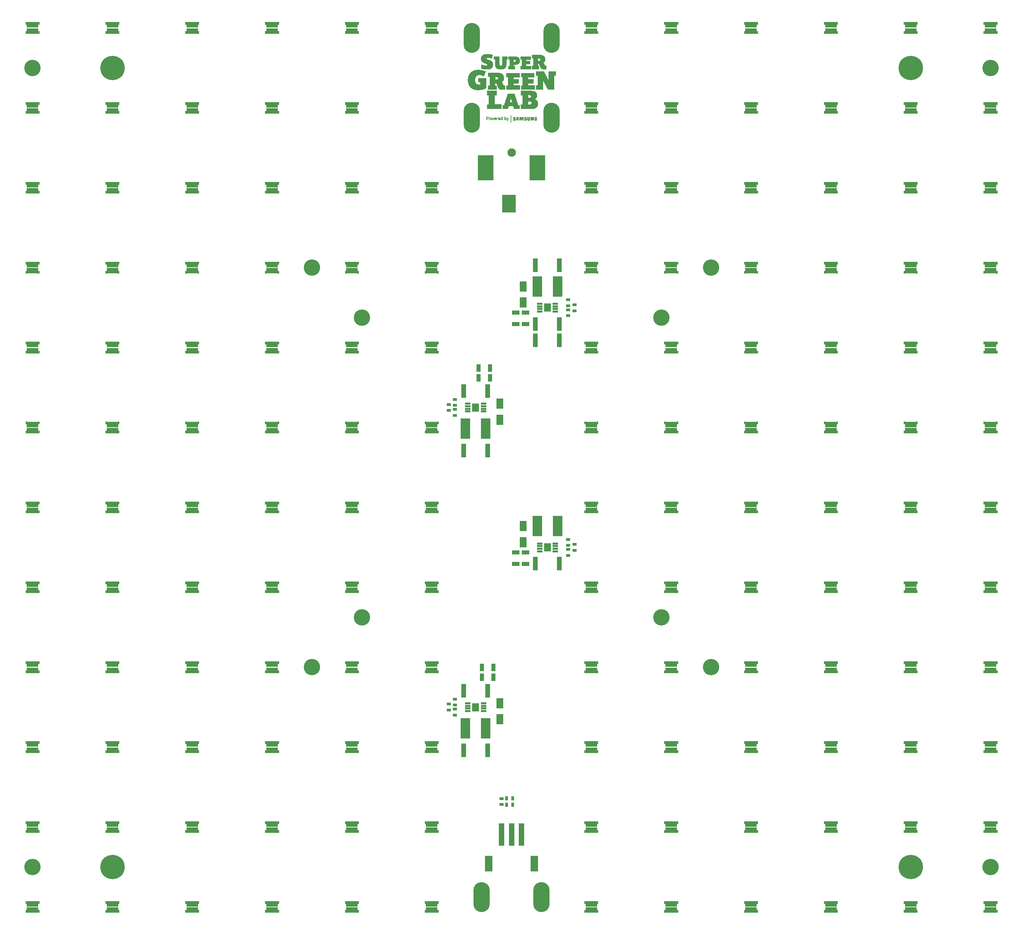
<source format=gts>
%FSLAX25Y25*%
%MOIN*%
G70*
G01*
G75*
G04 Layer_Color=8388736*
%ADD10R,0.04724X0.13386*%
%ADD11R,0.03543X0.02362*%
%ADD12R,0.02362X0.03543*%
%ADD13R,0.05315X0.01772*%
%ADD14R,0.06693X0.07874*%
%ADD15R,0.11024X0.04921*%
%ADD16R,0.01378X0.02165*%
%ADD17R,0.09252X0.20079*%
%ADD18R,0.06693X0.09843*%
%ADD19R,0.03543X0.07087*%
%ADD20R,0.07087X0.03543*%
%ADD21R,0.15354X0.24410*%
%ADD22R,0.12992X0.17323*%
%ADD23R,0.07087X0.15354*%
%ADD24R,0.05118X0.21654*%
%ADD25C,0.00100*%
%ADD26C,0.00591*%
%ADD27C,0.01772*%
%ADD28R,0.03740X0.03150*%
%ADD29C,0.07874*%
%ADD30O,0.15748X0.29134*%
%ADD31C,0.15748*%
%ADD32C,0.23622*%
%ADD33C,0.00984*%
%ADD34C,0.00787*%
%ADD35R,0.10630X0.04528*%
%ADD36R,0.00984X0.01772*%
%ADD37R,0.05118X0.13780*%
%ADD38R,0.03937X0.02756*%
%ADD39R,0.02756X0.03937*%
%ADD40R,0.05709X0.02165*%
%ADD41R,0.07087X0.08268*%
%ADD42R,0.11417X0.05315*%
%ADD43R,0.01772X0.02559*%
%ADD44R,0.09646X0.20472*%
%ADD45R,0.07087X0.10236*%
%ADD46R,0.03937X0.07480*%
%ADD47R,0.07480X0.03937*%
%ADD48R,0.15748X0.24803*%
%ADD49R,0.13386X0.17716*%
%ADD50R,0.07480X0.15748*%
%ADD51R,0.05512X0.22047*%
%ADD52C,0.08268*%
%ADD53O,0.16142X0.29528*%
%ADD54C,0.16142*%
%ADD55C,0.24016*%
D25*
X-25550Y407366D02*
X-22350D01*
X-26150Y407266D02*
X-21650D01*
X-26550Y407166D02*
X-21050D01*
X-26850Y407066D02*
X-20650D01*
X-27150Y406966D02*
X-20250D01*
X-27450Y406866D02*
X-19850D01*
X-27650Y406766D02*
X-19450D01*
X-27850Y406666D02*
X-19150D01*
X-28050Y406566D02*
X-18850D01*
X-28250Y406466D02*
X-18750D01*
X20150D02*
X29050D01*
X-28350Y406366D02*
X-18750D01*
X20150D02*
X29550D01*
X-28550Y406266D02*
X-18850D01*
X20150D02*
X29950D01*
X-28650Y406166D02*
X-18850D01*
X20150D02*
X30250D01*
X-28750Y406066D02*
X-18850D01*
X20150D02*
X30450D01*
X-28850Y405966D02*
X-18950D01*
X20150D02*
X30750D01*
X-28950Y405866D02*
X-18950D01*
X20150D02*
X30950D01*
X-29050Y405766D02*
X-18950D01*
X20150D02*
X31150D01*
X-29150Y405666D02*
X-18950D01*
X20150D02*
X31250D01*
X-29250Y405566D02*
X-19050D01*
X20150D02*
X31450D01*
X-29350Y405466D02*
X-19050D01*
X20150D02*
X31550D01*
X-29450Y405366D02*
X-19050D01*
X20150D02*
X31650D01*
X-29450Y405266D02*
X-19150D01*
X20150D02*
X31750D01*
X-29550Y405166D02*
X-19150D01*
X20150D02*
X31850D01*
X-29650Y405066D02*
X-19150D01*
X20150D02*
X31950D01*
X-29650Y404966D02*
X-19250D01*
X-17550D02*
X-12250D01*
X-9250D02*
X-4150D01*
X-3150D02*
X4050D01*
X8950D02*
X18750D01*
X20150D02*
X32050D01*
X-29750Y404866D02*
X-19250D01*
X-17550D02*
X-12350D01*
X-9250D02*
X-4150D01*
X-3150D02*
X4750D01*
X8950D02*
X18750D01*
X20150D02*
X32150D01*
X-29750Y404766D02*
X-19250D01*
X-17550D02*
X-12350D01*
X-9250D02*
X-4150D01*
X-3150D02*
X5150D01*
X8950D02*
X18750D01*
X20150D02*
X32250D01*
X-29850Y404666D02*
X-19350D01*
X-17550D02*
X-12350D01*
X-9250D02*
X-4150D01*
X-3150D02*
X5450D01*
X8950D02*
X18750D01*
X20150D02*
X32350D01*
X-29850Y404566D02*
X-19350D01*
X-17550D02*
X-12350D01*
X-9250D02*
X-4150D01*
X-3150D02*
X5650D01*
X8950D02*
X18750D01*
X20150D02*
X32350D01*
X-29850Y404466D02*
X-19350D01*
X-17550D02*
X-12350D01*
X-9250D02*
X-4150D01*
X-3150D02*
X5950D01*
X8950D02*
X18750D01*
X20150D02*
X32450D01*
X-29950Y404366D02*
X-19450D01*
X-17550D02*
X-12350D01*
X-9250D02*
X-4150D01*
X-3150D02*
X6150D01*
X8950D02*
X18750D01*
X20150D02*
X32450D01*
X-29950Y404266D02*
X-19450D01*
X-17550D02*
X-12350D01*
X-9250D02*
X-4150D01*
X-3150D02*
X6250D01*
X8950D02*
X18750D01*
X20150D02*
X32550D01*
X-29950Y404166D02*
X-19450D01*
X-17550D02*
X-12350D01*
X-9250D02*
X-4150D01*
X-3150D02*
X6450D01*
X8950D02*
X18750D01*
X20150D02*
X32550D01*
X-30050Y404066D02*
X-19550D01*
X-17550D02*
X-12350D01*
X-9250D02*
X-4150D01*
X-3150D02*
X6550D01*
X8950D02*
X18750D01*
X20150D02*
X32650D01*
X-30050Y403966D02*
X-19550D01*
X-17550D02*
X-12350D01*
X-9250D02*
X-4150D01*
X-3150D02*
X6750D01*
X8950D02*
X18750D01*
X20150D02*
X32650D01*
X-30050Y403866D02*
X-24050D01*
X-22450D02*
X-19550D01*
X-17550D02*
X-12350D01*
X-9250D02*
X-4150D01*
X-3150D02*
X6850D01*
X8950D02*
X18750D01*
X20150D02*
X32750D01*
X-30050Y403766D02*
X-24350D01*
X-21850D02*
X-19550D01*
X-17550D02*
X-12350D01*
X-9250D02*
X-4150D01*
X-3150D02*
X6950D01*
X8950D02*
X18750D01*
X20150D02*
X32750D01*
X-30050Y403666D02*
X-24550D01*
X-21450D02*
X-19650D01*
X-17550D02*
X-12350D01*
X-9250D02*
X-4150D01*
X-3150D02*
X7050D01*
X8950D02*
X18750D01*
X20150D02*
X32750D01*
X-30150Y403566D02*
X-24650D01*
X-21050D02*
X-19650D01*
X-17550D02*
X-12350D01*
X-9250D02*
X-4150D01*
X-3150D02*
X7150D01*
X8950D02*
X18750D01*
X20150D02*
X32850D01*
X-30150Y403466D02*
X-24750D01*
X-20750D02*
X-19650D01*
X-17550D02*
X-12350D01*
X-9250D02*
X-4150D01*
X-3150D02*
X7150D01*
X8950D02*
X18750D01*
X20150D02*
X32850D01*
X-30150Y403366D02*
X-24850D01*
X-20450D02*
X-19750D01*
X-17550D02*
X-12350D01*
X-9250D02*
X-4150D01*
X-3150D02*
X7250D01*
X8950D02*
X18750D01*
X20150D02*
X32850D01*
X-30150Y403266D02*
X-24850D01*
X-20150D02*
X-19750D01*
X-17550D02*
X-12350D01*
X-9250D02*
X-4150D01*
X-3150D02*
X7350D01*
X8950D02*
X18750D01*
X21450D02*
X32850D01*
X-30150Y403166D02*
X-24850D01*
X-19950D02*
X-19750D01*
X-17550D02*
X-12350D01*
X-9250D02*
X-4150D01*
X-3150D02*
X7450D01*
X8950D02*
X18750D01*
X21450D02*
X32950D01*
X-30150Y403066D02*
X-24850D01*
X-17550D02*
X-12350D01*
X-9250D02*
X-4150D01*
X-3150D02*
X7450D01*
X8950D02*
X18750D01*
X21450D02*
X25750D01*
X27650D02*
X32950D01*
X-30150Y402966D02*
X-24850D01*
X-17550D02*
X-12350D01*
X-9250D02*
X-4150D01*
X-3150D02*
X7550D01*
X8950D02*
X18750D01*
X21450D02*
X25750D01*
X27850D02*
X32950D01*
X-30150Y402866D02*
X-24850D01*
X-17550D02*
X-12350D01*
X-9250D02*
X-4150D01*
X-3150D02*
X7550D01*
X8950D02*
X18750D01*
X21450D02*
X25750D01*
X28050D02*
X32950D01*
X-30150Y402766D02*
X-24850D01*
X-17550D02*
X-12350D01*
X-9250D02*
X-4150D01*
X-3150D02*
X7650D01*
X8950D02*
X18750D01*
X21450D02*
X25750D01*
X28150D02*
X32950D01*
X-30150Y402666D02*
X-24850D01*
X-17550D02*
X-12350D01*
X-9250D02*
X-4150D01*
X-3150D02*
X7650D01*
X8950D02*
X18750D01*
X21450D02*
X25750D01*
X28250D02*
X32950D01*
X-30150Y402566D02*
X-24750D01*
X-17550D02*
X-12350D01*
X-9250D02*
X-4150D01*
X-3150D02*
X7750D01*
X8950D02*
X18750D01*
X21450D02*
X25750D01*
X28250D02*
X32950D01*
X-30150Y402466D02*
X-24650D01*
X-17550D02*
X-12350D01*
X-9250D02*
X-4150D01*
X-3150D02*
X7750D01*
X8950D02*
X18750D01*
X21450D02*
X25750D01*
X28350D02*
X33050D01*
X-30150Y402366D02*
X-24450D01*
X-17550D02*
X-12350D01*
X-9250D02*
X-4150D01*
X-3150D02*
X7750D01*
X8950D02*
X18750D01*
X21450D02*
X25750D01*
X28350D02*
X33050D01*
X-30150Y402266D02*
X-24350D01*
X-17550D02*
X-12350D01*
X-9250D02*
X-4150D01*
X-3150D02*
X7850D01*
X8950D02*
X18750D01*
X21450D02*
X25750D01*
X28350D02*
X33050D01*
X-30150Y402166D02*
X-24050D01*
X-17550D02*
X-12350D01*
X-9250D02*
X-4150D01*
X-3150D02*
X7850D01*
X8950D02*
X18750D01*
X21450D02*
X25750D01*
X28350D02*
X33050D01*
X-30050Y402066D02*
X-23850D01*
X-16350D02*
X-12350D01*
X-9250D02*
X-5350D01*
X-1950D02*
X7850D01*
X10150D02*
X18750D01*
X21450D02*
X25750D01*
X28350D02*
X33050D01*
X-30050Y401966D02*
X-23550D01*
X-16350D02*
X-12350D01*
X-9250D02*
X-5350D01*
X-1950D02*
X7850D01*
X10150D02*
X18750D01*
X21450D02*
X25750D01*
X28350D02*
X33050D01*
X-30050Y401866D02*
X-23250D01*
X-16350D02*
X-12350D01*
X-9250D02*
X-5350D01*
X-1950D02*
X1850D01*
X3550D02*
X7950D01*
X10150D02*
X14150D01*
X21450D02*
X25750D01*
X28350D02*
X33050D01*
X-30050Y401766D02*
X-22950D01*
X-16350D02*
X-12350D01*
X-9250D02*
X-5350D01*
X-1950D02*
X1850D01*
X3750D02*
X7950D01*
X10150D02*
X14150D01*
X21450D02*
X25750D01*
X28350D02*
X32950D01*
X-30050Y401666D02*
X-22650D01*
X-16350D02*
X-12350D01*
X-9250D02*
X-5350D01*
X-1950D02*
X1850D01*
X3850D02*
X7950D01*
X10150D02*
X14150D01*
X21450D02*
X25750D01*
X28350D02*
X32950D01*
X-29950Y401566D02*
X-22350D01*
X-16350D02*
X-12350D01*
X-9250D02*
X-5350D01*
X-1950D02*
X1850D01*
X3950D02*
X7950D01*
X10150D02*
X14150D01*
X21450D02*
X25750D01*
X28350D02*
X32950D01*
X-29950Y401466D02*
X-22050D01*
X-16350D02*
X-12350D01*
X-9250D02*
X-5350D01*
X-1950D02*
X1850D01*
X4050D02*
X7950D01*
X10150D02*
X14150D01*
X21450D02*
X25750D01*
X28250D02*
X32950D01*
X-29950Y401366D02*
X-21750D01*
X-16350D02*
X-12350D01*
X-9250D02*
X-5350D01*
X-1950D02*
X1850D01*
X4050D02*
X7950D01*
X10150D02*
X14150D01*
X21450D02*
X25750D01*
X28250D02*
X32950D01*
X-29950Y401266D02*
X-21550D01*
X-16350D02*
X-12350D01*
X-9250D02*
X-5350D01*
X-1950D02*
X1850D01*
X4150D02*
X7950D01*
X10150D02*
X14150D01*
X21450D02*
X25750D01*
X28150D02*
X32950D01*
X-29850Y401166D02*
X-21250D01*
X-16350D02*
X-12350D01*
X-9250D02*
X-5350D01*
X-1950D02*
X1850D01*
X4150D02*
X7950D01*
X10150D02*
X14150D01*
X21450D02*
X25750D01*
X28050D02*
X32950D01*
X-29850Y401066D02*
X-21050D01*
X-16350D02*
X-12350D01*
X-9250D02*
X-5350D01*
X-1950D02*
X1850D01*
X4150D02*
X7950D01*
X10150D02*
X14150D01*
X21450D02*
X25750D01*
X27950D02*
X32850D01*
X-29750Y400966D02*
X-20850D01*
X-16350D02*
X-12350D01*
X-9250D02*
X-5350D01*
X-1950D02*
X1850D01*
X4150D02*
X7950D01*
X10150D02*
X14150D01*
X21450D02*
X25750D01*
X27750D02*
X32850D01*
X-29750Y400866D02*
X-20650D01*
X-16350D02*
X-12350D01*
X-9250D02*
X-5350D01*
X-1950D02*
X1850D01*
X4150D02*
X7950D01*
X10150D02*
X14150D01*
X21450D02*
X25750D01*
X27350D02*
X32850D01*
X-29650Y400766D02*
X-20550D01*
X-16350D02*
X-12350D01*
X-9250D02*
X-5350D01*
X-1950D02*
X1850D01*
X4150D02*
X7950D01*
X10150D02*
X14150D01*
X21450D02*
X32850D01*
X-29650Y400666D02*
X-20350D01*
X-16350D02*
X-12350D01*
X-9250D02*
X-5350D01*
X-1950D02*
X1850D01*
X4150D02*
X7950D01*
X10150D02*
X14150D01*
X21450D02*
X32750D01*
X-29550Y400566D02*
X-20150D01*
X-16350D02*
X-12350D01*
X-9250D02*
X-5350D01*
X-1950D02*
X1850D01*
X4150D02*
X7950D01*
X10150D02*
X18150D01*
X21450D02*
X32750D01*
X-29550Y400466D02*
X-20050D01*
X-16350D02*
X-12350D01*
X-9250D02*
X-5350D01*
X-1950D02*
X1850D01*
X4050D02*
X7950D01*
X10150D02*
X18150D01*
X21450D02*
X32650D01*
X-29450Y400366D02*
X-19950D01*
X-16350D02*
X-12350D01*
X-9250D02*
X-5350D01*
X-1950D02*
X1850D01*
X4050D02*
X7950D01*
X10150D02*
X18150D01*
X21450D02*
X32650D01*
X-29350Y400266D02*
X-19850D01*
X-16350D02*
X-12350D01*
X-9250D02*
X-5350D01*
X-1950D02*
X1850D01*
X3950D02*
X7950D01*
X10150D02*
X18150D01*
X21450D02*
X32550D01*
X-29350Y400166D02*
X-19650D01*
X-16350D02*
X-12350D01*
X-9250D02*
X-5350D01*
X-1950D02*
X1850D01*
X3950D02*
X7950D01*
X10150D02*
X18150D01*
X21450D02*
X32550D01*
X-29250Y400066D02*
X-19550D01*
X-16350D02*
X-12350D01*
X-9250D02*
X-5350D01*
X-1950D02*
X1850D01*
X3850D02*
X7950D01*
X10150D02*
X18150D01*
X21450D02*
X32450D01*
X-29150Y399966D02*
X-19450D01*
X-16350D02*
X-12350D01*
X-9250D02*
X-5350D01*
X-1950D02*
X1850D01*
X3650D02*
X7850D01*
X10150D02*
X18150D01*
X21450D02*
X32350D01*
X-29050Y399866D02*
X-19350D01*
X-16350D02*
X-12350D01*
X-9250D02*
X-5350D01*
X-1950D02*
X1850D01*
X3350D02*
X7850D01*
X10150D02*
X18150D01*
X21450D02*
X32250D01*
X-28950Y399766D02*
X-19350D01*
X-16350D02*
X-12350D01*
X-9250D02*
X-5350D01*
X-1950D02*
X7850D01*
X10150D02*
X18150D01*
X21450D02*
X32150D01*
X-28750Y399666D02*
X-19250D01*
X-16350D02*
X-12350D01*
X-9250D02*
X-5350D01*
X-1950D02*
X7850D01*
X10150D02*
X18150D01*
X21450D02*
X32050D01*
X-28650Y399566D02*
X-19150D01*
X-16350D02*
X-12350D01*
X-9250D02*
X-5350D01*
X-1950D02*
X7850D01*
X10150D02*
X18150D01*
X21450D02*
X31950D01*
X-28550Y399466D02*
X-19050D01*
X-16350D02*
X-12350D01*
X-9250D02*
X-5350D01*
X-1950D02*
X7750D01*
X10150D02*
X18150D01*
X21450D02*
X31850D01*
X-28350Y399366D02*
X-19050D01*
X-16350D02*
X-12350D01*
X-9250D02*
X-5350D01*
X-1950D02*
X7750D01*
X10150D02*
X18150D01*
X21450D02*
X31750D01*
X-28250Y399266D02*
X-18950D01*
X-16350D02*
X-12350D01*
X-9250D02*
X-5350D01*
X-1950D02*
X7750D01*
X10150D02*
X18150D01*
X21450D02*
X31550D01*
X-28050Y399166D02*
X-18950D01*
X-16350D02*
X-12350D01*
X-9250D02*
X-5350D01*
X-1950D02*
X7650D01*
X10150D02*
X18150D01*
X21450D02*
X31450D01*
X-27850Y399066D02*
X-18850D01*
X-16350D02*
X-12350D01*
X-9250D02*
X-5350D01*
X-1950D02*
X7650D01*
X10150D02*
X18150D01*
X21450D02*
X31250D01*
X-27650Y398966D02*
X-18850D01*
X-16350D02*
X-12350D01*
X-9250D02*
X-5350D01*
X-1950D02*
X7550D01*
X10150D02*
X18150D01*
X21450D02*
X31050D01*
X-27450Y398866D02*
X-18850D01*
X-16350D02*
X-12350D01*
X-9250D02*
X-5350D01*
X-1950D02*
X7550D01*
X10150D02*
X18150D01*
X21450D02*
X31050D01*
X-27250Y398766D02*
X-18750D01*
X-16350D02*
X-12350D01*
X-9250D02*
X-5350D01*
X-1950D02*
X7450D01*
X10150D02*
X18150D01*
X21450D02*
X31250D01*
X-26950Y398666D02*
X-18750D01*
X-16350D02*
X-12350D01*
X-9250D02*
X-5350D01*
X-1950D02*
X7450D01*
X10150D02*
X18150D01*
X21450D02*
X31350D01*
X-26650Y398566D02*
X-18750D01*
X-16350D02*
X-12350D01*
X-9250D02*
X-5350D01*
X-1950D02*
X7350D01*
X10150D02*
X18150D01*
X21450D02*
X31450D01*
X-26450Y398466D02*
X-18650D01*
X-16350D02*
X-12350D01*
X-9250D02*
X-5350D01*
X-1950D02*
X7250D01*
X10150D02*
X18150D01*
X21450D02*
X31550D01*
X-26150Y398366D02*
X-18650D01*
X-16350D02*
X-12350D01*
X-9250D02*
X-5350D01*
X-1950D02*
X7250D01*
X10150D02*
X18150D01*
X21450D02*
X31550D01*
X-25850Y398266D02*
X-18650D01*
X-16350D02*
X-12350D01*
X-9250D02*
X-5350D01*
X-1950D02*
X7150D01*
X10150D02*
X18150D01*
X21450D02*
X31650D01*
X-25550Y398166D02*
X-18650D01*
X-16350D02*
X-12350D01*
X-9250D02*
X-5350D01*
X-1950D02*
X7050D01*
X10150D02*
X18150D01*
X21450D02*
X31750D01*
X-25250Y398066D02*
X-18650D01*
X-16350D02*
X-12350D01*
X-9250D02*
X-5350D01*
X-1950D02*
X6950D01*
X10150D02*
X18150D01*
X21450D02*
X31750D01*
X-24950Y397966D02*
X-18650D01*
X-16350D02*
X-12350D01*
X-9250D02*
X-5350D01*
X-1950D02*
X6850D01*
X10150D02*
X18150D01*
X21450D02*
X31850D01*
X-24750Y397866D02*
X-18550D01*
X-16350D02*
X-12350D01*
X-9250D02*
X-5350D01*
X-1950D02*
X6650D01*
X10150D02*
X18150D01*
X21450D02*
X25750D01*
X26650D02*
X31850D01*
X-24550Y397766D02*
X-18550D01*
X-16350D02*
X-12350D01*
X-9250D02*
X-5350D01*
X-1950D02*
X6550D01*
X10150D02*
X18150D01*
X21450D02*
X25750D01*
X26750D02*
X31950D01*
X-24350Y397666D02*
X-18550D01*
X-16350D02*
X-12350D01*
X-9250D02*
X-5350D01*
X-1950D02*
X6350D01*
X10150D02*
X18150D01*
X21450D02*
X25750D01*
X26850D02*
X31950D01*
X-24150Y397566D02*
X-18550D01*
X-16350D02*
X-12350D01*
X-9250D02*
X-5350D01*
X-1950D02*
X6150D01*
X10150D02*
X18150D01*
X21450D02*
X25750D01*
X26950D02*
X32050D01*
X-24050Y397466D02*
X-18550D01*
X-16350D02*
X-12250D01*
X-9250D02*
X-5350D01*
X-1950D02*
X5950D01*
X10150D02*
X14150D01*
X21450D02*
X25750D01*
X27050D02*
X32050D01*
X-24050Y397366D02*
X-18550D01*
X-16350D02*
X-12250D01*
X-9250D02*
X-5350D01*
X-1950D02*
X5650D01*
X10150D02*
X14150D01*
X21450D02*
X25750D01*
X27150D02*
X32150D01*
X-23950Y397266D02*
X-18550D01*
X-16350D02*
X-12250D01*
X-9250D02*
X-5350D01*
X-1950D02*
X5350D01*
X10150D02*
X14150D01*
X21450D02*
X25750D01*
X27150D02*
X32150D01*
X-23950Y397166D02*
X-18550D01*
X-16350D02*
X-12250D01*
X-9250D02*
X-5350D01*
X-1950D02*
X4950D01*
X10150D02*
X14150D01*
X21450D02*
X25750D01*
X27250D02*
X32150D01*
X-29950Y397066D02*
X-29750D01*
X-23850D02*
X-18550D01*
X-16350D02*
X-12250D01*
X-9350D02*
X-5350D01*
X-1950D02*
X4250D01*
X10150D02*
X14150D01*
X21450D02*
X25750D01*
X27350D02*
X32250D01*
X-29950Y396966D02*
X-29450D01*
X-23850D02*
X-18550D01*
X-16250D02*
X-12250D01*
X-9350D02*
X-5350D01*
X-1950D02*
X1850D01*
X10150D02*
X14150D01*
X21450D02*
X25750D01*
X27350D02*
X32250D01*
X-29950Y396866D02*
X-29150D01*
X-23850D02*
X-18550D01*
X-16250D02*
X-12250D01*
X-9350D02*
X-5350D01*
X-1950D02*
X1850D01*
X10150D02*
X14150D01*
X21450D02*
X25750D01*
X27450D02*
X32350D01*
X-29950Y396766D02*
X-28850D01*
X-23950D02*
X-18550D01*
X-16250D02*
X-12150D01*
X-9350D02*
X-5350D01*
X-1950D02*
X1850D01*
X10150D02*
X14150D01*
X21450D02*
X25750D01*
X27450D02*
X32350D01*
X-29950Y396666D02*
X-28550D01*
X-23950D02*
X-18550D01*
X-16250D02*
X-12150D01*
X-9450D02*
X-5450D01*
X-1950D02*
X1850D01*
X10150D02*
X14150D01*
X21450D02*
X25750D01*
X27550D02*
X32450D01*
X-29950Y396566D02*
X-28250D01*
X-23950D02*
X-18550D01*
X-16250D02*
X-12150D01*
X-9450D02*
X-5450D01*
X-1950D02*
X1850D01*
X10150D02*
X14150D01*
X21450D02*
X25750D01*
X27550D02*
X32550D01*
X-29950Y396466D02*
X-27950D01*
X-24050D02*
X-18550D01*
X-16250D02*
X-12050D01*
X-9450D02*
X-5450D01*
X-1950D02*
X1850D01*
X10150D02*
X14150D01*
X21450D02*
X25750D01*
X27650D02*
X32550D01*
X-29950Y396366D02*
X-27650D01*
X-24150D02*
X-18650D01*
X-16250D02*
X-11950D01*
X-9550D02*
X-5450D01*
X-1950D02*
X1850D01*
X10150D02*
X14150D01*
X21450D02*
X25750D01*
X27650D02*
X32650D01*
X-29950Y396266D02*
X-27250D01*
X-24350D02*
X-18650D01*
X-16250D02*
X-11950D01*
X-9650D02*
X-5450D01*
X-1950D02*
X1850D01*
X10150D02*
X14150D01*
X21450D02*
X25750D01*
X27650D02*
X32750D01*
X-29950Y396166D02*
X-26750D01*
X-24550D02*
X-18650D01*
X-16150D02*
X-11850D01*
X-9750D02*
X-5450D01*
X-1950D02*
X1850D01*
X10150D02*
X14150D01*
X21450D02*
X25750D01*
X27750D02*
X32850D01*
X-29950Y396066D02*
X-18650D01*
X-16150D02*
X-11650D01*
X-9850D02*
X-5450D01*
X-1950D02*
X1850D01*
X10150D02*
X14150D01*
X21450D02*
X25750D01*
X27750D02*
X33050D01*
X-29950Y395966D02*
X-18650D01*
X-16150D02*
X-11450D01*
X-10150D02*
X-5550D01*
X-1950D02*
X1850D01*
X10150D02*
X14150D01*
X20150D02*
X20250D01*
X21450D02*
X25750D01*
X27850D02*
X33450D01*
X-29950Y395866D02*
X-18650D01*
X-16150D02*
X-5550D01*
X-1950D02*
X1850D01*
X10150D02*
X14150D01*
X20150D02*
X26950D01*
X27850D02*
X34150D01*
X-29950Y395766D02*
X-18750D01*
X-16150D02*
X-5550D01*
X-1950D02*
X1850D01*
X10150D02*
X19050D01*
X20150D02*
X26950D01*
X27850D02*
X34050D01*
X-29950Y395666D02*
X-18750D01*
X-16050D02*
X-5550D01*
X-1950D02*
X1850D01*
X10150D02*
X19050D01*
X20150D02*
X26950D01*
X27950D02*
X34050D01*
X-29950Y395566D02*
X-18750D01*
X-16050D02*
X-5650D01*
X-3150D02*
X3150D01*
X8950D02*
X19050D01*
X20150D02*
X26950D01*
X27950D02*
X34050D01*
X-29950Y395466D02*
X-18750D01*
X-16050D02*
X-5650D01*
X-3150D02*
X3050D01*
X8950D02*
X19050D01*
X20150D02*
X26950D01*
X27950D02*
X34050D01*
X-29950Y395366D02*
X-18850D01*
X-15950D02*
X-5650D01*
X-3150D02*
X3050D01*
X8950D02*
X19050D01*
X20150D02*
X26950D01*
X28050D02*
X34050D01*
X-29950Y395266D02*
X-18850D01*
X-15950D02*
X-5750D01*
X-3150D02*
X3050D01*
X8950D02*
X19050D01*
X20150D02*
X26950D01*
X28050D02*
X34050D01*
X-29950Y395166D02*
X-18950D01*
X-15950D02*
X-5750D01*
X-3150D02*
X3050D01*
X8950D02*
X19050D01*
X20150D02*
X26950D01*
X28150D02*
X34050D01*
X-29950Y395066D02*
X-18950D01*
X-15850D02*
X-5750D01*
X-3150D02*
X3050D01*
X8950D02*
X19050D01*
X20150D02*
X26950D01*
X28150D02*
X34050D01*
X-29950Y394966D02*
X-18950D01*
X-15850D02*
X-5850D01*
X-3150D02*
X3050D01*
X8950D02*
X19050D01*
X20150D02*
X26950D01*
X28150D02*
X34050D01*
X-29950Y394866D02*
X-19050D01*
X-15850D02*
X-5850D01*
X-3150D02*
X3050D01*
X8950D02*
X19050D01*
X20150D02*
X26950D01*
X28250D02*
X34050D01*
X-29950Y394766D02*
X-19050D01*
X-15750D02*
X-5950D01*
X-3150D02*
X3050D01*
X8950D02*
X19050D01*
X20150D02*
X26950D01*
X28250D02*
X34050D01*
X-29950Y394666D02*
X-19150D01*
X-15750D02*
X-5950D01*
X-3150D02*
X3050D01*
X8950D02*
X19050D01*
X20150D02*
X26950D01*
X28350D02*
X34050D01*
X-29950Y394566D02*
X-19150D01*
X-15650D02*
X-6050D01*
X-3150D02*
X3050D01*
X8950D02*
X19050D01*
X20150D02*
X26950D01*
X28350D02*
X34050D01*
X-29950Y394466D02*
X-19250D01*
X-15550D02*
X-6050D01*
X-3150D02*
X3050D01*
X8950D02*
X19050D01*
X20150D02*
X26950D01*
X28450D02*
X34050D01*
X-29950Y394366D02*
X-19350D01*
X-15550D02*
X-6150D01*
X-3150D02*
X3050D01*
X8950D02*
X19050D01*
X20150D02*
X26950D01*
X28450D02*
X34050D01*
X-29950Y394266D02*
X-19350D01*
X-15450D02*
X-6150D01*
X-3150D02*
X3050D01*
X8950D02*
X19050D01*
X20150D02*
X26950D01*
X28550D02*
X34050D01*
X-29950Y394166D02*
X-19450D01*
X-15350D02*
X-6250D01*
X-3150D02*
X3050D01*
X8950D02*
X19050D01*
X20150D02*
X26950D01*
X28550D02*
X34050D01*
X-29950Y394066D02*
X-19550D01*
X-15350D02*
X-6350D01*
X-3150D02*
X3050D01*
X8950D02*
X19050D01*
X20150D02*
X26950D01*
X28650D02*
X34050D01*
X-29950Y393966D02*
X-19650D01*
X-15250D02*
X-6450D01*
X-3150D02*
X3050D01*
X8950D02*
X19050D01*
X20150D02*
X26950D01*
X28650D02*
X34050D01*
X-29950Y393866D02*
X-19750D01*
X-15150D02*
X-6450D01*
X-3150D02*
X3050D01*
X8950D02*
X19050D01*
X20150D02*
X26950D01*
X28750D02*
X34050D01*
X-29950Y393766D02*
X-19850D01*
X-15050D02*
X-6550D01*
X-3150D02*
X3050D01*
X8950D02*
X19050D01*
X20150D02*
X26950D01*
X28850D02*
X34050D01*
X-29950Y393666D02*
X-19950D01*
X-14950D02*
X-6650D01*
X-3150D02*
X3050D01*
X8950D02*
X19050D01*
X20150D02*
X26950D01*
X28850D02*
X34050D01*
X-29950Y393566D02*
X-20050D01*
X-14850D02*
X-6750D01*
X-3150D02*
X3050D01*
X8950D02*
X19050D01*
X20150D02*
X26950D01*
X28950D02*
X34050D01*
X-29950Y393466D02*
X-20250D01*
X-14750D02*
X-6950D01*
X-3150D02*
X3050D01*
X8950D02*
X19050D01*
X20150D02*
X26950D01*
X29050D02*
X34050D01*
X-29950Y393366D02*
X-20350D01*
X-14550D02*
X-7050D01*
X-3150D02*
X3050D01*
X8950D02*
X19050D01*
X20150D02*
X26950D01*
X29150D02*
X34050D01*
X-29950Y393266D02*
X-20550D01*
X-14450D02*
X-7150D01*
X-3150D02*
X3050D01*
X8950D02*
X19050D01*
X20150D02*
X26950D01*
X29250D02*
X34050D01*
X-29750Y393166D02*
X-20750D01*
X-14250D02*
X-7350D01*
X-3150D02*
X3050D01*
X8950D02*
X19050D01*
X20150D02*
X26950D01*
X29350D02*
X34050D01*
X-29450Y393066D02*
X-20850D01*
X-14050D02*
X-7550D01*
X-3150D02*
X3050D01*
X8950D02*
X19050D01*
X20150D02*
X26950D01*
X29550D02*
X34050D01*
X-29050Y392966D02*
X-21150D01*
X-13850D02*
X-7750D01*
X-3150D02*
X3050D01*
X8950D02*
X19050D01*
X20150D02*
X26950D01*
X29650D02*
X34050D01*
X-28650Y392866D02*
X-21350D01*
X-13650D02*
X-7950D01*
X-3150D02*
X3050D01*
X8950D02*
X19050D01*
X20150D02*
X26950D01*
X29950D02*
X34050D01*
X-28250Y392766D02*
X-21650D01*
X-13350D02*
X-8250D01*
X-3150D02*
X3150D01*
X8950D02*
X19050D01*
X20150D02*
X26950D01*
X30350D02*
X34150D01*
X-27750Y392666D02*
X-21950D01*
X-13050D02*
X-8550D01*
X-27250Y392566D02*
X-22350D01*
X-12550D02*
X-8950D01*
X-26450Y392466D02*
X-22950D01*
X-11850D02*
X-9750D01*
X-33850Y391866D02*
X-31450D01*
X-34750Y391766D02*
X-30550D01*
X-35350Y391666D02*
X-30050D01*
X-35850Y391566D02*
X-29550D01*
X-36250Y391466D02*
X-29150D01*
X-36550Y391366D02*
X-28750D01*
X-36850Y391266D02*
X-28350D01*
X-37150Y391166D02*
X-28050D01*
X-37350Y391066D02*
X-27750D01*
X-37650Y390966D02*
X-27550D01*
X-37850Y390866D02*
X-27250D01*
X-38050Y390766D02*
X-27050D01*
X-38250Y390666D02*
X-26750D01*
X-38450Y390566D02*
X-26550D01*
X-38650Y390466D02*
X-26350D01*
X-38750Y390366D02*
X-26150D01*
X-38950Y390266D02*
X-25950D01*
X24050D02*
X31650D01*
X36350D02*
X43350D01*
X-39150Y390166D02*
X-25750D01*
X24050D02*
X31750D01*
X36350D02*
X43350D01*
X-39250Y390066D02*
X-25650D01*
X24050D02*
X31750D01*
X36350D02*
X43350D01*
X-39350Y389966D02*
X-25750D01*
X24050D02*
X31850D01*
X36350D02*
X43350D01*
X-39550Y389866D02*
X-25850D01*
X24050D02*
X31850D01*
X36350D02*
X43350D01*
X-39650Y389766D02*
X-25850D01*
X24050D02*
X31950D01*
X36350D02*
X43350D01*
X-39750Y389666D02*
X-25850D01*
X24050D02*
X31950D01*
X36350D02*
X43350D01*
X-39850Y389566D02*
X-25950D01*
X24050D02*
X32050D01*
X36350D02*
X43350D01*
X-40050Y389466D02*
X-25950D01*
X24050D02*
X32050D01*
X36350D02*
X43350D01*
X-40150Y389366D02*
X-26050D01*
X24050D02*
X32150D01*
X36350D02*
X43350D01*
X-40250Y389266D02*
X-26050D01*
X24050D02*
X32150D01*
X36350D02*
X43350D01*
X-40350Y389166D02*
X-26150D01*
X24050D02*
X32250D01*
X36350D02*
X43350D01*
X-40450Y389066D02*
X-26150D01*
X24050D02*
X32250D01*
X36350D02*
X43350D01*
X-40550Y388966D02*
X-26250D01*
X-23050D02*
X-12650D01*
X24050D02*
X32350D01*
X36350D02*
X43350D01*
X-40650Y388866D02*
X-26250D01*
X-23050D02*
X-12050D01*
X24050D02*
X32350D01*
X36350D02*
X43350D01*
X-40750Y388766D02*
X-26350D01*
X-23050D02*
X-11650D01*
X24050D02*
X32450D01*
X36350D02*
X43350D01*
X-40850Y388666D02*
X-26350D01*
X-23050D02*
X-11250D01*
X24050D02*
X32450D01*
X36350D02*
X43350D01*
X-40850Y388566D02*
X-26350D01*
X-23050D02*
X-10950D01*
X-5150D02*
X7650D01*
X9450D02*
X22250D01*
X24050D02*
X32550D01*
X36350D02*
X43350D01*
X-40950Y388466D02*
X-26450D01*
X-23050D02*
X-10750D01*
X-5150D02*
X7650D01*
X9450D02*
X22250D01*
X24050D02*
X32550D01*
X36350D02*
X43350D01*
X-41050Y388366D02*
X-26450D01*
X-23050D02*
X-10550D01*
X-5150D02*
X7650D01*
X9450D02*
X22250D01*
X24050D02*
X32650D01*
X36350D02*
X43350D01*
X-41150Y388266D02*
X-26550D01*
X-23050D02*
X-10250D01*
X-5150D02*
X7650D01*
X9450D02*
X22250D01*
X24050D02*
X32750D01*
X36350D02*
X43350D01*
X-41150Y388166D02*
X-26550D01*
X-23050D02*
X-10150D01*
X-5150D02*
X7650D01*
X9450D02*
X22250D01*
X24050D02*
X32750D01*
X36350D02*
X43350D01*
X-41250Y388066D02*
X-26650D01*
X-23050D02*
X-9950D01*
X-5150D02*
X7650D01*
X9450D02*
X22250D01*
X24050D02*
X32850D01*
X36350D02*
X43350D01*
X-41350Y387966D02*
X-26650D01*
X-23050D02*
X-9750D01*
X-5150D02*
X7650D01*
X9450D02*
X22250D01*
X24050D02*
X32850D01*
X36350D02*
X43350D01*
X-41450Y387866D02*
X-26750D01*
X-23050D02*
X-9650D01*
X-5150D02*
X7650D01*
X9450D02*
X22250D01*
X24050D02*
X32950D01*
X36350D02*
X43350D01*
X-41450Y387766D02*
X-26750D01*
X-23050D02*
X-9550D01*
X-5150D02*
X7650D01*
X9450D02*
X22250D01*
X24050D02*
X32950D01*
X36350D02*
X43350D01*
X-41550Y387666D02*
X-26750D01*
X-23050D02*
X-9350D01*
X-5150D02*
X7650D01*
X9450D02*
X22250D01*
X24050D02*
X33050D01*
X36350D02*
X43350D01*
X-41650Y387566D02*
X-26850D01*
X-23050D02*
X-9250D01*
X-5150D02*
X7650D01*
X9450D02*
X22250D01*
X24050D02*
X33050D01*
X36350D02*
X43350D01*
X-41650Y387466D02*
X-26850D01*
X-23050D02*
X-9150D01*
X-5150D02*
X7650D01*
X9450D02*
X22250D01*
X24050D02*
X33150D01*
X36350D02*
X43350D01*
X-41750Y387366D02*
X-26950D01*
X-23050D02*
X-9050D01*
X-5150D02*
X7650D01*
X9450D02*
X22250D01*
X24050D02*
X33150D01*
X36350D02*
X43350D01*
X-41750Y387266D02*
X-26950D01*
X-23050D02*
X-8950D01*
X-5150D02*
X7650D01*
X9450D02*
X22250D01*
X24050D02*
X33250D01*
X36350D02*
X43350D01*
X-41850Y387166D02*
X-27050D01*
X-23050D02*
X-8850D01*
X-5150D02*
X7650D01*
X9450D02*
X22250D01*
X24050D02*
X33250D01*
X36350D02*
X43350D01*
X-41850Y387066D02*
X-27050D01*
X-23050D02*
X-8750D01*
X-5150D02*
X7650D01*
X9450D02*
X22250D01*
X24050D02*
X33350D01*
X36350D02*
X43350D01*
X-41950Y386966D02*
X-27150D01*
X-23050D02*
X-8650D01*
X-5150D02*
X7650D01*
X9450D02*
X22250D01*
X24050D02*
X33350D01*
X36350D02*
X43350D01*
X-41950Y386866D02*
X-32450D01*
X-31050D02*
X-27150D01*
X-23050D02*
X-8650D01*
X-5150D02*
X7650D01*
X9450D02*
X22250D01*
X24050D02*
X33450D01*
X36350D02*
X43350D01*
X-42050Y386766D02*
X-33050D01*
X-30350D02*
X-27250D01*
X-23050D02*
X-8550D01*
X-5150D02*
X7650D01*
X9450D02*
X22250D01*
X24050D02*
X33450D01*
X36350D02*
X43350D01*
X-42050Y386666D02*
X-33350D01*
X-29950D02*
X-27250D01*
X-23050D02*
X-8450D01*
X-5150D02*
X7650D01*
X9450D02*
X22250D01*
X24050D02*
X33550D01*
X36350D02*
X43350D01*
X-42150Y386566D02*
X-33650D01*
X-29650D02*
X-27250D01*
X-23050D02*
X-8450D01*
X-5150D02*
X7650D01*
X9450D02*
X22250D01*
X24050D02*
X33550D01*
X36350D02*
X43350D01*
X-42150Y386466D02*
X-33850D01*
X-29350D02*
X-27350D01*
X-23050D02*
X-8350D01*
X-5150D02*
X7650D01*
X9450D02*
X22250D01*
X24050D02*
X33650D01*
X36350D02*
X43350D01*
X-42250Y386366D02*
X-34050D01*
X-29150D02*
X-27350D01*
X-23050D02*
X-8350D01*
X-5150D02*
X7650D01*
X9450D02*
X22250D01*
X24050D02*
X33650D01*
X36350D02*
X43350D01*
X-42250Y386266D02*
X-34250D01*
X-28850D02*
X-27450D01*
X-23050D02*
X-8250D01*
X-5150D02*
X7650D01*
X9450D02*
X22250D01*
X24050D02*
X33750D01*
X36350D02*
X43350D01*
X-42250Y386166D02*
X-34350D01*
X-28650D02*
X-27450D01*
X-23050D02*
X-8250D01*
X-5150D02*
X7650D01*
X9450D02*
X22250D01*
X24050D02*
X33750D01*
X36350D02*
X43450D01*
X-42350Y386066D02*
X-34550D01*
X-28450D02*
X-27550D01*
X-23050D02*
X-8150D01*
X-5150D02*
X7650D01*
X9450D02*
X22250D01*
X25750D02*
X33850D01*
X36350D02*
X41650D01*
X-42350Y385966D02*
X-34650D01*
X-28250D02*
X-27550D01*
X-23050D02*
X-8150D01*
X-5150D02*
X7650D01*
X9450D02*
X22250D01*
X25750D02*
X33950D01*
X36350D02*
X41650D01*
X-42450Y385866D02*
X-34750D01*
X-28150D02*
X-27650D01*
X-23050D02*
X-8050D01*
X-5150D02*
X7650D01*
X9450D02*
X22250D01*
X25750D02*
X33950D01*
X36350D02*
X41650D01*
X-42450Y385766D02*
X-34850D01*
X-27950D02*
X-27650D01*
X-23050D02*
X-8050D01*
X-5150D02*
X7650D01*
X9450D02*
X22250D01*
X25750D02*
X34050D01*
X36350D02*
X41650D01*
X-42450Y385666D02*
X-34950D01*
X-27750D02*
X-27650D01*
X-23050D02*
X-8050D01*
X-5150D02*
X7650D01*
X9450D02*
X22250D01*
X25750D02*
X34050D01*
X36350D02*
X41650D01*
X-42550Y385566D02*
X-35050D01*
X-23050D02*
X-7950D01*
X-5150D02*
X7650D01*
X9450D02*
X22250D01*
X25750D02*
X34150D01*
X36350D02*
X41650D01*
X-42550Y385466D02*
X-35150D01*
X-23050D02*
X-7950D01*
X-5150D02*
X7650D01*
X9450D02*
X22250D01*
X25750D02*
X34150D01*
X36350D02*
X41650D01*
X-42550Y385366D02*
X-35250D01*
X-23050D02*
X-7950D01*
X-5150D02*
X7650D01*
X9450D02*
X22250D01*
X25750D02*
X34250D01*
X36350D02*
X41650D01*
X-42550Y385266D02*
X-35250D01*
X-23050D02*
X-7850D01*
X-5150D02*
X7650D01*
X9450D02*
X22250D01*
X25750D02*
X34250D01*
X36350D02*
X41650D01*
X-42650Y385166D02*
X-35350D01*
X-23050D02*
X-21750D01*
X-21650D02*
X-7850D01*
X-5150D02*
X7650D01*
X9450D02*
X22250D01*
X25750D02*
X34350D01*
X36350D02*
X41650D01*
X-42650Y385066D02*
X-35450D01*
X-21450D02*
X-7850D01*
X-5150D02*
X7650D01*
X9450D02*
X22250D01*
X25750D02*
X34350D01*
X36350D02*
X41650D01*
X-42650Y384966D02*
X-35450D01*
X-21450D02*
X-7850D01*
X-5150D02*
X7650D01*
X9450D02*
X22250D01*
X25750D02*
X34450D01*
X36350D02*
X41650D01*
X-42750Y384866D02*
X-35550D01*
X-21450D02*
X-16350D01*
X-14250D02*
X-7850D01*
X-5150D02*
X7650D01*
X9450D02*
X22250D01*
X25750D02*
X34450D01*
X36350D02*
X41650D01*
X-42750Y384766D02*
X-35650D01*
X-21450D02*
X-16350D01*
X-13950D02*
X-7750D01*
X-3650D02*
X7650D01*
X10950D02*
X22250D01*
X25750D02*
X34550D01*
X36350D02*
X41650D01*
X-42750Y384666D02*
X-35650D01*
X-21450D02*
X-16350D01*
X-13750D02*
X-7750D01*
X-3650D02*
X7650D01*
X10950D02*
X22250D01*
X25750D02*
X34550D01*
X36350D02*
X41650D01*
X-42750Y384566D02*
X-35750D01*
X-21450D02*
X-16350D01*
X-13650D02*
X-7750D01*
X-3650D02*
X7650D01*
X10950D02*
X22250D01*
X25750D02*
X34650D01*
X36350D02*
X41650D01*
X-42750Y384466D02*
X-35750D01*
X-21450D02*
X-16350D01*
X-13550D02*
X-7750D01*
X-3650D02*
X1650D01*
X10950D02*
X16150D01*
X25750D02*
X34650D01*
X36350D02*
X41650D01*
X-42850Y384366D02*
X-35750D01*
X-21450D02*
X-16350D01*
X-13450D02*
X-7750D01*
X-3650D02*
X1650D01*
X10950D02*
X16150D01*
X25750D02*
X34750D01*
X36350D02*
X41650D01*
X-42850Y384266D02*
X-35850D01*
X-21450D02*
X-16350D01*
X-13350D02*
X-7750D01*
X-3650D02*
X1650D01*
X10950D02*
X16150D01*
X25750D02*
X34750D01*
X36350D02*
X41650D01*
X-42850Y384166D02*
X-35850D01*
X-21450D02*
X-16350D01*
X-13350D02*
X-7750D01*
X-3650D02*
X1650D01*
X10950D02*
X16150D01*
X25750D02*
X34850D01*
X36350D02*
X41650D01*
X-42850Y384066D02*
X-35950D01*
X-21450D02*
X-16350D01*
X-13350D02*
X-7750D01*
X-3650D02*
X1650D01*
X10950D02*
X16150D01*
X25750D02*
X34850D01*
X36350D02*
X41650D01*
X-42850Y383966D02*
X-35950D01*
X-21450D02*
X-16350D01*
X-13250D02*
X-7750D01*
X-3650D02*
X1650D01*
X10950D02*
X16150D01*
X25750D02*
X34950D01*
X36350D02*
X41650D01*
X-42850Y383866D02*
X-35950D01*
X-21450D02*
X-16350D01*
X-13250D02*
X-7750D01*
X-3650D02*
X1650D01*
X10950D02*
X16150D01*
X25750D02*
X34950D01*
X36350D02*
X41650D01*
X-42950Y383766D02*
X-35950D01*
X-21450D02*
X-16350D01*
X-13250D02*
X-7750D01*
X-3650D02*
X1650D01*
X10950D02*
X16150D01*
X25750D02*
X35050D01*
X36350D02*
X41650D01*
X-42950Y383666D02*
X-36050D01*
X-21450D02*
X-16350D01*
X-13250D02*
X-7750D01*
X-3650D02*
X1650D01*
X10950D02*
X16150D01*
X25750D02*
X35050D01*
X36350D02*
X41650D01*
X-42950Y383566D02*
X-36050D01*
X-32750D02*
X-25350D01*
X-21450D02*
X-16350D01*
X-13250D02*
X-7750D01*
X-3650D02*
X1650D01*
X10950D02*
X16150D01*
X25750D02*
X35150D01*
X36350D02*
X41650D01*
X-42950Y383466D02*
X-36050D01*
X-32750D02*
X-25350D01*
X-21450D02*
X-16350D01*
X-13250D02*
X-7750D01*
X-3650D02*
X1650D01*
X10950D02*
X16150D01*
X25750D02*
X35250D01*
X36350D02*
X41650D01*
X-42950Y383366D02*
X-36050D01*
X-32750D02*
X-25350D01*
X-21450D02*
X-16350D01*
X-13250D02*
X-7750D01*
X-3650D02*
X1650D01*
X10950D02*
X16150D01*
X25750D02*
X35250D01*
X36350D02*
X41650D01*
X-42950Y383266D02*
X-36150D01*
X-32750D02*
X-25350D01*
X-21450D02*
X-16350D01*
X-13250D02*
X-7750D01*
X-3650D02*
X1650D01*
X10950D02*
X16150D01*
X25750D02*
X35350D01*
X36350D02*
X41650D01*
X-42950Y383166D02*
X-36150D01*
X-32750D02*
X-25350D01*
X-21450D02*
X-16350D01*
X-13250D02*
X-7750D01*
X-3650D02*
X1650D01*
X10950D02*
X16150D01*
X25750D02*
X35350D01*
X36350D02*
X41650D01*
X-42950Y383066D02*
X-36150D01*
X-32750D02*
X-25350D01*
X-21450D02*
X-16350D01*
X-13350D02*
X-7750D01*
X-3650D02*
X1650D01*
X10950D02*
X16150D01*
X25750D02*
X35450D01*
X36350D02*
X41650D01*
X-42950Y382966D02*
X-36150D01*
X-32750D02*
X-25350D01*
X-21450D02*
X-16350D01*
X-13350D02*
X-7750D01*
X-3650D02*
X1650D01*
X10950D02*
X16150D01*
X25750D02*
X35450D01*
X36350D02*
X41650D01*
X-43050Y382866D02*
X-36150D01*
X-32750D02*
X-25350D01*
X-21450D02*
X-16350D01*
X-13450D02*
X-7750D01*
X-3650D02*
X1650D01*
X10950D02*
X16150D01*
X25750D02*
X35550D01*
X36350D02*
X41650D01*
X-43050Y382766D02*
X-36150D01*
X-32750D02*
X-25350D01*
X-21450D02*
X-16350D01*
X-13450D02*
X-7750D01*
X-3650D02*
X6850D01*
X10950D02*
X21450D01*
X25750D02*
X35550D01*
X36350D02*
X41650D01*
X-43050Y382666D02*
X-36150D01*
X-32750D02*
X-25350D01*
X-21450D02*
X-16350D01*
X-13550D02*
X-7850D01*
X-3650D02*
X6850D01*
X10950D02*
X21450D01*
X25750D02*
X35650D01*
X36350D02*
X41650D01*
X-43050Y382566D02*
X-36150D01*
X-32750D02*
X-25350D01*
X-21450D02*
X-16350D01*
X-13650D02*
X-7850D01*
X-3650D02*
X6850D01*
X10950D02*
X21450D01*
X25750D02*
X35650D01*
X36350D02*
X41650D01*
X-43050Y382466D02*
X-36250D01*
X-32750D02*
X-25350D01*
X-21450D02*
X-16350D01*
X-13750D02*
X-7850D01*
X-3650D02*
X6850D01*
X10950D02*
X21450D01*
X25750D02*
X35750D01*
X36350D02*
X41650D01*
X-43050Y382366D02*
X-36250D01*
X-32750D02*
X-25350D01*
X-21450D02*
X-16350D01*
X-13950D02*
X-7850D01*
X-3650D02*
X6850D01*
X10950D02*
X21450D01*
X25750D02*
X35750D01*
X36350D02*
X41650D01*
X-43050Y382266D02*
X-36250D01*
X-32750D02*
X-25350D01*
X-21450D02*
X-16350D01*
X-14350D02*
X-7950D01*
X-3650D02*
X6850D01*
X10950D02*
X21450D01*
X25750D02*
X35850D01*
X36350D02*
X41650D01*
X-43050Y382166D02*
X-36250D01*
X-32750D02*
X-25350D01*
X-21450D02*
X-7950D01*
X-3650D02*
X6850D01*
X10950D02*
X21450D01*
X25750D02*
X35850D01*
X36350D02*
X41650D01*
X-43050Y382066D02*
X-36250D01*
X-32750D02*
X-25350D01*
X-21450D02*
X-7950D01*
X-3650D02*
X6850D01*
X10950D02*
X21450D01*
X25750D02*
X35950D01*
X36350D02*
X41650D01*
X-43050Y381966D02*
X-36250D01*
X-32750D02*
X-25350D01*
X-21450D02*
X-8050D01*
X-3650D02*
X6850D01*
X10950D02*
X21450D01*
X25750D02*
X35950D01*
X36350D02*
X41650D01*
X-43050Y381866D02*
X-36250D01*
X-32750D02*
X-25350D01*
X-21450D02*
X-8050D01*
X-3650D02*
X6850D01*
X10950D02*
X21450D01*
X25750D02*
X36050D01*
X36350D02*
X41650D01*
X-43050Y381766D02*
X-36250D01*
X-32750D02*
X-25350D01*
X-21450D02*
X-8150D01*
X-3650D02*
X6850D01*
X10950D02*
X21450D01*
X25750D02*
X36050D01*
X36350D02*
X41650D01*
X-43050Y381666D02*
X-36250D01*
X-32750D02*
X-25350D01*
X-21450D02*
X-8150D01*
X-3650D02*
X6850D01*
X10950D02*
X21450D01*
X25750D02*
X36150D01*
X36350D02*
X41650D01*
X-43050Y381566D02*
X-36250D01*
X-32750D02*
X-25350D01*
X-21450D02*
X-8250D01*
X-3650D02*
X6850D01*
X10950D02*
X21450D01*
X25750D02*
X36150D01*
X36450D02*
X41650D01*
X-43050Y381466D02*
X-36250D01*
X-32750D02*
X-25350D01*
X-21450D02*
X-8250D01*
X-3650D02*
X6850D01*
X10950D02*
X21450D01*
X25750D02*
X36250D01*
X36450D02*
X41650D01*
X-43050Y381366D02*
X-36250D01*
X-32750D02*
X-25350D01*
X-21450D02*
X-8350D01*
X-3650D02*
X6850D01*
X10950D02*
X21450D01*
X25750D02*
X30950D01*
X31150D02*
X41650D01*
X-43050Y381266D02*
X-36150D01*
X-32750D02*
X-25350D01*
X-21450D02*
X-8450D01*
X-3650D02*
X6850D01*
X10950D02*
X21450D01*
X25750D02*
X30950D01*
X31150D02*
X41650D01*
X-43050Y381166D02*
X-36150D01*
X-32750D02*
X-25350D01*
X-21450D02*
X-8450D01*
X-3650D02*
X6850D01*
X10950D02*
X21450D01*
X25750D02*
X30950D01*
X31250D02*
X41650D01*
X-43050Y381066D02*
X-36150D01*
X-32750D02*
X-25350D01*
X-21450D02*
X-8550D01*
X-3650D02*
X6850D01*
X10950D02*
X21450D01*
X25750D02*
X30950D01*
X31250D02*
X41650D01*
X-42950Y380966D02*
X-36150D01*
X-32750D02*
X-25350D01*
X-21450D02*
X-8650D01*
X-3650D02*
X6850D01*
X10950D02*
X21450D01*
X25750D02*
X30950D01*
X31350D02*
X41650D01*
X-42950Y380866D02*
X-36150D01*
X-32750D02*
X-25350D01*
X-21450D02*
X-8750D01*
X-3650D02*
X6850D01*
X10950D02*
X21450D01*
X25750D02*
X30950D01*
X31350D02*
X41650D01*
X-42950Y380766D02*
X-36150D01*
X-32750D02*
X-25350D01*
X-21450D02*
X-8850D01*
X-3650D02*
X6850D01*
X10950D02*
X21450D01*
X25750D02*
X30950D01*
X31450D02*
X41650D01*
X-42950Y380666D02*
X-36150D01*
X-32750D02*
X-25350D01*
X-21450D02*
X-8950D01*
X-3650D02*
X6850D01*
X10950D02*
X21450D01*
X25750D02*
X30950D01*
X31450D02*
X41650D01*
X-42950Y380566D02*
X-36150D01*
X-32750D02*
X-25350D01*
X-21450D02*
X-9050D01*
X-3650D02*
X6850D01*
X10950D02*
X21450D01*
X25750D02*
X30950D01*
X31550D02*
X41650D01*
X-42950Y380466D02*
X-36050D01*
X-32750D02*
X-25350D01*
X-21450D02*
X-9250D01*
X-3650D02*
X6850D01*
X10950D02*
X21450D01*
X25750D02*
X30950D01*
X31650D02*
X41650D01*
X-42950Y380366D02*
X-36050D01*
X-32750D02*
X-25350D01*
X-21450D02*
X-9350D01*
X-3650D02*
X6850D01*
X10950D02*
X21450D01*
X25750D02*
X30950D01*
X31650D02*
X41650D01*
X-42950Y380266D02*
X-36050D01*
X-32750D02*
X-25350D01*
X-21450D02*
X-9550D01*
X-3650D02*
X6850D01*
X10950D02*
X21450D01*
X25750D02*
X30950D01*
X31750D02*
X41650D01*
X-42950Y380166D02*
X-36050D01*
X-32750D02*
X-25350D01*
X-21450D02*
X-9650D01*
X-3650D02*
X6850D01*
X10950D02*
X21450D01*
X25750D02*
X30950D01*
X31750D02*
X41650D01*
X-42950Y380066D02*
X-35950D01*
X-32750D02*
X-25350D01*
X-21450D02*
X-9850D01*
X-3650D02*
X6850D01*
X10950D02*
X21450D01*
X25750D02*
X30950D01*
X31850D02*
X41650D01*
X-42850Y379966D02*
X-35950D01*
X-30850D02*
X-25350D01*
X-21450D02*
X-10050D01*
X-3650D02*
X6850D01*
X10950D02*
X21450D01*
X25750D02*
X30950D01*
X31850D02*
X41650D01*
X-42850Y379866D02*
X-35950D01*
X-30850D02*
X-25350D01*
X-21450D02*
X-10050D01*
X-3650D02*
X6850D01*
X10950D02*
X21450D01*
X25750D02*
X30950D01*
X31950D02*
X41650D01*
X-42850Y379766D02*
X-35950D01*
X-30850D02*
X-25350D01*
X-21450D02*
X-9850D01*
X-3650D02*
X6850D01*
X10950D02*
X21450D01*
X25750D02*
X30950D01*
X31950D02*
X41650D01*
X-42850Y379666D02*
X-35850D01*
X-30850D02*
X-25350D01*
X-21450D02*
X-9750D01*
X-3650D02*
X6850D01*
X10950D02*
X21450D01*
X25750D02*
X30950D01*
X32050D02*
X41650D01*
X-42850Y379566D02*
X-35850D01*
X-30850D02*
X-25350D01*
X-21450D02*
X-9650D01*
X-3650D02*
X6850D01*
X10950D02*
X21450D01*
X25750D02*
X30950D01*
X32150D02*
X41650D01*
X-42850Y379466D02*
X-35750D01*
X-30850D02*
X-25350D01*
X-21450D02*
X-9550D01*
X-3650D02*
X6850D01*
X10950D02*
X21450D01*
X25750D02*
X30950D01*
X32150D02*
X41650D01*
X-42750Y379366D02*
X-35750D01*
X-30850D02*
X-25350D01*
X-21450D02*
X-9450D01*
X-3650D02*
X6850D01*
X10950D02*
X21450D01*
X25750D02*
X30950D01*
X32250D02*
X41650D01*
X-42750Y379266D02*
X-35750D01*
X-30850D02*
X-25350D01*
X-21450D02*
X-9450D01*
X-3650D02*
X6850D01*
X10950D02*
X21450D01*
X25750D02*
X30950D01*
X32250D02*
X41650D01*
X-42750Y379166D02*
X-35650D01*
X-30850D02*
X-25350D01*
X-21450D02*
X-9350D01*
X-3650D02*
X6850D01*
X10950D02*
X21450D01*
X25750D02*
X30950D01*
X32350D02*
X41650D01*
X-42750Y379066D02*
X-35650D01*
X-30850D02*
X-25350D01*
X-21450D02*
X-9250D01*
X-3650D02*
X6850D01*
X10950D02*
X21450D01*
X25750D02*
X30950D01*
X32350D02*
X41650D01*
X-42750Y378966D02*
X-35550D01*
X-30850D02*
X-25350D01*
X-21450D02*
X-9250D01*
X-3650D02*
X6850D01*
X10950D02*
X21450D01*
X25750D02*
X30950D01*
X32450D02*
X41650D01*
X-42650Y378866D02*
X-35450D01*
X-30850D02*
X-25350D01*
X-21450D02*
X-9150D01*
X-3650D02*
X6850D01*
X10950D02*
X21450D01*
X25750D02*
X30950D01*
X32450D02*
X41650D01*
X-42650Y378766D02*
X-35450D01*
X-30850D02*
X-25350D01*
X-21450D02*
X-9150D01*
X-3650D02*
X6850D01*
X10950D02*
X21450D01*
X25750D02*
X30950D01*
X32550D02*
X41650D01*
X-42650Y378666D02*
X-35350D01*
X-30850D02*
X-25350D01*
X-21450D02*
X-16450D01*
X-15350D02*
X-9050D01*
X-3650D02*
X1650D01*
X10950D02*
X16150D01*
X25750D02*
X30950D01*
X32650D02*
X41650D01*
X-42650Y378566D02*
X-35250D01*
X-30850D02*
X-25350D01*
X-21450D02*
X-16450D01*
X-15250D02*
X-9050D01*
X-3650D02*
X1650D01*
X10950D02*
X16150D01*
X25750D02*
X30950D01*
X32650D02*
X41650D01*
X-42550Y378466D02*
X-35250D01*
X-30850D02*
X-25350D01*
X-21450D02*
X-16450D01*
X-15050D02*
X-8950D01*
X-3650D02*
X1650D01*
X10950D02*
X16150D01*
X25750D02*
X30950D01*
X32750D02*
X41650D01*
X-42550Y378366D02*
X-35150D01*
X-30850D02*
X-25350D01*
X-21450D02*
X-16450D01*
X-14950D02*
X-8950D01*
X-3650D02*
X1650D01*
X10950D02*
X16150D01*
X25750D02*
X30950D01*
X32750D02*
X41650D01*
X-42550Y378266D02*
X-35050D01*
X-30850D02*
X-25350D01*
X-21450D02*
X-16450D01*
X-14950D02*
X-8850D01*
X-3650D02*
X1650D01*
X10950D02*
X16150D01*
X25750D02*
X30950D01*
X32850D02*
X41650D01*
X-42450Y378166D02*
X-34950D01*
X-30850D02*
X-25350D01*
X-21450D02*
X-16450D01*
X-14850D02*
X-8850D01*
X-3650D02*
X1650D01*
X10950D02*
X16150D01*
X25750D02*
X30950D01*
X32850D02*
X41650D01*
X-42450Y378066D02*
X-34850D01*
X-30850D02*
X-25350D01*
X-21450D02*
X-16450D01*
X-14750D02*
X-8850D01*
X-3650D02*
X1650D01*
X10950D02*
X16150D01*
X25750D02*
X30950D01*
X32950D02*
X41650D01*
X-42450Y377966D02*
X-34750D01*
X-30850D02*
X-25350D01*
X-21450D02*
X-16450D01*
X-14650D02*
X-8750D01*
X-3650D02*
X1650D01*
X10950D02*
X16150D01*
X25750D02*
X30950D01*
X32950D02*
X41650D01*
X-42350Y377866D02*
X-34650D01*
X-30850D02*
X-25350D01*
X-21450D02*
X-16450D01*
X-14650D02*
X-8750D01*
X-3650D02*
X1650D01*
X10950D02*
X16150D01*
X25750D02*
X30950D01*
X33050D02*
X41650D01*
X-42350Y377766D02*
X-34450D01*
X-30850D02*
X-25350D01*
X-21450D02*
X-16450D01*
X-14550D02*
X-8650D01*
X-3650D02*
X1650D01*
X10950D02*
X16150D01*
X25750D02*
X30950D01*
X33050D02*
X41650D01*
X-42350Y377666D02*
X-34350D01*
X-30850D02*
X-25350D01*
X-21450D02*
X-16450D01*
X-14550D02*
X-8650D01*
X-3650D02*
X1650D01*
X10950D02*
X16150D01*
X25750D02*
X30950D01*
X33150D02*
X41650D01*
X-42250Y377566D02*
X-34150D01*
X-30850D02*
X-25350D01*
X-21450D02*
X-16450D01*
X-14450D02*
X-8550D01*
X-3650D02*
X1650D01*
X10950D02*
X16150D01*
X25750D02*
X30950D01*
X33250D02*
X41650D01*
X-42250Y377466D02*
X-33950D01*
X-30850D02*
X-25350D01*
X-21450D02*
X-16450D01*
X-14450D02*
X-8550D01*
X-3650D02*
X1650D01*
X10950D02*
X16150D01*
X25750D02*
X30950D01*
X33250D02*
X41650D01*
X-42250Y377366D02*
X-33750D01*
X-30850D02*
X-25350D01*
X-21450D02*
X-16450D01*
X-14350D02*
X-8450D01*
X-3650D02*
X1650D01*
X10950D02*
X16150D01*
X25750D02*
X30950D01*
X33350D02*
X41650D01*
X-42150Y377266D02*
X-33350D01*
X-31150D02*
X-25350D01*
X-21450D02*
X-16450D01*
X-14350D02*
X-8450D01*
X-3650D02*
X1650D01*
X10950D02*
X16150D01*
X25750D02*
X30950D01*
X33350D02*
X41650D01*
X-42150Y377166D02*
X-32550D01*
X-32250D02*
X-25350D01*
X-21450D02*
X-16450D01*
X-14250D02*
X-8350D01*
X-3650D02*
X1650D01*
X10950D02*
X16150D01*
X25750D02*
X30950D01*
X33450D02*
X41650D01*
X-42050Y377066D02*
X-25350D01*
X-21450D02*
X-16450D01*
X-14250D02*
X-8250D01*
X-3650D02*
X1650D01*
X10950D02*
X16150D01*
X25750D02*
X30950D01*
X33450D02*
X41650D01*
X-42050Y376966D02*
X-25350D01*
X-21450D02*
X-16450D01*
X-14150D02*
X-8250D01*
X-3650D02*
X1650D01*
X10950D02*
X16150D01*
X25750D02*
X30950D01*
X33550D02*
X41650D01*
X-41950Y376866D02*
X-25350D01*
X-21450D02*
X-16450D01*
X-14150D02*
X-8150D01*
X-3650D02*
X1650D01*
X10950D02*
X16150D01*
X25750D02*
X30950D01*
X33550D02*
X41650D01*
X-41950Y376766D02*
X-25350D01*
X-21450D02*
X-16450D01*
X-14050D02*
X-8050D01*
X-3650D02*
X1650D01*
X10950D02*
X16150D01*
X25750D02*
X30950D01*
X33650D02*
X41650D01*
X-41850Y376666D02*
X-25350D01*
X-21450D02*
X-16450D01*
X-14050D02*
X-7950D01*
X-3650D02*
X1650D01*
X10950D02*
X16150D01*
X24050D02*
X30950D01*
X33750D02*
X41650D01*
X-41850Y376566D02*
X-25350D01*
X-21450D02*
X-16450D01*
X-14050D02*
X-7850D01*
X-3650D02*
X8150D01*
X10950D02*
X22650D01*
X24050D02*
X30950D01*
X33750D02*
X41650D01*
X-41750Y376466D02*
X-25350D01*
X-21450D02*
X-16450D01*
X-13950D02*
X-7550D01*
X-3650D02*
X8150D01*
X10950D02*
X22650D01*
X24050D02*
X30950D01*
X33850D02*
X41650D01*
X-41750Y376366D02*
X-25350D01*
X-23050D02*
X-14950D01*
X-13950D02*
X-6450D01*
X-3650D02*
X8050D01*
X10950D02*
X22650D01*
X24050D02*
X30950D01*
X33850D02*
X41650D01*
X-41650Y376266D02*
X-25350D01*
X-23050D02*
X-14950D01*
X-13850D02*
X-6450D01*
X-5150D02*
X8050D01*
X9450D02*
X22650D01*
X24050D02*
X30950D01*
X33950D02*
X41650D01*
X-41650Y376166D02*
X-25350D01*
X-23050D02*
X-14950D01*
X-13850D02*
X-6450D01*
X-5150D02*
X8050D01*
X9450D02*
X22650D01*
X24050D02*
X30950D01*
X33950D02*
X41650D01*
X-41550Y376066D02*
X-25350D01*
X-23050D02*
X-14950D01*
X-13850D02*
X-6450D01*
X-5150D02*
X8050D01*
X9450D02*
X22650D01*
X24050D02*
X30950D01*
X34050D02*
X41650D01*
X-41450Y375966D02*
X-25350D01*
X-23050D02*
X-14950D01*
X-13750D02*
X-6450D01*
X-5150D02*
X8050D01*
X9450D02*
X22650D01*
X24050D02*
X30950D01*
X34050D02*
X41650D01*
X-41450Y375866D02*
X-25350D01*
X-23050D02*
X-14950D01*
X-13750D02*
X-6450D01*
X-5150D02*
X8050D01*
X9450D02*
X22650D01*
X24050D02*
X30950D01*
X34150D02*
X41650D01*
X-41350Y375766D02*
X-25350D01*
X-23050D02*
X-14950D01*
X-13750D02*
X-6450D01*
X-5150D02*
X8050D01*
X9450D02*
X22650D01*
X24050D02*
X30950D01*
X34250D02*
X41650D01*
X-41250Y375666D02*
X-25350D01*
X-23050D02*
X-14950D01*
X-13650D02*
X-6450D01*
X-5150D02*
X8050D01*
X9450D02*
X22650D01*
X24050D02*
X30950D01*
X34250D02*
X41650D01*
X-41250Y375566D02*
X-25350D01*
X-23050D02*
X-14950D01*
X-13650D02*
X-6450D01*
X-5150D02*
X8050D01*
X9450D02*
X22650D01*
X24050D02*
X30950D01*
X34350D02*
X41650D01*
X-41150Y375466D02*
X-25350D01*
X-23050D02*
X-14950D01*
X-13550D02*
X-6450D01*
X-5150D02*
X8050D01*
X9450D02*
X22650D01*
X24050D02*
X30950D01*
X34350D02*
X41650D01*
X-41050Y375366D02*
X-25350D01*
X-23050D02*
X-14950D01*
X-13550D02*
X-6450D01*
X-5150D02*
X8050D01*
X9450D02*
X22650D01*
X24050D02*
X30950D01*
X34450D02*
X41650D01*
X-40950Y375266D02*
X-25350D01*
X-23050D02*
X-14950D01*
X-13550D02*
X-6450D01*
X-5150D02*
X8050D01*
X9450D02*
X22650D01*
X24050D02*
X30950D01*
X34450D02*
X41650D01*
X-40950Y375166D02*
X-25350D01*
X-23050D02*
X-14950D01*
X-13450D02*
X-6450D01*
X-5150D02*
X8050D01*
X9450D02*
X22650D01*
X24050D02*
X30950D01*
X34550D02*
X41650D01*
X-40850Y375066D02*
X-25350D01*
X-23050D02*
X-14950D01*
X-13450D02*
X-6450D01*
X-5150D02*
X8050D01*
X9450D02*
X22650D01*
X24050D02*
X30950D01*
X34550D02*
X41650D01*
X-40750Y374966D02*
X-25350D01*
X-23050D02*
X-14950D01*
X-13350D02*
X-6450D01*
X-5150D02*
X8050D01*
X9450D02*
X22650D01*
X24050D02*
X30950D01*
X34650D02*
X41650D01*
X-40650Y374866D02*
X-25350D01*
X-23050D02*
X-14950D01*
X-13350D02*
X-6450D01*
X-5150D02*
X8050D01*
X9450D02*
X22650D01*
X24050D02*
X30950D01*
X34750D02*
X41650D01*
X-40550Y374766D02*
X-25350D01*
X-23050D02*
X-14950D01*
X-13350D02*
X-6450D01*
X-5150D02*
X8050D01*
X9450D02*
X22650D01*
X24050D02*
X30950D01*
X34750D02*
X41650D01*
X-40450Y374666D02*
X-25350D01*
X-23050D02*
X-14950D01*
X-13250D02*
X-6450D01*
X-5150D02*
X8050D01*
X9450D02*
X22650D01*
X24050D02*
X30950D01*
X34850D02*
X41650D01*
X-40350Y374566D02*
X-25350D01*
X-23050D02*
X-14950D01*
X-13250D02*
X-6450D01*
X-5150D02*
X8050D01*
X9450D02*
X22650D01*
X24050D02*
X30950D01*
X34850D02*
X41650D01*
X-40250Y374466D02*
X-25350D01*
X-23050D02*
X-14950D01*
X-13150D02*
X-6450D01*
X-5150D02*
X8050D01*
X9450D02*
X22650D01*
X24050D02*
X30950D01*
X34950D02*
X41650D01*
X-40150Y374366D02*
X-25350D01*
X-23050D02*
X-14950D01*
X-13150D02*
X-6450D01*
X-5150D02*
X8050D01*
X9450D02*
X22650D01*
X24050D02*
X30950D01*
X34950D02*
X41650D01*
X-40050Y374266D02*
X-25350D01*
X-23050D02*
X-14950D01*
X-13050D02*
X-6450D01*
X-5150D02*
X8050D01*
X9450D02*
X22650D01*
X24050D02*
X30950D01*
X35050D02*
X41650D01*
X-39950Y374166D02*
X-25350D01*
X-23050D02*
X-14950D01*
X-13050D02*
X-6450D01*
X-5150D02*
X8050D01*
X9450D02*
X22650D01*
X24050D02*
X30950D01*
X35050D02*
X41650D01*
X-39750Y374066D02*
X-25350D01*
X-23050D02*
X-14950D01*
X-12950D02*
X-6450D01*
X-5150D02*
X8050D01*
X9450D02*
X22650D01*
X24050D02*
X30950D01*
X35150D02*
X41650D01*
X-39650Y373966D02*
X-25350D01*
X-23050D02*
X-14950D01*
X-12850D02*
X-6450D01*
X-5150D02*
X8050D01*
X9450D02*
X22650D01*
X24050D02*
X30950D01*
X35250D02*
X41650D01*
X-39550Y373866D02*
X-25450D01*
X-23050D02*
X-14950D01*
X-12850D02*
X-6450D01*
X-5150D02*
X8050D01*
X9450D02*
X22650D01*
X24050D02*
X30950D01*
X35250D02*
X41650D01*
X-39350Y373766D02*
X-25650D01*
X-23050D02*
X-14950D01*
X-12750D02*
X-6450D01*
X-5150D02*
X8050D01*
X9450D02*
X22650D01*
X24050D02*
X30950D01*
X35350D02*
X41650D01*
X-39250Y373666D02*
X-25850D01*
X-23050D02*
X-14950D01*
X-12650D02*
X-6450D01*
X-5150D02*
X8050D01*
X9450D02*
X22650D01*
X24050D02*
X30950D01*
X35350D02*
X41650D01*
X-39050Y373566D02*
X-26050D01*
X-23050D02*
X-14950D01*
X-12650D02*
X-6450D01*
X-5150D02*
X8050D01*
X9450D02*
X22650D01*
X24050D02*
X30950D01*
X35450D02*
X41650D01*
X-38950Y373466D02*
X-26150D01*
X-23050D02*
X-14950D01*
X-12550D02*
X-6450D01*
X-5150D02*
X8050D01*
X9450D02*
X22650D01*
X24050D02*
X30950D01*
X35450D02*
X41650D01*
X-38750Y373366D02*
X-26450D01*
X-23050D02*
X-14950D01*
X-12450D02*
X-6450D01*
X-5150D02*
X8050D01*
X9450D02*
X22650D01*
X24050D02*
X30950D01*
X35550D02*
X41650D01*
X-38550Y373266D02*
X-26650D01*
X-23050D02*
X-14950D01*
X-12350D02*
X-6450D01*
X-5150D02*
X8050D01*
X9450D02*
X22650D01*
X24050D02*
X30950D01*
X35550D02*
X41650D01*
X-38350Y373166D02*
X-26850D01*
X-23050D02*
X-14950D01*
X-12250D02*
X-6450D01*
X-5150D02*
X8050D01*
X9450D02*
X22650D01*
X24050D02*
X30950D01*
X35650D02*
X41650D01*
X-38150Y373066D02*
X-27050D01*
X-23050D02*
X-14950D01*
X-12050D02*
X-6450D01*
X-5150D02*
X8050D01*
X9450D02*
X22650D01*
X24050D02*
X30950D01*
X35750D02*
X41650D01*
X-37950Y372966D02*
X-27350D01*
X-23050D02*
X-14950D01*
X-11950D02*
X-6450D01*
X-5150D02*
X8050D01*
X9450D02*
X22650D01*
X24050D02*
X30950D01*
X35750D02*
X41650D01*
X-37750Y372866D02*
X-27550D01*
X-23050D02*
X-14950D01*
X-11850D02*
X-6450D01*
X-5150D02*
X8050D01*
X9450D02*
X22650D01*
X24050D02*
X30950D01*
X35850D02*
X41650D01*
X-37550Y372766D02*
X-27850D01*
X-23050D02*
X-14950D01*
X-11650D02*
X-6450D01*
X-5150D02*
X8050D01*
X9450D02*
X22650D01*
X24050D02*
X30950D01*
X35850D02*
X41650D01*
X-37250Y372666D02*
X-28150D01*
X-23050D02*
X-14950D01*
X-11350D02*
X-6450D01*
X-5150D02*
X8050D01*
X9450D02*
X22650D01*
X24050D02*
X30950D01*
X35950D02*
X41650D01*
X-36950Y372566D02*
X-28550D01*
X-23050D02*
X-14950D01*
X-10950D02*
X-6450D01*
X-5150D02*
X8150D01*
X9450D02*
X22650D01*
X24050D02*
X31050D01*
X35950D02*
X41750D01*
X-36550Y372466D02*
X-28950D01*
X-36250Y372366D02*
X-29450D01*
X-35750Y372266D02*
X-30050D01*
X-35150Y372166D02*
X-30750D01*
X-34150Y372066D02*
X-31950D01*
X-24350Y371166D02*
X-14850D01*
X8950D02*
X19850D01*
X-24350Y371066D02*
X-14850D01*
X9050D02*
X20750D01*
X-24350Y370966D02*
X-14850D01*
X9050D02*
X21250D01*
X-24350Y370866D02*
X-14850D01*
X9050D02*
X21550D01*
X-24350Y370766D02*
X-14850D01*
X9050D02*
X21950D01*
X-24350Y370666D02*
X-14850D01*
X9050D02*
X22150D01*
X-24350Y370566D02*
X-14850D01*
X9050D02*
X22450D01*
X-24350Y370466D02*
X-14850D01*
X9050D02*
X22650D01*
X-24350Y370366D02*
X-14850D01*
X9050D02*
X22850D01*
X-24350Y370266D02*
X-14850D01*
X9050D02*
X23050D01*
X-24350Y370166D02*
X-14850D01*
X9050D02*
X23150D01*
X-24350Y370066D02*
X-14850D01*
X9050D02*
X23350D01*
X-24350Y369966D02*
X-14850D01*
X9050D02*
X23450D01*
X-24350Y369866D02*
X-14850D01*
X9050D02*
X23650D01*
X-24350Y369766D02*
X-14850D01*
X9050D02*
X23750D01*
X-24350Y369666D02*
X-14850D01*
X9050D02*
X23850D01*
X-24350Y369566D02*
X-14850D01*
X9050D02*
X23950D01*
X-24350Y369466D02*
X-14850D01*
X9050D02*
X24050D01*
X-24350Y369366D02*
X-14850D01*
X9050D02*
X24050D01*
X-24350Y369266D02*
X-14850D01*
X9050D02*
X24150D01*
X-24350Y369166D02*
X-14850D01*
X9050D02*
X24250D01*
X-24350Y369066D02*
X-14850D01*
X9050D02*
X24350D01*
X-24350Y368966D02*
X-14850D01*
X9050D02*
X24350D01*
X-24350Y368866D02*
X-14850D01*
X9050D02*
X24450D01*
X-24350Y368766D02*
X-14850D01*
X9050D02*
X24450D01*
X-24350Y368666D02*
X-14850D01*
X9050D02*
X24550D01*
X-24350Y368566D02*
X-14850D01*
X9050D02*
X24550D01*
X-24350Y368466D02*
X-14850D01*
X9050D02*
X24550D01*
X-24350Y368366D02*
X-14850D01*
X9050D02*
X24650D01*
X-24350Y368266D02*
X-14850D01*
X9050D02*
X24650D01*
X-24350Y368166D02*
X-14850D01*
X-3850D02*
X2750D01*
X9050D02*
X24650D01*
X-24350Y368066D02*
X-14850D01*
X-3850D02*
X2750D01*
X9050D02*
X24750D01*
X-24350Y367966D02*
X-14850D01*
X-3850D02*
X2750D01*
X9050D02*
X24750D01*
X-24350Y367866D02*
X-14850D01*
X-3850D02*
X2850D01*
X9050D02*
X24750D01*
X-24350Y367766D02*
X-14850D01*
X-3950D02*
X2850D01*
X9050D02*
X24750D01*
X-24350Y367666D02*
X-14850D01*
X-3950D02*
X2850D01*
X9050D02*
X24850D01*
X-24350Y367566D02*
X-14850D01*
X-3950D02*
X2950D01*
X9050D02*
X24850D01*
X-24350Y367466D02*
X-14850D01*
X-4050D02*
X2950D01*
X9050D02*
X24850D01*
X-24350Y367366D02*
X-14850D01*
X-4050D02*
X2950D01*
X9050D02*
X24850D01*
X-24350Y367266D02*
X-14850D01*
X-4050D02*
X3050D01*
X9050D02*
X24850D01*
X-24350Y367166D02*
X-14850D01*
X-4150D02*
X3050D01*
X9050D02*
X24850D01*
X-24350Y367066D02*
X-14850D01*
X-4150D02*
X3050D01*
X8950D02*
X16250D01*
X17950D02*
X24850D01*
X-22650Y366966D02*
X-16750D01*
X-4150D02*
X3150D01*
X10650D02*
X16250D01*
X18450D02*
X24850D01*
X-22650Y366866D02*
X-16750D01*
X-4250D02*
X3150D01*
X10650D02*
X16250D01*
X18750D02*
X24850D01*
X-22650Y366766D02*
X-16750D01*
X-4250D02*
X3150D01*
X10650D02*
X16250D01*
X18850D02*
X24850D01*
X-22650Y366666D02*
X-16750D01*
X-4250D02*
X3150D01*
X10650D02*
X16250D01*
X18950D02*
X24850D01*
X-22650Y366566D02*
X-16750D01*
X-4350D02*
X3250D01*
X10650D02*
X16250D01*
X19050D02*
X24850D01*
X-22650Y366466D02*
X-16750D01*
X-4350D02*
X3250D01*
X10650D02*
X16250D01*
X19050D02*
X24850D01*
X-22650Y366366D02*
X-16750D01*
X-4350D02*
X3250D01*
X10650D02*
X16250D01*
X19150D02*
X24850D01*
X-22650Y366266D02*
X-16750D01*
X-4450D02*
X3350D01*
X10650D02*
X16250D01*
X19150D02*
X24850D01*
X-22650Y366166D02*
X-16750D01*
X-4450D02*
X3350D01*
X10650D02*
X16250D01*
X19250D02*
X24850D01*
X-22650Y366066D02*
X-16750D01*
X-4450D02*
X3350D01*
X10650D02*
X16250D01*
X19250D02*
X24850D01*
X-22650Y365966D02*
X-16750D01*
X-4550D02*
X3450D01*
X10650D02*
X16250D01*
X19250D02*
X24850D01*
X-22650Y365866D02*
X-16750D01*
X-4550D02*
X3450D01*
X10650D02*
X16250D01*
X19250D02*
X24850D01*
X-22650Y365766D02*
X-16750D01*
X-4550D02*
X3450D01*
X10650D02*
X16250D01*
X19250D02*
X24850D01*
X-22650Y365666D02*
X-16750D01*
X-4650D02*
X3550D01*
X10650D02*
X16250D01*
X19250D02*
X24750D01*
X-22650Y365566D02*
X-16750D01*
X-4650D02*
X3550D01*
X10650D02*
X16250D01*
X19250D02*
X24750D01*
X-22650Y365466D02*
X-16750D01*
X-4650D02*
X3550D01*
X10650D02*
X16250D01*
X19250D02*
X24750D01*
X-22650Y365366D02*
X-16750D01*
X-4750D02*
X3650D01*
X10650D02*
X16250D01*
X19250D02*
X24750D01*
X-22650Y365266D02*
X-16750D01*
X-4750D02*
X3650D01*
X10650D02*
X16250D01*
X19250D02*
X24650D01*
X-22650Y365166D02*
X-16750D01*
X-4750D02*
X3650D01*
X10650D02*
X16250D01*
X19150D02*
X24650D01*
X-22650Y365066D02*
X-16750D01*
X-4850D02*
X3750D01*
X10650D02*
X16250D01*
X19150D02*
X24650D01*
X-22650Y364966D02*
X-16750D01*
X-4850D02*
X3750D01*
X10650D02*
X16250D01*
X19050D02*
X24550D01*
X-22650Y364866D02*
X-16750D01*
X-4850D02*
X3750D01*
X10650D02*
X16250D01*
X19050D02*
X24550D01*
X-22650Y364766D02*
X-16750D01*
X-4950D02*
X3850D01*
X10650D02*
X16250D01*
X18950D02*
X24450D01*
X-22650Y364666D02*
X-16750D01*
X-4950D02*
X3850D01*
X10650D02*
X16250D01*
X18850D02*
X24450D01*
X-22650Y364566D02*
X-16750D01*
X-4950D02*
X3850D01*
X10650D02*
X16250D01*
X18650D02*
X24350D01*
X-22650Y364466D02*
X-16750D01*
X-4950D02*
X3950D01*
X10650D02*
X16250D01*
X18450D02*
X24250D01*
X-22650Y364366D02*
X-16750D01*
X-5050D02*
X3950D01*
X10650D02*
X16250D01*
X17950D02*
X24250D01*
X-22650Y364266D02*
X-16750D01*
X-5050D02*
X-850D01*
X-650D02*
X3950D01*
X10650D02*
X24150D01*
X-22650Y364166D02*
X-16750D01*
X-5050D02*
X-850D01*
X-650D02*
X4050D01*
X10650D02*
X24050D01*
X-22650Y364066D02*
X-16750D01*
X-5150D02*
X-850D01*
X-650D02*
X4050D01*
X10650D02*
X23950D01*
X-22650Y363966D02*
X-16750D01*
X-5150D02*
X-850D01*
X-550D02*
X4050D01*
X10650D02*
X23850D01*
X-22650Y363866D02*
X-16750D01*
X-5150D02*
X-950D01*
X-550D02*
X4150D01*
X10650D02*
X23750D01*
X-22650Y363766D02*
X-16750D01*
X-5250D02*
X-950D01*
X-550D02*
X4150D01*
X10650D02*
X23650D01*
X-22650Y363666D02*
X-16750D01*
X-5250D02*
X-950D01*
X-450D02*
X4150D01*
X10650D02*
X23550D01*
X-22650Y363566D02*
X-16750D01*
X-5250D02*
X-950D01*
X-450D02*
X4150D01*
X10650D02*
X23450D01*
X-22650Y363466D02*
X-16750D01*
X-5350D02*
X-1050D01*
X-450D02*
X4250D01*
X10650D02*
X23250D01*
X-22650Y363366D02*
X-16750D01*
X-5350D02*
X-1050D01*
X-450D02*
X4250D01*
X10650D02*
X23150D01*
X-22650Y363266D02*
X-16750D01*
X-5350D02*
X-1050D01*
X-350D02*
X4250D01*
X10650D02*
X22950D01*
X-22650Y363166D02*
X-16750D01*
X-5450D02*
X-1150D01*
X-350D02*
X4350D01*
X10650D02*
X22850D01*
X-22650Y363066D02*
X-16750D01*
X-5450D02*
X-1150D01*
X-350D02*
X4350D01*
X10650D02*
X22550D01*
X-22650Y362966D02*
X-16750D01*
X-5450D02*
X-1150D01*
X-250D02*
X4350D01*
X10650D02*
X22550D01*
X-22650Y362866D02*
X-16750D01*
X-5550D02*
X-1250D01*
X-250D02*
X4450D01*
X10650D02*
X22650D01*
X-22650Y362766D02*
X-16750D01*
X-5550D02*
X-1250D01*
X-250D02*
X4450D01*
X10650D02*
X22950D01*
X-22650Y362666D02*
X-16750D01*
X-5550D02*
X-1250D01*
X-250D02*
X4450D01*
X10650D02*
X23250D01*
X-22650Y362566D02*
X-16750D01*
X-5650D02*
X-1250D01*
X-150D02*
X4550D01*
X10650D02*
X23450D01*
X-22650Y362466D02*
X-16750D01*
X-5650D02*
X-1350D01*
X-150D02*
X4550D01*
X10650D02*
X23650D01*
X-22650Y362366D02*
X-16750D01*
X-5650D02*
X-1350D01*
X-150D02*
X4550D01*
X10650D02*
X23750D01*
X-22650Y362266D02*
X-16750D01*
X-5750D02*
X-1350D01*
X-50D02*
X4650D01*
X10650D02*
X23950D01*
X-22650Y362166D02*
X-16750D01*
X-5750D02*
X-1450D01*
X-50D02*
X4650D01*
X10650D02*
X24050D01*
X-22650Y362066D02*
X-16750D01*
X-5750D02*
X-1450D01*
X-50D02*
X4650D01*
X10650D02*
X24250D01*
X-22650Y361966D02*
X-16750D01*
X-5850D02*
X-1450D01*
X-50D02*
X4750D01*
X10650D02*
X24350D01*
X-22650Y361866D02*
X-16750D01*
X-5850D02*
X-1450D01*
X50D02*
X4750D01*
X10650D02*
X24450D01*
X-22650Y361766D02*
X-16750D01*
X-5850D02*
X-1550D01*
X50D02*
X4750D01*
X10650D02*
X24550D01*
X-22650Y361666D02*
X-16750D01*
X-5950D02*
X-1550D01*
X50D02*
X4850D01*
X10650D02*
X24650D01*
X-22650Y361566D02*
X-16750D01*
X-5950D02*
X-1550D01*
X150D02*
X4850D01*
X10650D02*
X24750D01*
X-22650Y361466D02*
X-16750D01*
X-5950D02*
X-1650D01*
X150D02*
X4850D01*
X10650D02*
X24850D01*
X-22650Y361366D02*
X-16750D01*
X-6050D02*
X-1650D01*
X150D02*
X4950D01*
X10650D02*
X24950D01*
X-22650Y361266D02*
X-16750D01*
X-6050D02*
X-1650D01*
X250D02*
X4950D01*
X10650D02*
X24950D01*
X-22650Y361166D02*
X-16750D01*
X-6050D02*
X-1650D01*
X250D02*
X4950D01*
X10650D02*
X25050D01*
X-22650Y361066D02*
X-16750D01*
X-6150D02*
X-1750D01*
X250D02*
X5050D01*
X10650D02*
X25150D01*
X-22650Y360966D02*
X-16750D01*
X-6150D02*
X-1750D01*
X250D02*
X5050D01*
X10650D02*
X25150D01*
X-22650Y360866D02*
X-16750D01*
X-6150D02*
X-1750D01*
X350D02*
X5050D01*
X10650D02*
X25250D01*
X-22650Y360766D02*
X-16750D01*
X-6250D02*
X-1850D01*
X350D02*
X5150D01*
X10650D02*
X16250D01*
X18650D02*
X25250D01*
X-22650Y360666D02*
X-16750D01*
X-6250D02*
X-1850D01*
X350D02*
X5150D01*
X10650D02*
X16250D01*
X18850D02*
X25350D01*
X-22650Y360566D02*
X-16750D01*
X-6250D02*
X-1850D01*
X450D02*
X5150D01*
X10650D02*
X16250D01*
X19050D02*
X25350D01*
X-22650Y360466D02*
X-16750D01*
X-6250D02*
X-1850D01*
X450D02*
X5150D01*
X10650D02*
X16250D01*
X19250D02*
X25450D01*
X-22650Y360366D02*
X-16750D01*
X-6350D02*
X-1950D01*
X450D02*
X5250D01*
X10650D02*
X16250D01*
X19350D02*
X25450D01*
X-22650Y360266D02*
X-16750D01*
X-6350D02*
X-1950D01*
X450D02*
X5250D01*
X10650D02*
X16250D01*
X19450D02*
X25550D01*
X-22650Y360166D02*
X-16750D01*
X-6350D02*
X-1950D01*
X550D02*
X5250D01*
X10650D02*
X16250D01*
X19450D02*
X25550D01*
X-22650Y360066D02*
X-16750D01*
X-6450D02*
X-1950D01*
X550D02*
X5350D01*
X10650D02*
X16250D01*
X19550D02*
X25550D01*
X-22650Y359966D02*
X-16750D01*
X-6450D02*
X5350D01*
X10650D02*
X16250D01*
X19550D02*
X25650D01*
X-22650Y359866D02*
X-16750D01*
X-6450D02*
X5350D01*
X10650D02*
X16250D01*
X19650D02*
X25650D01*
X-22650Y359766D02*
X-16750D01*
X-6550D02*
X5450D01*
X10650D02*
X16250D01*
X19650D02*
X25650D01*
X-22650Y359666D02*
X-16750D01*
X-6550D02*
X5450D01*
X10650D02*
X16250D01*
X19650D02*
X25650D01*
X-22650Y359566D02*
X-16750D01*
X-6550D02*
X5450D01*
X10650D02*
X16250D01*
X19750D02*
X25750D01*
X-22650Y359466D02*
X-16750D01*
X-6650D02*
X5550D01*
X10650D02*
X16250D01*
X19750D02*
X25750D01*
X-22650Y359366D02*
X-16750D01*
X-6650D02*
X5550D01*
X10650D02*
X16250D01*
X19750D02*
X25750D01*
X-22650Y359266D02*
X-16750D01*
X-6650D02*
X5550D01*
X10650D02*
X16250D01*
X19750D02*
X25750D01*
X-22650Y359166D02*
X-16750D01*
X-6750D02*
X5650D01*
X10650D02*
X16250D01*
X19750D02*
X25750D01*
X-22650Y359066D02*
X-16750D01*
X-6750D02*
X5650D01*
X10650D02*
X16250D01*
X19750D02*
X25750D01*
X-22650Y358966D02*
X-16750D01*
X-6750D02*
X5650D01*
X10650D02*
X16250D01*
X19650D02*
X25750D01*
X-22650Y358866D02*
X-16750D01*
X-6850D02*
X5750D01*
X10650D02*
X16250D01*
X19650D02*
X25850D01*
X-22650Y358766D02*
X-16750D01*
X-6850D02*
X5750D01*
X10650D02*
X16250D01*
X19650D02*
X25850D01*
X-22650Y358666D02*
X-16750D01*
X-6850D02*
X5750D01*
X10650D02*
X16250D01*
X19650D02*
X25850D01*
X-22650Y358566D02*
X-16750D01*
X-6950D02*
X5850D01*
X10650D02*
X16250D01*
X19550D02*
X25850D01*
X-22650Y358466D02*
X-16750D01*
X-6950D02*
X5850D01*
X10650D02*
X16250D01*
X19550D02*
X25850D01*
X-22650Y358366D02*
X-16750D01*
X-6950D02*
X5850D01*
X10650D02*
X16250D01*
X19450D02*
X25750D01*
X-22650Y358266D02*
X-16750D01*
X-7050D02*
X5950D01*
X10650D02*
X16250D01*
X19350D02*
X25750D01*
X-22650Y358166D02*
X-16750D01*
X-7050D02*
X5950D01*
X10650D02*
X16250D01*
X19250D02*
X25750D01*
X-22650Y358066D02*
X-16750D01*
X-7050D02*
X5950D01*
X10650D02*
X16250D01*
X19150D02*
X25750D01*
X-22650Y357966D02*
X-10050D01*
X-7150D02*
X6050D01*
X10650D02*
X16250D01*
X18950D02*
X25750D01*
X-22650Y357866D02*
X-10150D01*
X-7150D02*
X6050D01*
X10650D02*
X16250D01*
X18750D02*
X25750D01*
X-22650Y357766D02*
X-10150D01*
X-7150D02*
X6050D01*
X10650D02*
X16250D01*
X18450D02*
X25750D01*
X-22650Y357666D02*
X-10150D01*
X-7250D02*
X6150D01*
X10650D02*
X25750D01*
X-24350Y357566D02*
X-10150D01*
X-7250D02*
X6150D01*
X8950D02*
X25750D01*
X-24350Y357466D02*
X-10150D01*
X-7250D02*
X6150D01*
X9050D02*
X25650D01*
X-24350Y357366D02*
X-10150D01*
X-7350D02*
X6150D01*
X9050D02*
X25650D01*
X-24350Y357266D02*
X-10150D01*
X-7350D02*
X6250D01*
X9050D02*
X25650D01*
X-24350Y357166D02*
X-10150D01*
X-7350D02*
X6250D01*
X9050D02*
X25650D01*
X-24350Y357066D02*
X-10150D01*
X-7450D02*
X6250D01*
X9050D02*
X25650D01*
X-24350Y356966D02*
X-10150D01*
X-7450D02*
X6350D01*
X9050D02*
X25550D01*
X-24350Y356866D02*
X-10150D01*
X-8850D02*
X7750D01*
X9050D02*
X25550D01*
X-24350Y356766D02*
X-10150D01*
X-8750D02*
X7650D01*
X9050D02*
X25550D01*
X-24350Y356666D02*
X-10150D01*
X-8750D02*
X7650D01*
X9050D02*
X25450D01*
X-24350Y356566D02*
X-10150D01*
X-8750D02*
X7650D01*
X9050D02*
X25450D01*
X-24350Y356466D02*
X-10150D01*
X-8750D02*
X7650D01*
X9050D02*
X25450D01*
X-24350Y356366D02*
X-10150D01*
X-8750D02*
X7650D01*
X9050D02*
X25350D01*
X-24350Y356266D02*
X-10150D01*
X-8750D02*
X-3050D01*
X1650D02*
X7650D01*
X9050D02*
X25350D01*
X-24350Y356166D02*
X-10150D01*
X-8750D02*
X-3150D01*
X1650D02*
X7650D01*
X9050D02*
X25250D01*
X-24350Y356066D02*
X-10150D01*
X-8750D02*
X-3150D01*
X1650D02*
X7650D01*
X9050D02*
X25250D01*
X-24350Y355966D02*
X-10150D01*
X-8750D02*
X-3150D01*
X1750D02*
X7650D01*
X9050D02*
X25150D01*
X-24350Y355866D02*
X-10150D01*
X-8750D02*
X-3250D01*
X1750D02*
X7650D01*
X9050D02*
X25050D01*
X-24350Y355766D02*
X-10150D01*
X-8750D02*
X-3250D01*
X1750D02*
X7650D01*
X9050D02*
X25050D01*
X-24350Y355666D02*
X-10150D01*
X-8750D02*
X-3250D01*
X1850D02*
X7650D01*
X9050D02*
X24950D01*
X-24350Y355566D02*
X-10150D01*
X-8750D02*
X-3350D01*
X1850D02*
X7650D01*
X9050D02*
X24850D01*
X-24350Y355466D02*
X-10150D01*
X-8750D02*
X-3350D01*
X1850D02*
X7650D01*
X9050D02*
X24850D01*
X-24350Y355366D02*
X-10150D01*
X-8750D02*
X-3350D01*
X1850D02*
X7650D01*
X9050D02*
X24750D01*
X-24350Y355266D02*
X-10150D01*
X-8750D02*
X-3350D01*
X1950D02*
X7650D01*
X9050D02*
X24650D01*
X-24350Y355166D02*
X-10150D01*
X-8750D02*
X-3450D01*
X1950D02*
X7650D01*
X9050D02*
X24550D01*
X-24350Y355066D02*
X-10150D01*
X-8750D02*
X-3450D01*
X1950D02*
X7650D01*
X9050D02*
X24450D01*
X-24350Y354966D02*
X-10150D01*
X-8750D02*
X-3450D01*
X2050D02*
X7650D01*
X9050D02*
X24350D01*
X-24350Y354866D02*
X-10150D01*
X-8750D02*
X-3450D01*
X2050D02*
X7650D01*
X9050D02*
X24250D01*
X-24350Y354766D02*
X-10150D01*
X-8750D02*
X-3550D01*
X2050D02*
X7650D01*
X9050D02*
X24150D01*
X-24350Y354666D02*
X-10150D01*
X-8750D02*
X-3550D01*
X2050D02*
X7650D01*
X9050D02*
X23950D01*
X-24350Y354566D02*
X-10150D01*
X-8750D02*
X-3550D01*
X2150D02*
X7650D01*
X9050D02*
X23850D01*
X-24350Y354466D02*
X-10150D01*
X-8750D02*
X-3650D01*
X2150D02*
X7650D01*
X9050D02*
X23650D01*
X-24350Y354366D02*
X-10150D01*
X-8750D02*
X-3650D01*
X2150D02*
X7650D01*
X9050D02*
X23550D01*
X-24350Y354266D02*
X-10150D01*
X-8750D02*
X-3650D01*
X2250D02*
X7650D01*
X9050D02*
X23350D01*
X-24350Y354166D02*
X-10150D01*
X-8750D02*
X-3650D01*
X2250D02*
X7650D01*
X9050D02*
X23150D01*
X-24350Y354066D02*
X-10150D01*
X-8750D02*
X-3750D01*
X2250D02*
X7650D01*
X9050D02*
X22950D01*
X-24350Y353966D02*
X-10150D01*
X-8750D02*
X-3750D01*
X2250D02*
X7650D01*
X9050D02*
X22650D01*
X-24350Y353866D02*
X-10150D01*
X-8750D02*
X-3750D01*
X2350D02*
X7650D01*
X9050D02*
X22350D01*
X-24350Y353766D02*
X-10150D01*
X-8750D02*
X-3850D01*
X2350D02*
X7650D01*
X9050D02*
X22050D01*
X-24350Y353666D02*
X-10150D01*
X-8750D02*
X-3850D01*
X2350D02*
X7650D01*
X9050D02*
X21550D01*
X-24350Y353566D02*
X-10050D01*
X-8750D02*
X-3850D01*
X2350D02*
X7650D01*
X9050D02*
X21050D01*
X-24350Y353466D02*
X-10050D01*
X-8750D02*
X-3850D01*
X2450D02*
X7650D01*
X9050D02*
X19750D01*
X-850Y346966D02*
X-550D01*
X-850Y346866D02*
X-550D01*
X-850Y346766D02*
X-550D01*
X-850Y346666D02*
X-550D01*
X-850Y346566D02*
X-550D01*
X-850Y346466D02*
X-550D01*
X-850Y346366D02*
X-550D01*
X-850Y346266D02*
X-550D01*
X-850Y346166D02*
X-550D01*
X-850Y346066D02*
X-550D01*
X-850Y345966D02*
X-550D01*
X-850Y345866D02*
X-550D01*
X-850Y345766D02*
X-550D01*
X-850Y345666D02*
X-550D01*
X-24950Y345566D02*
X-23450D01*
X-9150D02*
X-8850D01*
X-7050D02*
X-6750D01*
X-850D02*
X-550D01*
X-24950Y345466D02*
X-23150D01*
X-9150D02*
X-8850D01*
X-7050D02*
X-6750D01*
X-850D02*
X-550D01*
X-24950Y345366D02*
X-22950D01*
X-9150D02*
X-8850D01*
X-7050D02*
X-6750D01*
X-850D02*
X-550D01*
X2050D02*
X3050D01*
X13150D02*
X13950D01*
X23350D02*
X24150D01*
X-24950Y345266D02*
X-22950D01*
X-9150D02*
X-8850D01*
X-7050D02*
X-6750D01*
X-850D02*
X-550D01*
X1850D02*
X3350D01*
X4950D02*
X6450D01*
X7850D02*
X9150D01*
X10050D02*
X11450D01*
X12850D02*
X14250D01*
X15550D02*
X16350D01*
X17050D02*
X17850D01*
X18850D02*
X20050D01*
X20850D02*
X21650D01*
X23050D02*
X24450D01*
X-24950Y345166D02*
X-24650D01*
X-23250D02*
X-22850D01*
X-9150D02*
X-8850D01*
X-7050D02*
X-6750D01*
X-850D02*
X-550D01*
X1650D02*
X3450D01*
X4950D02*
X6450D01*
X7850D02*
X9150D01*
X10050D02*
X11450D01*
X12650D02*
X14450D01*
X15550D02*
X16350D01*
X17050D02*
X17850D01*
X18850D02*
X20050D01*
X20850D02*
X21650D01*
X22850D02*
X24650D01*
X-24950Y345066D02*
X-24650D01*
X-23150D02*
X-22750D01*
X-9150D02*
X-8850D01*
X-7050D02*
X-6750D01*
X-850D02*
X-550D01*
X1550D02*
X3550D01*
X4950D02*
X5750D01*
X5850D02*
X6450D01*
X7850D02*
X9250D01*
X10050D02*
X11450D01*
X12550D02*
X14550D01*
X15550D02*
X16350D01*
X17050D02*
X17850D01*
X18850D02*
X20150D01*
X20850D02*
X21650D01*
X22750D02*
X24750D01*
X-24950Y344966D02*
X-24650D01*
X-23150D02*
X-22750D01*
X-9150D02*
X-8850D01*
X-7050D02*
X-6750D01*
X-850D02*
X-550D01*
X1550D02*
X3650D01*
X4950D02*
X5650D01*
X5850D02*
X6450D01*
X7850D02*
X8550D01*
X8750D02*
X9250D01*
X10050D02*
X10550D01*
X10750D02*
X11450D01*
X12550D02*
X14550D01*
X15550D02*
X16350D01*
X17050D02*
X17850D01*
X18850D02*
X20150D01*
X20850D02*
X21650D01*
X22750D02*
X24850D01*
X-24950Y344866D02*
X-24650D01*
X-23050D02*
X-22750D01*
X-21550D02*
X-21150D01*
X-16050D02*
X-15650D01*
X-13650D02*
X-13450D01*
X-12250D02*
X-11850D01*
X-9950D02*
X-9650D01*
X-9150D02*
X-8850D01*
X-7050D02*
X-6750D01*
X-6250D02*
X-5950D01*
X-850D02*
X-550D01*
X1450D02*
X2350D01*
X2850D02*
X3650D01*
X4950D02*
X5650D01*
X5850D02*
X6550D01*
X7850D02*
X8550D01*
X8750D02*
X9250D01*
X10050D02*
X10550D01*
X10750D02*
X11450D01*
X12450D02*
X13350D01*
X13750D02*
X14550D01*
X15550D02*
X16350D01*
X17050D02*
X17850D01*
X18850D02*
X20150D01*
X20850D02*
X21650D01*
X22650D02*
X23550D01*
X23950D02*
X24850D01*
X-24950Y344766D02*
X-24650D01*
X-23050D02*
X-22750D01*
X-21850D02*
X-20850D01*
X-20050D02*
X-19850D01*
X-18650D02*
X-18450D01*
X-17350D02*
X-17150D01*
X-16350D02*
X-15450D01*
X-14350D02*
X-14050D01*
X-13850D02*
X-13250D01*
X-12550D02*
X-11650D01*
X-10150D02*
X-9450D01*
X-9150D02*
X-8850D01*
X-7050D02*
X-6750D01*
X-6450D02*
X-5650D01*
X-4850D02*
X-4550D01*
X-3150D02*
X-2950D01*
X-850D02*
X-550D01*
X1450D02*
X2250D01*
X2850D02*
X3650D01*
X4950D02*
X5650D01*
X5850D02*
X6550D01*
X7850D02*
X8550D01*
X8750D02*
X9250D01*
X10050D02*
X10550D01*
X10750D02*
X11450D01*
X12450D02*
X13250D01*
X13850D02*
X14650D01*
X15550D02*
X16350D01*
X17050D02*
X17850D01*
X18850D02*
X20250D01*
X20850D02*
X21650D01*
X22650D02*
X23450D01*
X24050D02*
X24850D01*
X-24950Y344666D02*
X-24650D01*
X-23050D02*
X-22750D01*
X-21950D02*
X-20750D01*
X-20050D02*
X-19750D01*
X-18750D02*
X-18450D01*
X-17450D02*
X-17150D01*
X-16450D02*
X-15250D01*
X-14350D02*
X-14050D01*
X-13850D02*
X-13250D01*
X-12650D02*
X-11450D01*
X-10350D02*
X-9350D01*
X-9150D02*
X-8850D01*
X-7050D02*
X-6750D01*
X-6550D02*
X-5550D01*
X-4750D02*
X-4450D01*
X-3250D02*
X-2950D01*
X-850D02*
X-550D01*
X1450D02*
X2250D01*
X2950D02*
X3650D01*
X4850D02*
X5650D01*
X5850D02*
X6550D01*
X7850D02*
X8550D01*
X8750D02*
X9250D01*
X9950D02*
X10550D01*
X10750D02*
X11450D01*
X12450D02*
X13150D01*
X13850D02*
X14650D01*
X15550D02*
X16350D01*
X17050D02*
X17850D01*
X18850D02*
X19550D01*
X19750D02*
X20250D01*
X20850D02*
X21650D01*
X22650D02*
X23350D01*
X24150D02*
X24850D01*
X-24950Y344566D02*
X-24650D01*
X-23050D02*
X-22750D01*
X-22050D02*
X-20650D01*
X-20050D02*
X-19750D01*
X-18750D02*
X-18450D01*
X-17450D02*
X-17150D01*
X-16550D02*
X-15150D01*
X-14350D02*
X-14050D01*
X-13950D02*
X-13250D01*
X-12750D02*
X-11350D01*
X-10450D02*
X-9250D01*
X-9150D02*
X-8850D01*
X-7050D02*
X-6750D01*
X-6650D02*
X-5450D01*
X-4750D02*
X-4450D01*
X-3250D02*
X-2950D01*
X-850D02*
X-550D01*
X1450D02*
X2250D01*
X2950D02*
X3650D01*
X4850D02*
X5550D01*
X5850D02*
X6550D01*
X7850D02*
X8550D01*
X8750D02*
X9350D01*
X9950D02*
X10450D01*
X10750D02*
X11450D01*
X12450D02*
X13150D01*
X13850D02*
X14650D01*
X15550D02*
X16350D01*
X17050D02*
X17850D01*
X18850D02*
X19550D01*
X19750D02*
X20250D01*
X20950D02*
X21650D01*
X22650D02*
X23350D01*
X24150D02*
X24850D01*
X-24950Y344466D02*
X-24650D01*
X-23050D02*
X-22750D01*
X-22150D02*
X-21750D01*
X-21050D02*
X-20550D01*
X-19950D02*
X-19750D01*
X-18750D02*
X-18450D01*
X-17450D02*
X-17250D01*
X-16650D02*
X-16250D01*
X-15450D02*
X-15050D01*
X-14350D02*
X-13850D01*
X-12850D02*
X-12450D01*
X-11650D02*
X-11250D01*
X-10450D02*
X-10050D01*
X-9350D02*
X-8850D01*
X-7050D02*
X-6450D01*
X-5750D02*
X-5350D01*
X-4650D02*
X-4350D01*
X-3250D02*
X-3050D01*
X-850D02*
X-550D01*
X1450D02*
X2250D01*
X2950D02*
X3650D01*
X4850D02*
X5550D01*
X5850D02*
X6550D01*
X7850D02*
X8550D01*
X8850D02*
X9350D01*
X9950D02*
X10450D01*
X10750D02*
X11450D01*
X12450D02*
X13150D01*
X13850D02*
X14650D01*
X15550D02*
X16350D01*
X17050D02*
X17850D01*
X18850D02*
X19550D01*
X19750D02*
X20350D01*
X20950D02*
X21650D01*
X22650D02*
X23350D01*
X24150D02*
X24850D01*
X-24950Y344366D02*
X-24650D01*
X-23150D02*
X-22750D01*
X-22250D02*
X-21850D01*
X-20850D02*
X-20550D01*
X-19950D02*
X-19750D01*
X-18850D02*
X-18350D01*
X-17550D02*
X-17250D01*
X-16650D02*
X-16350D01*
X-15350D02*
X-15050D01*
X-14350D02*
X-13950D01*
X-12850D02*
X-12550D01*
X-11550D02*
X-11250D01*
X-10550D02*
X-10150D01*
X-9250D02*
X-8850D01*
X-7050D02*
X-6550D01*
X-5650D02*
X-5350D01*
X-4650D02*
X-4350D01*
X-3350D02*
X-3050D01*
X-850D02*
X-550D01*
X1450D02*
X2250D01*
X4850D02*
X5550D01*
X5850D02*
X6650D01*
X7850D02*
X8550D01*
X8850D02*
X9350D01*
X9950D02*
X10450D01*
X10750D02*
X11450D01*
X12450D02*
X13250D01*
X15550D02*
X16350D01*
X17050D02*
X17850D01*
X18850D02*
X19550D01*
X19850D02*
X20350D01*
X20950D02*
X21650D01*
X22650D02*
X23350D01*
X24150D02*
X24950D01*
X-24950Y344266D02*
X-24650D01*
X-23150D02*
X-22850D01*
X-22250D02*
X-21950D01*
X-20750D02*
X-20450D01*
X-19950D02*
X-19650D01*
X-18850D02*
X-18650D01*
X-18550D02*
X-18350D01*
X-17550D02*
X-17250D01*
X-16750D02*
X-16450D01*
X-15250D02*
X-14950D01*
X-14350D02*
X-13950D01*
X-12950D02*
X-12650D01*
X-11450D02*
X-11150D01*
X-10550D02*
X-10250D01*
X-9150D02*
X-8850D01*
X-7050D02*
X-6650D01*
X-5550D02*
X-5250D01*
X-4650D02*
X-4350D01*
X-3350D02*
X-3050D01*
X-850D02*
X-550D01*
X1450D02*
X2350D01*
X4850D02*
X5550D01*
X5850D02*
X6650D01*
X7850D02*
X8550D01*
X8850D02*
X9350D01*
X9950D02*
X10450D01*
X10650D02*
X11450D01*
X12450D02*
X13350D01*
X15550D02*
X16350D01*
X17050D02*
X17850D01*
X18850D02*
X19550D01*
X19850D02*
X20350D01*
X20950D02*
X21650D01*
X22650D02*
X23350D01*
X-24950Y344166D02*
X-24650D01*
X-23350D02*
X-22850D01*
X-22350D02*
X-21950D01*
X-20750D02*
X-20450D01*
X-19850D02*
X-19650D01*
X-18850D02*
X-18650D01*
X-18550D02*
X-18350D01*
X-17550D02*
X-17350D01*
X-16750D02*
X-16550D01*
X-15250D02*
X-14950D01*
X-14350D02*
X-13950D01*
X-12950D02*
X-12750D01*
X-11450D02*
X-11150D01*
X-10550D02*
X-10350D01*
X-9150D02*
X-8850D01*
X-7050D02*
X-6650D01*
X-5550D02*
X-5250D01*
X-4550D02*
X-4250D01*
X-3350D02*
X-3150D01*
X-850D02*
X-550D01*
X1450D02*
X2550D01*
X4750D02*
X5550D01*
X5950D02*
X6650D01*
X7850D02*
X8550D01*
X8850D02*
X9350D01*
X9950D02*
X10450D01*
X10650D02*
X11450D01*
X12450D02*
X13550D01*
X15550D02*
X16350D01*
X17050D02*
X17850D01*
X18850D02*
X19550D01*
X19850D02*
X20450D01*
X20950D02*
X21650D01*
X22650D02*
X23350D01*
X-24950Y344066D02*
X-22950D01*
X-22350D02*
X-22050D01*
X-20650D02*
X-20350D01*
X-19850D02*
X-19650D01*
X-18850D02*
X-18750D01*
X-18550D02*
X-18250D01*
X-17650D02*
X-17350D01*
X-16850D02*
X-16550D01*
X-15150D02*
X-14950D01*
X-14350D02*
X-14050D01*
X-13050D02*
X-12750D01*
X-11350D02*
X-11150D01*
X-10650D02*
X-10350D01*
X-9150D02*
X-8850D01*
X-7050D02*
X-6750D01*
X-5550D02*
X-5250D01*
X-4550D02*
X-4250D01*
X-3450D02*
X-3150D01*
X-850D02*
X-550D01*
X1550D02*
X2750D01*
X4750D02*
X5550D01*
X5950D02*
X6650D01*
X7850D02*
X8550D01*
X8850D02*
X9350D01*
X9850D02*
X10350D01*
X10650D02*
X11450D01*
X12550D02*
X13650D01*
X15550D02*
X16350D01*
X17050D02*
X17850D01*
X18850D02*
X19550D01*
X19850D02*
X20450D01*
X20950D02*
X21650D01*
X22650D02*
X23350D01*
X-24950Y343966D02*
X-23050D01*
X-22350D02*
X-22050D01*
X-20650D02*
X-20350D01*
X-19850D02*
X-19550D01*
X-18950D02*
X-18750D01*
X-18450D02*
X-18250D01*
X-17650D02*
X-17450D01*
X-16850D02*
X-14950D01*
X-14350D02*
X-14050D01*
X-13050D02*
X-11150D01*
X-10650D02*
X-10350D01*
X-9050D02*
X-8850D01*
X-7050D02*
X-6750D01*
X-5450D02*
X-5150D01*
X-4550D02*
X-4250D01*
X-3450D02*
X-3150D01*
X-850D02*
X-550D01*
X1650D02*
X2950D01*
X4750D02*
X5550D01*
X5950D02*
X6650D01*
X7850D02*
X8550D01*
X8850D02*
X9350D01*
X9850D02*
X10350D01*
X10650D02*
X11450D01*
X12550D02*
X13850D01*
X15550D02*
X16350D01*
X17050D02*
X17850D01*
X18850D02*
X19550D01*
X19950D02*
X20450D01*
X20950D02*
X21650D01*
X22650D02*
X23350D01*
X-24950Y343866D02*
X-23150D01*
X-22350D02*
X-22050D01*
X-20650D02*
X-20350D01*
X-19750D02*
X-19550D01*
X-18950D02*
X-18750D01*
X-18450D02*
X-18250D01*
X-17650D02*
X-17450D01*
X-16850D02*
X-14850D01*
X-14350D02*
X-14050D01*
X-13050D02*
X-11050D01*
X-10650D02*
X-10350D01*
X-9050D02*
X-8850D01*
X-7050D02*
X-6750D01*
X-5450D02*
X-5150D01*
X-4450D02*
X-4150D01*
X-3550D02*
X-3250D01*
X-850D02*
X-550D01*
X1750D02*
X3050D01*
X4750D02*
X5450D01*
X5950D02*
X6750D01*
X7850D02*
X8550D01*
X8950D02*
X9450D01*
X9850D02*
X10350D01*
X10650D02*
X11450D01*
X12650D02*
X14050D01*
X15550D02*
X16350D01*
X17050D02*
X17850D01*
X18850D02*
X19550D01*
X19950D02*
X20450D01*
X20950D02*
X21650D01*
X22650D02*
X23350D01*
X-24950Y343766D02*
X-23550D01*
X-22350D02*
X-22050D01*
X-20650D02*
X-20350D01*
X-19750D02*
X-19550D01*
X-18950D02*
X-18850D01*
X-18450D02*
X-18250D01*
X-17750D02*
X-17450D01*
X-16850D02*
X-14850D01*
X-14350D02*
X-14050D01*
X-13050D02*
X-11050D01*
X-10650D02*
X-10350D01*
X-9050D02*
X-8850D01*
X-7050D02*
X-6750D01*
X-5450D02*
X-5150D01*
X-4450D02*
X-4150D01*
X-3550D02*
X-3250D01*
X-850D02*
X-550D01*
X1850D02*
X3250D01*
X4750D02*
X5450D01*
X5950D02*
X6750D01*
X7850D02*
X8550D01*
X8950D02*
X9450D01*
X9850D02*
X10350D01*
X10650D02*
X11450D01*
X12850D02*
X14250D01*
X15550D02*
X16350D01*
X17050D02*
X17850D01*
X18850D02*
X19550D01*
X19950D02*
X20550D01*
X20950D02*
X21650D01*
X22650D02*
X23350D01*
X23750D02*
X24950D01*
X-24950Y343666D02*
X-24650D01*
X-22350D02*
X-22050D01*
X-20650D02*
X-20350D01*
X-19750D02*
X-19450D01*
X-19050D02*
X-18850D01*
X-18450D02*
X-18150D01*
X-17750D02*
X-17550D01*
X-16850D02*
X-14850D01*
X-14350D02*
X-14050D01*
X-13050D02*
X-11050D01*
X-10650D02*
X-10350D01*
X-9050D02*
X-8850D01*
X-7050D02*
X-6750D01*
X-5450D02*
X-5150D01*
X-4350D02*
X-4150D01*
X-3550D02*
X-3350D01*
X-850D02*
X-550D01*
X2050D02*
X3450D01*
X4650D02*
X5450D01*
X5950D02*
X6750D01*
X7850D02*
X8550D01*
X8950D02*
X9450D01*
X9850D02*
X10350D01*
X10650D02*
X11450D01*
X12950D02*
X14350D01*
X15550D02*
X16350D01*
X17050D02*
X17850D01*
X18850D02*
X19550D01*
X20050D02*
X20550D01*
X20950D02*
X21650D01*
X22650D02*
X23350D01*
X23850D02*
X24850D01*
X-24950Y343566D02*
X-24650D01*
X-22350D02*
X-22050D01*
X-20650D02*
X-20350D01*
X-19650D02*
X-19450D01*
X-19050D02*
X-18850D01*
X-18350D02*
X-18150D01*
X-17750D02*
X-17550D01*
X-16850D02*
X-16550D01*
X-14350D02*
X-14050D01*
X-13050D02*
X-12750D01*
X-10650D02*
X-10350D01*
X-9050D02*
X-8850D01*
X-7050D02*
X-6750D01*
X-5450D02*
X-5150D01*
X-4350D02*
X-4050D01*
X-3650D02*
X-3350D01*
X-850D02*
X-550D01*
X2150D02*
X3550D01*
X4650D02*
X5450D01*
X6050D02*
X6750D01*
X7850D02*
X8550D01*
X8950D02*
X9450D01*
X9850D02*
X10350D01*
X10650D02*
X11450D01*
X13150D02*
X14450D01*
X15550D02*
X16350D01*
X17050D02*
X17850D01*
X18850D02*
X19550D01*
X20050D02*
X20550D01*
X20950D02*
X21650D01*
X22650D02*
X23350D01*
X23850D02*
X24850D01*
X-24950Y343466D02*
X-24650D01*
X-22350D02*
X-22050D01*
X-20650D02*
X-20350D01*
X-19650D02*
X-19450D01*
X-19050D02*
X-18850D01*
X-18350D02*
X-18150D01*
X-17750D02*
X-17550D01*
X-16850D02*
X-16550D01*
X-14350D02*
X-14050D01*
X-13050D02*
X-12750D01*
X-10650D02*
X-10350D01*
X-9050D02*
X-8850D01*
X-7050D02*
X-6750D01*
X-5450D02*
X-5250D01*
X-4350D02*
X-4050D01*
X-3650D02*
X-3350D01*
X-850D02*
X-550D01*
X2350D02*
X3650D01*
X4650D02*
X5450D01*
X6050D02*
X6750D01*
X7850D02*
X8550D01*
X8950D02*
X9450D01*
X9850D02*
X10250D01*
X10750D02*
X11450D01*
X13350D02*
X14550D01*
X15550D02*
X16350D01*
X17050D02*
X17850D01*
X18850D02*
X19550D01*
X20050D02*
X20650D01*
X20950D02*
X21650D01*
X22650D02*
X23350D01*
X23850D02*
X24850D01*
X-24950Y343366D02*
X-24650D01*
X-22350D02*
X-22050D01*
X-20750D02*
X-20350D01*
X-19650D02*
X-19450D01*
X-19150D02*
X-18950D01*
X-18350D02*
X-18050D01*
X-17850D02*
X-17650D01*
X-16850D02*
X-16550D01*
X-14350D02*
X-14050D01*
X-13050D02*
X-12750D01*
X-10650D02*
X-10350D01*
X-9050D02*
X-8850D01*
X-7050D02*
X-6750D01*
X-5550D02*
X-5250D01*
X-4250D02*
X-4050D01*
X-3650D02*
X-3450D01*
X-850D02*
X-550D01*
X2550D02*
X3650D01*
X4650D02*
X5450D01*
X6050D02*
X6850D01*
X7850D02*
X8550D01*
X9050D02*
X9450D01*
X9750D02*
X10250D01*
X10750D02*
X11450D01*
X13550D02*
X14650D01*
X15550D02*
X16350D01*
X17050D02*
X17850D01*
X18850D02*
X19550D01*
X20150D02*
X20650D01*
X20950D02*
X21650D01*
X22650D02*
X23350D01*
X24150D02*
X24850D01*
X-24950Y343266D02*
X-24650D01*
X-22350D02*
X-21950D01*
X-20750D02*
X-20450D01*
X-19550D02*
X-19350D01*
X-19150D02*
X-18950D01*
X-18250D02*
X-18050D01*
X-17850D02*
X-17650D01*
X-16750D02*
X-16450D01*
X-14350D02*
X-14050D01*
X-12950D02*
X-12650D01*
X-10550D02*
X-10250D01*
X-9150D02*
X-8850D01*
X-7050D02*
X-6750D01*
X-5550D02*
X-5250D01*
X-4250D02*
X-3950D01*
X-3750D02*
X-3450D01*
X-850D02*
X-550D01*
X2750D02*
X3750D01*
X4650D02*
X5350D01*
X6050D02*
X6850D01*
X7850D02*
X8550D01*
X9050D02*
X9550D01*
X9750D02*
X10250D01*
X10750D02*
X11450D01*
X13650D02*
X14650D01*
X15550D02*
X16350D01*
X17050D02*
X17850D01*
X18850D02*
X19550D01*
X20150D02*
X20650D01*
X20950D02*
X21650D01*
X22650D02*
X23350D01*
X24150D02*
X24850D01*
X-24950Y343166D02*
X-24650D01*
X-22250D02*
X-21950D01*
X-20750D02*
X-20450D01*
X-19550D02*
X-19350D01*
X-19150D02*
X-18950D01*
X-18250D02*
X-18050D01*
X-17850D02*
X-17650D01*
X-16750D02*
X-16450D01*
X-15250D02*
X-14950D01*
X-14350D02*
X-14050D01*
X-12950D02*
X-12650D01*
X-11450D02*
X-11150D01*
X-10550D02*
X-10250D01*
X-9150D02*
X-8850D01*
X-7050D02*
X-6650D01*
X-5550D02*
X-5250D01*
X-4250D02*
X-3950D01*
X-3750D02*
X-3450D01*
X-850D02*
X-550D01*
X2850D02*
X3750D01*
X4650D02*
X5350D01*
X6050D02*
X6850D01*
X7850D02*
X8550D01*
X9050D02*
X9550D01*
X9750D02*
X10250D01*
X10750D02*
X11450D01*
X13750D02*
X14650D01*
X15550D02*
X16350D01*
X17050D02*
X17850D01*
X18850D02*
X19550D01*
X20150D02*
X20650D01*
X20950D02*
X21650D01*
X22650D02*
X23350D01*
X24150D02*
X24850D01*
X-24950Y343066D02*
X-24650D01*
X-22250D02*
X-21850D01*
X-20850D02*
X-20450D01*
X-19550D02*
X-19350D01*
X-19150D02*
X-19050D01*
X-18250D02*
X-18050D01*
X-17950D02*
X-17750D01*
X-16750D02*
X-16350D01*
X-15350D02*
X-14950D01*
X-14350D02*
X-14050D01*
X-12950D02*
X-12550D01*
X-11550D02*
X-11150D01*
X-10550D02*
X-10150D01*
X-9250D02*
X-8850D01*
X-7050D02*
X-6550D01*
X-5650D02*
X-5350D01*
X-4150D02*
X-3950D01*
X-3750D02*
X-3550D01*
X-850D02*
X-550D01*
X1350D02*
X2250D01*
X2950D02*
X3750D01*
X4550D02*
X5350D01*
X6050D02*
X6850D01*
X7850D02*
X8550D01*
X9050D02*
X9550D01*
X9750D02*
X10250D01*
X10750D02*
X11450D01*
X12350D02*
X13150D01*
X13850D02*
X14750D01*
X15550D02*
X16350D01*
X17050D02*
X17850D01*
X18850D02*
X19550D01*
X20250D02*
X20750D01*
X20950D02*
X21650D01*
X22650D02*
X23350D01*
X24150D02*
X24850D01*
X-24950Y342966D02*
X-24650D01*
X-22150D02*
X-21750D01*
X-21050D02*
X-20550D01*
X-19450D02*
X-19050D01*
X-18250D02*
X-17750D01*
X-16650D02*
X-16150D01*
X-15450D02*
X-15050D01*
X-14350D02*
X-14050D01*
X-12850D02*
X-12350D01*
X-11650D02*
X-11250D01*
X-10450D02*
X-10050D01*
X-9350D02*
X-8850D01*
X-7050D02*
X-6450D01*
X-5850D02*
X-5350D01*
X-4150D02*
X-3850D01*
X-3750D02*
X-3550D01*
X-850D02*
X-550D01*
X1450D02*
X2250D01*
X2950D02*
X3750D01*
X4550D02*
X5350D01*
X6050D02*
X6850D01*
X7850D02*
X8550D01*
X9050D02*
X9550D01*
X9750D02*
X10150D01*
X10750D02*
X11450D01*
X12350D02*
X13150D01*
X13950D02*
X14750D01*
X15550D02*
X16350D01*
X17050D02*
X17850D01*
X18850D02*
X19550D01*
X20250D02*
X20750D01*
X20950D02*
X21650D01*
X22650D02*
X23350D01*
X24150D02*
X24850D01*
X-24950Y342866D02*
X-24650D01*
X-22050D02*
X-20650D01*
X-19450D02*
X-19050D01*
X-18150D02*
X-17750D01*
X-16550D02*
X-15050D01*
X-14350D02*
X-14050D01*
X-12750D02*
X-11250D01*
X-10350D02*
X-9250D01*
X-9050D02*
X-8850D01*
X-7050D02*
X-6750D01*
X-6650D02*
X-5450D01*
X-4050D02*
X-3550D01*
X-850D02*
X-550D01*
X1450D02*
X2250D01*
X2950D02*
X3750D01*
X4550D02*
X5350D01*
X6150D02*
X6850D01*
X7850D02*
X8550D01*
X9150D02*
X9550D01*
X9750D02*
X10150D01*
X10750D02*
X11450D01*
X12350D02*
X13150D01*
X13950D02*
X14750D01*
X15550D02*
X16350D01*
X17050D02*
X17850D01*
X18850D02*
X19550D01*
X20250D02*
X20750D01*
X20950D02*
X21650D01*
X22650D02*
X23350D01*
X24150D02*
X24850D01*
X-24950Y342766D02*
X-24650D01*
X-21950D02*
X-20750D01*
X-19450D02*
X-19050D01*
X-18150D02*
X-17850D01*
X-16450D02*
X-15150D01*
X-14350D02*
X-14050D01*
X-12650D02*
X-11350D01*
X-10250D02*
X-9250D01*
X-9050D02*
X-8850D01*
X-7050D02*
X-6750D01*
X-6550D02*
X-5550D01*
X-4050D02*
X-3650D01*
X-850D02*
X-550D01*
X1450D02*
X2250D01*
X2950D02*
X3750D01*
X4550D02*
X5350D01*
X6150D02*
X6950D01*
X7850D02*
X8550D01*
X9150D02*
X10150D01*
X10750D02*
X11450D01*
X12350D02*
X13150D01*
X13950D02*
X14650D01*
X15550D02*
X16350D01*
X17050D02*
X17850D01*
X18850D02*
X19650D01*
X20350D02*
X20850D01*
X20950D02*
X21650D01*
X22650D02*
X23350D01*
X24150D02*
X24850D01*
X-24950Y342666D02*
X-24650D01*
X-21850D02*
X-20850D01*
X-19350D02*
X-19150D01*
X-18150D02*
X-17850D01*
X-16350D02*
X-15350D01*
X-14350D02*
X-14050D01*
X-12550D02*
X-11550D01*
X-10150D02*
X-9450D01*
X-9050D02*
X-8850D01*
X-7050D02*
X-6750D01*
X-6450D02*
X-5650D01*
X-4050D02*
X-3650D01*
X-850D02*
X-550D01*
X1450D02*
X2250D01*
X2950D02*
X3750D01*
X4550D02*
X5350D01*
X6150D02*
X6950D01*
X7850D02*
X8550D01*
X9150D02*
X10150D01*
X10750D02*
X11450D01*
X12350D02*
X13250D01*
X13950D02*
X14650D01*
X15550D02*
X16350D01*
X17050D02*
X17850D01*
X18850D02*
X19650D01*
X20350D02*
X21650D01*
X22650D02*
X23450D01*
X24050D02*
X24850D01*
X-24950Y342566D02*
X-24650D01*
X-21550D02*
X-21150D01*
X-19350D02*
X-19150D01*
X-18050D02*
X-17950D01*
X-16050D02*
X-15650D01*
X-14350D02*
X-14050D01*
X-12250D02*
X-11850D01*
X-9950D02*
X-9550D01*
X-9050D02*
X-8850D01*
X-7050D02*
X-6750D01*
X-6250D02*
X-5950D01*
X-3950D02*
X-3750D01*
X-850D02*
X-550D01*
X1450D02*
X2350D01*
X2950D02*
X3750D01*
X4450D02*
X5250D01*
X6150D02*
X6950D01*
X7850D02*
X8550D01*
X9150D02*
X10150D01*
X10750D02*
X11450D01*
X12450D02*
X13250D01*
X13850D02*
X14650D01*
X15650D02*
X16450D01*
X16950D02*
X17850D01*
X18850D02*
X19650D01*
X20350D02*
X21650D01*
X22650D02*
X23550D01*
X23950D02*
X24850D01*
X-4050Y342466D02*
X-3750D01*
X-850D02*
X-550D01*
X1450D02*
X2450D01*
X2750D02*
X3650D01*
X4450D02*
X5250D01*
X6150D02*
X6950D01*
X7850D02*
X8550D01*
X9150D02*
X10150D01*
X10750D02*
X11450D01*
X12450D02*
X13450D01*
X13650D02*
X14650D01*
X15650D02*
X17750D01*
X18850D02*
X19650D01*
X20350D02*
X21650D01*
X22650D02*
X24850D01*
X-4050Y342366D02*
X-3750D01*
X-850D02*
X-550D01*
X1550D02*
X3650D01*
X4450D02*
X5250D01*
X6150D02*
X6950D01*
X7850D02*
X8550D01*
X9250D02*
X10050D01*
X10750D02*
X11450D01*
X12550D02*
X14550D01*
X15750D02*
X17750D01*
X18850D02*
X19650D01*
X20450D02*
X21650D01*
X22750D02*
X24750D01*
X-4050Y342266D02*
X-3850D01*
X-850D02*
X-550D01*
X1650D02*
X3550D01*
X4450D02*
X5250D01*
X6150D02*
X7050D01*
X7850D02*
X8550D01*
X9250D02*
X10050D01*
X10750D02*
X11450D01*
X12550D02*
X14550D01*
X15750D02*
X17650D01*
X18850D02*
X19650D01*
X20450D02*
X21650D01*
X22850D02*
X24650D01*
X-4150Y342166D02*
X-3850D01*
X-850D02*
X-550D01*
X1750D02*
X3450D01*
X4450D02*
X5250D01*
X6250D02*
X7050D01*
X7750D02*
X8550D01*
X9250D02*
X10050D01*
X10650D02*
X11450D01*
X12750D02*
X14350D01*
X15950D02*
X17550D01*
X18850D02*
X19650D01*
X20450D02*
X21650D01*
X23050D02*
X24450D01*
X-4250Y342066D02*
X-3950D01*
X-850D02*
X-550D01*
X1950D02*
X3250D01*
X12950D02*
X14150D01*
X16150D02*
X17350D01*
X23250D02*
X24250D01*
X-4650Y341966D02*
X-3950D01*
X-850D02*
X-550D01*
X2350D02*
X2850D01*
X-4650Y341866D02*
X-4050D01*
X-850D02*
X-550D01*
X-4650Y341766D02*
X-4150D01*
X-850D02*
X-550D01*
X-4550Y341666D02*
X-4350D01*
X-850D02*
X-550D01*
X-850Y341566D02*
X-550D01*
X-850Y341466D02*
X-550D01*
X-850Y341366D02*
X-550D01*
X-850Y341266D02*
X-550D01*
X-850Y341166D02*
X-550D01*
X-850Y341066D02*
X-550D01*
X-850Y340966D02*
X-550D01*
X-850Y340866D02*
X-550D01*
X-850Y340766D02*
X-550D01*
X-850Y340666D02*
X-550D01*
X-850Y340566D02*
X-550D01*
X-850Y340466D02*
X-550D01*
X-850Y340366D02*
X-550D01*
X-25550Y407366D02*
X-22350D01*
X-26150Y407266D02*
X-21650D01*
X-26550Y407166D02*
X-21050D01*
X-26850Y407066D02*
X-20650D01*
X-27150Y406966D02*
X-20250D01*
X-27450Y406866D02*
X-19850D01*
X-27650Y406766D02*
X-19450D01*
X-27850Y406666D02*
X-19150D01*
X-28050Y406566D02*
X-18850D01*
X-28250Y406466D02*
X-18750D01*
X20150D02*
X29050D01*
X-28350Y406366D02*
X-18750D01*
X20150D02*
X29550D01*
X-28550Y406266D02*
X-18850D01*
X20150D02*
X29950D01*
X-28650Y406166D02*
X-18850D01*
X20150D02*
X30250D01*
X-28750Y406066D02*
X-18850D01*
X20150D02*
X30450D01*
X-28850Y405966D02*
X-18950D01*
X20150D02*
X30750D01*
X-28950Y405866D02*
X-18950D01*
X20150D02*
X30950D01*
X-29050Y405766D02*
X-18950D01*
X20150D02*
X31150D01*
X-29150Y405666D02*
X-18950D01*
X20150D02*
X31250D01*
X-29250Y405566D02*
X-19050D01*
X20150D02*
X31450D01*
X-29350Y405466D02*
X-19050D01*
X20150D02*
X31550D01*
X-29450Y405366D02*
X-19050D01*
X20150D02*
X31650D01*
X-29450Y405266D02*
X-19150D01*
X20150D02*
X31750D01*
X-29550Y405166D02*
X-19150D01*
X20150D02*
X31850D01*
X-29650Y405066D02*
X-19150D01*
X20150D02*
X31950D01*
X-29650Y404966D02*
X-19250D01*
X-17550D02*
X-12250D01*
X-9250D02*
X-4150D01*
X-3150D02*
X4050D01*
X8950D02*
X18750D01*
X20150D02*
X32050D01*
X-29750Y404866D02*
X-19250D01*
X-17550D02*
X-12350D01*
X-9250D02*
X-4150D01*
X-3150D02*
X4750D01*
X8950D02*
X18750D01*
X20150D02*
X32150D01*
X-29750Y404766D02*
X-19250D01*
X-17550D02*
X-12350D01*
X-9250D02*
X-4150D01*
X-3150D02*
X5150D01*
X8950D02*
X18750D01*
X20150D02*
X32250D01*
X-29850Y404666D02*
X-19350D01*
X-17550D02*
X-12350D01*
X-9250D02*
X-4150D01*
X-3150D02*
X5450D01*
X8950D02*
X18750D01*
X20150D02*
X32350D01*
X-29850Y404566D02*
X-19350D01*
X-17550D02*
X-12350D01*
X-9250D02*
X-4150D01*
X-3150D02*
X5650D01*
X8950D02*
X18750D01*
X20150D02*
X32350D01*
X-29850Y404466D02*
X-19350D01*
X-17550D02*
X-12350D01*
X-9250D02*
X-4150D01*
X-3150D02*
X5950D01*
X8950D02*
X18750D01*
X20150D02*
X32450D01*
X-29950Y404366D02*
X-19450D01*
X-17550D02*
X-12350D01*
X-9250D02*
X-4150D01*
X-3150D02*
X6150D01*
X8950D02*
X18750D01*
X20150D02*
X32450D01*
X-29950Y404266D02*
X-19450D01*
X-17550D02*
X-12350D01*
X-9250D02*
X-4150D01*
X-3150D02*
X6250D01*
X8950D02*
X18750D01*
X20150D02*
X32550D01*
X-29950Y404166D02*
X-19450D01*
X-17550D02*
X-12350D01*
X-9250D02*
X-4150D01*
X-3150D02*
X6450D01*
X8950D02*
X18750D01*
X20150D02*
X32550D01*
X-30050Y404066D02*
X-19550D01*
X-17550D02*
X-12350D01*
X-9250D02*
X-4150D01*
X-3150D02*
X6550D01*
X8950D02*
X18750D01*
X20150D02*
X32650D01*
X-30050Y403966D02*
X-19550D01*
X-17550D02*
X-12350D01*
X-9250D02*
X-4150D01*
X-3150D02*
X6750D01*
X8950D02*
X18750D01*
X20150D02*
X32650D01*
X-30050Y403866D02*
X-24050D01*
X-22450D02*
X-19550D01*
X-17550D02*
X-12350D01*
X-9250D02*
X-4150D01*
X-3150D02*
X6850D01*
X8950D02*
X18750D01*
X20150D02*
X32750D01*
X-30050Y403766D02*
X-24350D01*
X-21850D02*
X-19550D01*
X-17550D02*
X-12350D01*
X-9250D02*
X-4150D01*
X-3150D02*
X6950D01*
X8950D02*
X18750D01*
X20150D02*
X32750D01*
X-30050Y403666D02*
X-24550D01*
X-21450D02*
X-19650D01*
X-17550D02*
X-12350D01*
X-9250D02*
X-4150D01*
X-3150D02*
X7050D01*
X8950D02*
X18750D01*
X20150D02*
X32750D01*
X-30150Y403566D02*
X-24650D01*
X-21050D02*
X-19650D01*
X-17550D02*
X-12350D01*
X-9250D02*
X-4150D01*
X-3150D02*
X7150D01*
X8950D02*
X18750D01*
X20150D02*
X32850D01*
X-30150Y403466D02*
X-24750D01*
X-20750D02*
X-19650D01*
X-17550D02*
X-12350D01*
X-9250D02*
X-4150D01*
X-3150D02*
X7150D01*
X8950D02*
X18750D01*
X20150D02*
X32850D01*
X-30150Y403366D02*
X-24850D01*
X-20450D02*
X-19750D01*
X-17550D02*
X-12350D01*
X-9250D02*
X-4150D01*
X-3150D02*
X7250D01*
X8950D02*
X18750D01*
X20150D02*
X32850D01*
X-30150Y403266D02*
X-24850D01*
X-20150D02*
X-19750D01*
X-17550D02*
X-12350D01*
X-9250D02*
X-4150D01*
X-3150D02*
X7350D01*
X8950D02*
X18750D01*
X21450D02*
X32850D01*
X-30150Y403166D02*
X-24850D01*
X-19950D02*
X-19750D01*
X-17550D02*
X-12350D01*
X-9250D02*
X-4150D01*
X-3150D02*
X7450D01*
X8950D02*
X18750D01*
X21450D02*
X32950D01*
X-30150Y403066D02*
X-24850D01*
X-17550D02*
X-12350D01*
X-9250D02*
X-4150D01*
X-3150D02*
X7450D01*
X8950D02*
X18750D01*
X21450D02*
X25750D01*
X27650D02*
X32950D01*
X-30150Y402966D02*
X-24850D01*
X-17550D02*
X-12350D01*
X-9250D02*
X-4150D01*
X-3150D02*
X7550D01*
X8950D02*
X18750D01*
X21450D02*
X25750D01*
X27850D02*
X32950D01*
X-30150Y402866D02*
X-24850D01*
X-17550D02*
X-12350D01*
X-9250D02*
X-4150D01*
X-3150D02*
X7550D01*
X8950D02*
X18750D01*
X21450D02*
X25750D01*
X28050D02*
X32950D01*
X-30150Y402766D02*
X-24850D01*
X-17550D02*
X-12350D01*
X-9250D02*
X-4150D01*
X-3150D02*
X7650D01*
X8950D02*
X18750D01*
X21450D02*
X25750D01*
X28150D02*
X32950D01*
X-30150Y402666D02*
X-24850D01*
X-17550D02*
X-12350D01*
X-9250D02*
X-4150D01*
X-3150D02*
X7650D01*
X8950D02*
X18750D01*
X21450D02*
X25750D01*
X28250D02*
X32950D01*
X-30150Y402566D02*
X-24750D01*
X-17550D02*
X-12350D01*
X-9250D02*
X-4150D01*
X-3150D02*
X7750D01*
X8950D02*
X18750D01*
X21450D02*
X25750D01*
X28250D02*
X32950D01*
X-30150Y402466D02*
X-24650D01*
X-17550D02*
X-12350D01*
X-9250D02*
X-4150D01*
X-3150D02*
X7750D01*
X8950D02*
X18750D01*
X21450D02*
X25750D01*
X28350D02*
X33050D01*
X-30150Y402366D02*
X-24450D01*
X-17550D02*
X-12350D01*
X-9250D02*
X-4150D01*
X-3150D02*
X7750D01*
X8950D02*
X18750D01*
X21450D02*
X25750D01*
X28350D02*
X33050D01*
X-30150Y402266D02*
X-24350D01*
X-17550D02*
X-12350D01*
X-9250D02*
X-4150D01*
X-3150D02*
X7850D01*
X8950D02*
X18750D01*
X21450D02*
X25750D01*
X28350D02*
X33050D01*
X-30150Y402166D02*
X-24050D01*
X-17550D02*
X-12350D01*
X-9250D02*
X-4150D01*
X-3150D02*
X7850D01*
X8950D02*
X18750D01*
X21450D02*
X25750D01*
X28350D02*
X33050D01*
X-30050Y402066D02*
X-23850D01*
X-16350D02*
X-12350D01*
X-9250D02*
X-5350D01*
X-1950D02*
X7850D01*
X10150D02*
X18750D01*
X21450D02*
X25750D01*
X28350D02*
X33050D01*
X-30050Y401966D02*
X-23550D01*
X-16350D02*
X-12350D01*
X-9250D02*
X-5350D01*
X-1950D02*
X7850D01*
X10150D02*
X18750D01*
X21450D02*
X25750D01*
X28350D02*
X33050D01*
X-30050Y401866D02*
X-23250D01*
X-16350D02*
X-12350D01*
X-9250D02*
X-5350D01*
X-1950D02*
X1850D01*
X3550D02*
X7950D01*
X10150D02*
X14150D01*
X21450D02*
X25750D01*
X28350D02*
X33050D01*
X-30050Y401766D02*
X-22950D01*
X-16350D02*
X-12350D01*
X-9250D02*
X-5350D01*
X-1950D02*
X1850D01*
X3750D02*
X7950D01*
X10150D02*
X14150D01*
X21450D02*
X25750D01*
X28350D02*
X32950D01*
X-30050Y401666D02*
X-22650D01*
X-16350D02*
X-12350D01*
X-9250D02*
X-5350D01*
X-1950D02*
X1850D01*
X3850D02*
X7950D01*
X10150D02*
X14150D01*
X21450D02*
X25750D01*
X28350D02*
X32950D01*
X-29950Y401566D02*
X-22350D01*
X-16350D02*
X-12350D01*
X-9250D02*
X-5350D01*
X-1950D02*
X1850D01*
X3950D02*
X7950D01*
X10150D02*
X14150D01*
X21450D02*
X25750D01*
X28350D02*
X32950D01*
X-29950Y401466D02*
X-22050D01*
X-16350D02*
X-12350D01*
X-9250D02*
X-5350D01*
X-1950D02*
X1850D01*
X4050D02*
X7950D01*
X10150D02*
X14150D01*
X21450D02*
X25750D01*
X28250D02*
X32950D01*
X-29950Y401366D02*
X-21750D01*
X-16350D02*
X-12350D01*
X-9250D02*
X-5350D01*
X-1950D02*
X1850D01*
X4050D02*
X7950D01*
X10150D02*
X14150D01*
X21450D02*
X25750D01*
X28250D02*
X32950D01*
X-29950Y401266D02*
X-21550D01*
X-16350D02*
X-12350D01*
X-9250D02*
X-5350D01*
X-1950D02*
X1850D01*
X4150D02*
X7950D01*
X10150D02*
X14150D01*
X21450D02*
X25750D01*
X28150D02*
X32950D01*
X-29850Y401166D02*
X-21250D01*
X-16350D02*
X-12350D01*
X-9250D02*
X-5350D01*
X-1950D02*
X1850D01*
X4150D02*
X7950D01*
X10150D02*
X14150D01*
X21450D02*
X25750D01*
X28050D02*
X32950D01*
X-29850Y401066D02*
X-21050D01*
X-16350D02*
X-12350D01*
X-9250D02*
X-5350D01*
X-1950D02*
X1850D01*
X4150D02*
X7950D01*
X10150D02*
X14150D01*
X21450D02*
X25750D01*
X27950D02*
X32850D01*
X-29750Y400966D02*
X-20850D01*
X-16350D02*
X-12350D01*
X-9250D02*
X-5350D01*
X-1950D02*
X1850D01*
X4150D02*
X7950D01*
X10150D02*
X14150D01*
X21450D02*
X25750D01*
X27750D02*
X32850D01*
X-29750Y400866D02*
X-20650D01*
X-16350D02*
X-12350D01*
X-9250D02*
X-5350D01*
X-1950D02*
X1850D01*
X4150D02*
X7950D01*
X10150D02*
X14150D01*
X21450D02*
X25750D01*
X27350D02*
X32850D01*
X-29650Y400766D02*
X-20550D01*
X-16350D02*
X-12350D01*
X-9250D02*
X-5350D01*
X-1950D02*
X1850D01*
X4150D02*
X7950D01*
X10150D02*
X14150D01*
X21450D02*
X32850D01*
X-29650Y400666D02*
X-20350D01*
X-16350D02*
X-12350D01*
X-9250D02*
X-5350D01*
X-1950D02*
X1850D01*
X4150D02*
X7950D01*
X10150D02*
X14150D01*
X21450D02*
X32750D01*
X-29550Y400566D02*
X-20150D01*
X-16350D02*
X-12350D01*
X-9250D02*
X-5350D01*
X-1950D02*
X1850D01*
X4150D02*
X7950D01*
X10150D02*
X18150D01*
X21450D02*
X32750D01*
X-29550Y400466D02*
X-20050D01*
X-16350D02*
X-12350D01*
X-9250D02*
X-5350D01*
X-1950D02*
X1850D01*
X4050D02*
X7950D01*
X10150D02*
X18150D01*
X21450D02*
X32650D01*
X-29450Y400366D02*
X-19950D01*
X-16350D02*
X-12350D01*
X-9250D02*
X-5350D01*
X-1950D02*
X1850D01*
X4050D02*
X7950D01*
X10150D02*
X18150D01*
X21450D02*
X32650D01*
X-29350Y400266D02*
X-19850D01*
X-16350D02*
X-12350D01*
X-9250D02*
X-5350D01*
X-1950D02*
X1850D01*
X3950D02*
X7950D01*
X10150D02*
X18150D01*
X21450D02*
X32550D01*
X-29350Y400166D02*
X-19650D01*
X-16350D02*
X-12350D01*
X-9250D02*
X-5350D01*
X-1950D02*
X1850D01*
X3950D02*
X7950D01*
X10150D02*
X18150D01*
X21450D02*
X32550D01*
X-29250Y400066D02*
X-19550D01*
X-16350D02*
X-12350D01*
X-9250D02*
X-5350D01*
X-1950D02*
X1850D01*
X3850D02*
X7950D01*
X10150D02*
X18150D01*
X21450D02*
X32450D01*
X-29150Y399966D02*
X-19450D01*
X-16350D02*
X-12350D01*
X-9250D02*
X-5350D01*
X-1950D02*
X1850D01*
X3650D02*
X7850D01*
X10150D02*
X18150D01*
X21450D02*
X32350D01*
X-29050Y399866D02*
X-19350D01*
X-16350D02*
X-12350D01*
X-9250D02*
X-5350D01*
X-1950D02*
X1850D01*
X3350D02*
X7850D01*
X10150D02*
X18150D01*
X21450D02*
X32250D01*
X-28950Y399766D02*
X-19350D01*
X-16350D02*
X-12350D01*
X-9250D02*
X-5350D01*
X-1950D02*
X7850D01*
X10150D02*
X18150D01*
X21450D02*
X32150D01*
X-28750Y399666D02*
X-19250D01*
X-16350D02*
X-12350D01*
X-9250D02*
X-5350D01*
X-1950D02*
X7850D01*
X10150D02*
X18150D01*
X21450D02*
X32050D01*
X-28650Y399566D02*
X-19150D01*
X-16350D02*
X-12350D01*
X-9250D02*
X-5350D01*
X-1950D02*
X7850D01*
X10150D02*
X18150D01*
X21450D02*
X31950D01*
X-28550Y399466D02*
X-19050D01*
X-16350D02*
X-12350D01*
X-9250D02*
X-5350D01*
X-1950D02*
X7750D01*
X10150D02*
X18150D01*
X21450D02*
X31850D01*
X-28350Y399366D02*
X-19050D01*
X-16350D02*
X-12350D01*
X-9250D02*
X-5350D01*
X-1950D02*
X7750D01*
X10150D02*
X18150D01*
X21450D02*
X31750D01*
X-28250Y399266D02*
X-18950D01*
X-16350D02*
X-12350D01*
X-9250D02*
X-5350D01*
X-1950D02*
X7750D01*
X10150D02*
X18150D01*
X21450D02*
X31550D01*
X-28050Y399166D02*
X-18950D01*
X-16350D02*
X-12350D01*
X-9250D02*
X-5350D01*
X-1950D02*
X7650D01*
X10150D02*
X18150D01*
X21450D02*
X31450D01*
X-27850Y399066D02*
X-18850D01*
X-16350D02*
X-12350D01*
X-9250D02*
X-5350D01*
X-1950D02*
X7650D01*
X10150D02*
X18150D01*
X21450D02*
X31250D01*
X-27650Y398966D02*
X-18850D01*
X-16350D02*
X-12350D01*
X-9250D02*
X-5350D01*
X-1950D02*
X7550D01*
X10150D02*
X18150D01*
X21450D02*
X31050D01*
X-27450Y398866D02*
X-18850D01*
X-16350D02*
X-12350D01*
X-9250D02*
X-5350D01*
X-1950D02*
X7550D01*
X10150D02*
X18150D01*
X21450D02*
X31050D01*
X-27250Y398766D02*
X-18750D01*
X-16350D02*
X-12350D01*
X-9250D02*
X-5350D01*
X-1950D02*
X7450D01*
X10150D02*
X18150D01*
X21450D02*
X31250D01*
X-26950Y398666D02*
X-18750D01*
X-16350D02*
X-12350D01*
X-9250D02*
X-5350D01*
X-1950D02*
X7450D01*
X10150D02*
X18150D01*
X21450D02*
X31350D01*
X-26650Y398566D02*
X-18750D01*
X-16350D02*
X-12350D01*
X-9250D02*
X-5350D01*
X-1950D02*
X7350D01*
X10150D02*
X18150D01*
X21450D02*
X31450D01*
X-26450Y398466D02*
X-18650D01*
X-16350D02*
X-12350D01*
X-9250D02*
X-5350D01*
X-1950D02*
X7250D01*
X10150D02*
X18150D01*
X21450D02*
X31550D01*
X-26150Y398366D02*
X-18650D01*
X-16350D02*
X-12350D01*
X-9250D02*
X-5350D01*
X-1950D02*
X7250D01*
X10150D02*
X18150D01*
X21450D02*
X31550D01*
X-25850Y398266D02*
X-18650D01*
X-16350D02*
X-12350D01*
X-9250D02*
X-5350D01*
X-1950D02*
X7150D01*
X10150D02*
X18150D01*
X21450D02*
X31650D01*
X-25550Y398166D02*
X-18650D01*
X-16350D02*
X-12350D01*
X-9250D02*
X-5350D01*
X-1950D02*
X7050D01*
X10150D02*
X18150D01*
X21450D02*
X31750D01*
X-25250Y398066D02*
X-18650D01*
X-16350D02*
X-12350D01*
X-9250D02*
X-5350D01*
X-1950D02*
X6950D01*
X10150D02*
X18150D01*
X21450D02*
X31750D01*
X-24950Y397966D02*
X-18650D01*
X-16350D02*
X-12350D01*
X-9250D02*
X-5350D01*
X-1950D02*
X6850D01*
X10150D02*
X18150D01*
X21450D02*
X31850D01*
X-24750Y397866D02*
X-18550D01*
X-16350D02*
X-12350D01*
X-9250D02*
X-5350D01*
X-1950D02*
X6650D01*
X10150D02*
X18150D01*
X21450D02*
X25750D01*
X26650D02*
X31850D01*
X-24550Y397766D02*
X-18550D01*
X-16350D02*
X-12350D01*
X-9250D02*
X-5350D01*
X-1950D02*
X6550D01*
X10150D02*
X18150D01*
X21450D02*
X25750D01*
X26750D02*
X31950D01*
X-24350Y397666D02*
X-18550D01*
X-16350D02*
X-12350D01*
X-9250D02*
X-5350D01*
X-1950D02*
X6350D01*
X10150D02*
X18150D01*
X21450D02*
X25750D01*
X26850D02*
X31950D01*
X-24150Y397566D02*
X-18550D01*
X-16350D02*
X-12350D01*
X-9250D02*
X-5350D01*
X-1950D02*
X6150D01*
X10150D02*
X18150D01*
X21450D02*
X25750D01*
X26950D02*
X32050D01*
X-24050Y397466D02*
X-18550D01*
X-16350D02*
X-12250D01*
X-9250D02*
X-5350D01*
X-1950D02*
X5950D01*
X10150D02*
X14150D01*
X21450D02*
X25750D01*
X27050D02*
X32050D01*
X-24050Y397366D02*
X-18550D01*
X-16350D02*
X-12250D01*
X-9250D02*
X-5350D01*
X-1950D02*
X5650D01*
X10150D02*
X14150D01*
X21450D02*
X25750D01*
X27150D02*
X32150D01*
X-23950Y397266D02*
X-18550D01*
X-16350D02*
X-12250D01*
X-9250D02*
X-5350D01*
X-1950D02*
X5350D01*
X10150D02*
X14150D01*
X21450D02*
X25750D01*
X27150D02*
X32150D01*
X-23950Y397166D02*
X-18550D01*
X-16350D02*
X-12250D01*
X-9250D02*
X-5350D01*
X-1950D02*
X4950D01*
X10150D02*
X14150D01*
X21450D02*
X25750D01*
X27250D02*
X32150D01*
X-29950Y397066D02*
X-29750D01*
X-23850D02*
X-18550D01*
X-16350D02*
X-12250D01*
X-9350D02*
X-5350D01*
X-1950D02*
X4250D01*
X10150D02*
X14150D01*
X21450D02*
X25750D01*
X27350D02*
X32250D01*
X-29950Y396966D02*
X-29450D01*
X-23850D02*
X-18550D01*
X-16250D02*
X-12250D01*
X-9350D02*
X-5350D01*
X-1950D02*
X1850D01*
X10150D02*
X14150D01*
X21450D02*
X25750D01*
X27350D02*
X32250D01*
X-29950Y396866D02*
X-29150D01*
X-23850D02*
X-18550D01*
X-16250D02*
X-12250D01*
X-9350D02*
X-5350D01*
X-1950D02*
X1850D01*
X10150D02*
X14150D01*
X21450D02*
X25750D01*
X27450D02*
X32350D01*
X-29950Y396766D02*
X-28850D01*
X-23950D02*
X-18550D01*
X-16250D02*
X-12150D01*
X-9350D02*
X-5350D01*
X-1950D02*
X1850D01*
X10150D02*
X14150D01*
X21450D02*
X25750D01*
X27450D02*
X32350D01*
X-29950Y396666D02*
X-28550D01*
X-23950D02*
X-18550D01*
X-16250D02*
X-12150D01*
X-9450D02*
X-5450D01*
X-1950D02*
X1850D01*
X10150D02*
X14150D01*
X21450D02*
X25750D01*
X27550D02*
X32450D01*
X-29950Y396566D02*
X-28250D01*
X-23950D02*
X-18550D01*
X-16250D02*
X-12150D01*
X-9450D02*
X-5450D01*
X-1950D02*
X1850D01*
X10150D02*
X14150D01*
X21450D02*
X25750D01*
X27550D02*
X32550D01*
X-29950Y396466D02*
X-27950D01*
X-24050D02*
X-18550D01*
X-16250D02*
X-12050D01*
X-9450D02*
X-5450D01*
X-1950D02*
X1850D01*
X10150D02*
X14150D01*
X21450D02*
X25750D01*
X27650D02*
X32550D01*
X-29950Y396366D02*
X-27650D01*
X-24150D02*
X-18650D01*
X-16250D02*
X-11950D01*
X-9550D02*
X-5450D01*
X-1950D02*
X1850D01*
X10150D02*
X14150D01*
X21450D02*
X25750D01*
X27650D02*
X32650D01*
X-29950Y396266D02*
X-27250D01*
X-24350D02*
X-18650D01*
X-16250D02*
X-11950D01*
X-9650D02*
X-5450D01*
X-1950D02*
X1850D01*
X10150D02*
X14150D01*
X21450D02*
X25750D01*
X27650D02*
X32750D01*
X-29950Y396166D02*
X-26750D01*
X-24550D02*
X-18650D01*
X-16150D02*
X-11850D01*
X-9750D02*
X-5450D01*
X-1950D02*
X1850D01*
X10150D02*
X14150D01*
X21450D02*
X25750D01*
X27750D02*
X32850D01*
X-29950Y396066D02*
X-18650D01*
X-16150D02*
X-11650D01*
X-9850D02*
X-5450D01*
X-1950D02*
X1850D01*
X10150D02*
X14150D01*
X21450D02*
X25750D01*
X27750D02*
X33050D01*
X-29950Y395966D02*
X-18650D01*
X-16150D02*
X-11450D01*
X-10150D02*
X-5550D01*
X-1950D02*
X1850D01*
X10150D02*
X14150D01*
X20150D02*
X20250D01*
X21450D02*
X25750D01*
X27850D02*
X33450D01*
X-29950Y395866D02*
X-18650D01*
X-16150D02*
X-5550D01*
X-1950D02*
X1850D01*
X10150D02*
X14150D01*
X20150D02*
X26950D01*
X27850D02*
X34150D01*
X-29950Y395766D02*
X-18750D01*
X-16150D02*
X-5550D01*
X-1950D02*
X1850D01*
X10150D02*
X19050D01*
X20150D02*
X26950D01*
X27850D02*
X34050D01*
X-29950Y395666D02*
X-18750D01*
X-16050D02*
X-5550D01*
X-1950D02*
X1850D01*
X10150D02*
X19050D01*
X20150D02*
X26950D01*
X27950D02*
X34050D01*
X-29950Y395566D02*
X-18750D01*
X-16050D02*
X-5650D01*
X-3150D02*
X3150D01*
X8950D02*
X19050D01*
X20150D02*
X26950D01*
X27950D02*
X34050D01*
X-29950Y395466D02*
X-18750D01*
X-16050D02*
X-5650D01*
X-3150D02*
X3050D01*
X8950D02*
X19050D01*
X20150D02*
X26950D01*
X27950D02*
X34050D01*
X-29950Y395366D02*
X-18850D01*
X-15950D02*
X-5650D01*
X-3150D02*
X3050D01*
X8950D02*
X19050D01*
X20150D02*
X26950D01*
X28050D02*
X34050D01*
X-29950Y395266D02*
X-18850D01*
X-15950D02*
X-5750D01*
X-3150D02*
X3050D01*
X8950D02*
X19050D01*
X20150D02*
X26950D01*
X28050D02*
X34050D01*
X-29950Y395166D02*
X-18950D01*
X-15950D02*
X-5750D01*
X-3150D02*
X3050D01*
X8950D02*
X19050D01*
X20150D02*
X26950D01*
X28150D02*
X34050D01*
X-29950Y395066D02*
X-18950D01*
X-15850D02*
X-5750D01*
X-3150D02*
X3050D01*
X8950D02*
X19050D01*
X20150D02*
X26950D01*
X28150D02*
X34050D01*
X-29950Y394966D02*
X-18950D01*
X-15850D02*
X-5850D01*
X-3150D02*
X3050D01*
X8950D02*
X19050D01*
X20150D02*
X26950D01*
X28150D02*
X34050D01*
X-29950Y394866D02*
X-19050D01*
X-15850D02*
X-5850D01*
X-3150D02*
X3050D01*
X8950D02*
X19050D01*
X20150D02*
X26950D01*
X28250D02*
X34050D01*
X-29950Y394766D02*
X-19050D01*
X-15750D02*
X-5950D01*
X-3150D02*
X3050D01*
X8950D02*
X19050D01*
X20150D02*
X26950D01*
X28250D02*
X34050D01*
X-29950Y394666D02*
X-19150D01*
X-15750D02*
X-5950D01*
X-3150D02*
X3050D01*
X8950D02*
X19050D01*
X20150D02*
X26950D01*
X28350D02*
X34050D01*
X-29950Y394566D02*
X-19150D01*
X-15650D02*
X-6050D01*
X-3150D02*
X3050D01*
X8950D02*
X19050D01*
X20150D02*
X26950D01*
X28350D02*
X34050D01*
X-29950Y394466D02*
X-19250D01*
X-15550D02*
X-6050D01*
X-3150D02*
X3050D01*
X8950D02*
X19050D01*
X20150D02*
X26950D01*
X28450D02*
X34050D01*
X-29950Y394366D02*
X-19350D01*
X-15550D02*
X-6150D01*
X-3150D02*
X3050D01*
X8950D02*
X19050D01*
X20150D02*
X26950D01*
X28450D02*
X34050D01*
X-29950Y394266D02*
X-19350D01*
X-15450D02*
X-6150D01*
X-3150D02*
X3050D01*
X8950D02*
X19050D01*
X20150D02*
X26950D01*
X28550D02*
X34050D01*
X-29950Y394166D02*
X-19450D01*
X-15350D02*
X-6250D01*
X-3150D02*
X3050D01*
X8950D02*
X19050D01*
X20150D02*
X26950D01*
X28550D02*
X34050D01*
X-29950Y394066D02*
X-19550D01*
X-15350D02*
X-6350D01*
X-3150D02*
X3050D01*
X8950D02*
X19050D01*
X20150D02*
X26950D01*
X28650D02*
X34050D01*
X-29950Y393966D02*
X-19650D01*
X-15250D02*
X-6450D01*
X-3150D02*
X3050D01*
X8950D02*
X19050D01*
X20150D02*
X26950D01*
X28650D02*
X34050D01*
X-29950Y393866D02*
X-19750D01*
X-15150D02*
X-6450D01*
X-3150D02*
X3050D01*
X8950D02*
X19050D01*
X20150D02*
X26950D01*
X28750D02*
X34050D01*
X-29950Y393766D02*
X-19850D01*
X-15050D02*
X-6550D01*
X-3150D02*
X3050D01*
X8950D02*
X19050D01*
X20150D02*
X26950D01*
X28850D02*
X34050D01*
X-29950Y393666D02*
X-19950D01*
X-14950D02*
X-6650D01*
X-3150D02*
X3050D01*
X8950D02*
X19050D01*
X20150D02*
X26950D01*
X28850D02*
X34050D01*
X-29950Y393566D02*
X-20050D01*
X-14850D02*
X-6750D01*
X-3150D02*
X3050D01*
X8950D02*
X19050D01*
X20150D02*
X26950D01*
X28950D02*
X34050D01*
X-29950Y393466D02*
X-20250D01*
X-14750D02*
X-6950D01*
X-3150D02*
X3050D01*
X8950D02*
X19050D01*
X20150D02*
X26950D01*
X29050D02*
X34050D01*
X-29950Y393366D02*
X-20350D01*
X-14550D02*
X-7050D01*
X-3150D02*
X3050D01*
X8950D02*
X19050D01*
X20150D02*
X26950D01*
X29150D02*
X34050D01*
X-29950Y393266D02*
X-20550D01*
X-14450D02*
X-7150D01*
X-3150D02*
X3050D01*
X8950D02*
X19050D01*
X20150D02*
X26950D01*
X29250D02*
X34050D01*
X-29750Y393166D02*
X-20750D01*
X-14250D02*
X-7350D01*
X-3150D02*
X3050D01*
X8950D02*
X19050D01*
X20150D02*
X26950D01*
X29350D02*
X34050D01*
X-29450Y393066D02*
X-20850D01*
X-14050D02*
X-7550D01*
X-3150D02*
X3050D01*
X8950D02*
X19050D01*
X20150D02*
X26950D01*
X29550D02*
X34050D01*
X-29050Y392966D02*
X-21150D01*
X-13850D02*
X-7750D01*
X-3150D02*
X3050D01*
X8950D02*
X19050D01*
X20150D02*
X26950D01*
X29650D02*
X34050D01*
X-28650Y392866D02*
X-21350D01*
X-13650D02*
X-7950D01*
X-3150D02*
X3050D01*
X8950D02*
X19050D01*
X20150D02*
X26950D01*
X29950D02*
X34050D01*
X-28250Y392766D02*
X-21650D01*
X-13350D02*
X-8250D01*
X-3150D02*
X3150D01*
X8950D02*
X19050D01*
X20150D02*
X26950D01*
X30350D02*
X34150D01*
X-27750Y392666D02*
X-21950D01*
X-13050D02*
X-8550D01*
X-27250Y392566D02*
X-22350D01*
X-12550D02*
X-8950D01*
X-26450Y392466D02*
X-22950D01*
X-11850D02*
X-9750D01*
X-33850Y391866D02*
X-31450D01*
X-34750Y391766D02*
X-30550D01*
X-35350Y391666D02*
X-30050D01*
X-35850Y391566D02*
X-29550D01*
X-36250Y391466D02*
X-29150D01*
X-36550Y391366D02*
X-28750D01*
X-36850Y391266D02*
X-28350D01*
X-37150Y391166D02*
X-28050D01*
X-37350Y391066D02*
X-27750D01*
X-37650Y390966D02*
X-27550D01*
X-37850Y390866D02*
X-27250D01*
X-38050Y390766D02*
X-27050D01*
X-38250Y390666D02*
X-26750D01*
X-38450Y390566D02*
X-26550D01*
X-38650Y390466D02*
X-26350D01*
X-38750Y390366D02*
X-26150D01*
X-38950Y390266D02*
X-25950D01*
X24050D02*
X31650D01*
X36350D02*
X43350D01*
X-39150Y390166D02*
X-25750D01*
X24050D02*
X31750D01*
X36350D02*
X43350D01*
X-39250Y390066D02*
X-25650D01*
X24050D02*
X31750D01*
X36350D02*
X43350D01*
X-39350Y389966D02*
X-25750D01*
X24050D02*
X31850D01*
X36350D02*
X43350D01*
X-39550Y389866D02*
X-25850D01*
X24050D02*
X31850D01*
X36350D02*
X43350D01*
X-39650Y389766D02*
X-25850D01*
X24050D02*
X31950D01*
X36350D02*
X43350D01*
X-39750Y389666D02*
X-25850D01*
X24050D02*
X31950D01*
X36350D02*
X43350D01*
X-39850Y389566D02*
X-25950D01*
X24050D02*
X32050D01*
X36350D02*
X43350D01*
X-40050Y389466D02*
X-25950D01*
X24050D02*
X32050D01*
X36350D02*
X43350D01*
X-40150Y389366D02*
X-26050D01*
X24050D02*
X32150D01*
X36350D02*
X43350D01*
X-40250Y389266D02*
X-26050D01*
X24050D02*
X32150D01*
X36350D02*
X43350D01*
X-40350Y389166D02*
X-26150D01*
X24050D02*
X32250D01*
X36350D02*
X43350D01*
X-40450Y389066D02*
X-26150D01*
X24050D02*
X32250D01*
X36350D02*
X43350D01*
X-40550Y388966D02*
X-26250D01*
X-23050D02*
X-12650D01*
X24050D02*
X32350D01*
X36350D02*
X43350D01*
X-40650Y388866D02*
X-26250D01*
X-23050D02*
X-12050D01*
X24050D02*
X32350D01*
X36350D02*
X43350D01*
X-40750Y388766D02*
X-26350D01*
X-23050D02*
X-11650D01*
X24050D02*
X32450D01*
X36350D02*
X43350D01*
X-40850Y388666D02*
X-26350D01*
X-23050D02*
X-11250D01*
X24050D02*
X32450D01*
X36350D02*
X43350D01*
X-40850Y388566D02*
X-26350D01*
X-23050D02*
X-10950D01*
X-5150D02*
X7650D01*
X9450D02*
X22250D01*
X24050D02*
X32550D01*
X36350D02*
X43350D01*
X-40950Y388466D02*
X-26450D01*
X-23050D02*
X-10750D01*
X-5150D02*
X7650D01*
X9450D02*
X22250D01*
X24050D02*
X32550D01*
X36350D02*
X43350D01*
X-41050Y388366D02*
X-26450D01*
X-23050D02*
X-10550D01*
X-5150D02*
X7650D01*
X9450D02*
X22250D01*
X24050D02*
X32650D01*
X36350D02*
X43350D01*
X-41150Y388266D02*
X-26550D01*
X-23050D02*
X-10250D01*
X-5150D02*
X7650D01*
X9450D02*
X22250D01*
X24050D02*
X32750D01*
X36350D02*
X43350D01*
X-41150Y388166D02*
X-26550D01*
X-23050D02*
X-10150D01*
X-5150D02*
X7650D01*
X9450D02*
X22250D01*
X24050D02*
X32750D01*
X36350D02*
X43350D01*
X-41250Y388066D02*
X-26650D01*
X-23050D02*
X-9950D01*
X-5150D02*
X7650D01*
X9450D02*
X22250D01*
X24050D02*
X32850D01*
X36350D02*
X43350D01*
X-41350Y387966D02*
X-26650D01*
X-23050D02*
X-9750D01*
X-5150D02*
X7650D01*
X9450D02*
X22250D01*
X24050D02*
X32850D01*
X36350D02*
X43350D01*
X-41450Y387866D02*
X-26750D01*
X-23050D02*
X-9650D01*
X-5150D02*
X7650D01*
X9450D02*
X22250D01*
X24050D02*
X32950D01*
X36350D02*
X43350D01*
X-41450Y387766D02*
X-26750D01*
X-23050D02*
X-9550D01*
X-5150D02*
X7650D01*
X9450D02*
X22250D01*
X24050D02*
X32950D01*
X36350D02*
X43350D01*
X-41550Y387666D02*
X-26750D01*
X-23050D02*
X-9350D01*
X-5150D02*
X7650D01*
X9450D02*
X22250D01*
X24050D02*
X33050D01*
X36350D02*
X43350D01*
X-41650Y387566D02*
X-26850D01*
X-23050D02*
X-9250D01*
X-5150D02*
X7650D01*
X9450D02*
X22250D01*
X24050D02*
X33050D01*
X36350D02*
X43350D01*
X-41650Y387466D02*
X-26850D01*
X-23050D02*
X-9150D01*
X-5150D02*
X7650D01*
X9450D02*
X22250D01*
X24050D02*
X33150D01*
X36350D02*
X43350D01*
X-41750Y387366D02*
X-26950D01*
X-23050D02*
X-9050D01*
X-5150D02*
X7650D01*
X9450D02*
X22250D01*
X24050D02*
X33150D01*
X36350D02*
X43350D01*
X-41750Y387266D02*
X-26950D01*
X-23050D02*
X-8950D01*
X-5150D02*
X7650D01*
X9450D02*
X22250D01*
X24050D02*
X33250D01*
X36350D02*
X43350D01*
X-41850Y387166D02*
X-27050D01*
X-23050D02*
X-8850D01*
X-5150D02*
X7650D01*
X9450D02*
X22250D01*
X24050D02*
X33250D01*
X36350D02*
X43350D01*
X-41850Y387066D02*
X-27050D01*
X-23050D02*
X-8750D01*
X-5150D02*
X7650D01*
X9450D02*
X22250D01*
X24050D02*
X33350D01*
X36350D02*
X43350D01*
X-41950Y386966D02*
X-27150D01*
X-23050D02*
X-8650D01*
X-5150D02*
X7650D01*
X9450D02*
X22250D01*
X24050D02*
X33350D01*
X36350D02*
X43350D01*
X-41950Y386866D02*
X-32450D01*
X-31050D02*
X-27150D01*
X-23050D02*
X-8650D01*
X-5150D02*
X7650D01*
X9450D02*
X22250D01*
X24050D02*
X33450D01*
X36350D02*
X43350D01*
X-42050Y386766D02*
X-33050D01*
X-30350D02*
X-27250D01*
X-23050D02*
X-8550D01*
X-5150D02*
X7650D01*
X9450D02*
X22250D01*
X24050D02*
X33450D01*
X36350D02*
X43350D01*
X-42050Y386666D02*
X-33350D01*
X-29950D02*
X-27250D01*
X-23050D02*
X-8450D01*
X-5150D02*
X7650D01*
X9450D02*
X22250D01*
X24050D02*
X33550D01*
X36350D02*
X43350D01*
X-42150Y386566D02*
X-33650D01*
X-29650D02*
X-27250D01*
X-23050D02*
X-8450D01*
X-5150D02*
X7650D01*
X9450D02*
X22250D01*
X24050D02*
X33550D01*
X36350D02*
X43350D01*
X-42150Y386466D02*
X-33850D01*
X-29350D02*
X-27350D01*
X-23050D02*
X-8350D01*
X-5150D02*
X7650D01*
X9450D02*
X22250D01*
X24050D02*
X33650D01*
X36350D02*
X43350D01*
X-42250Y386366D02*
X-34050D01*
X-29150D02*
X-27350D01*
X-23050D02*
X-8350D01*
X-5150D02*
X7650D01*
X9450D02*
X22250D01*
X24050D02*
X33650D01*
X36350D02*
X43350D01*
X-42250Y386266D02*
X-34250D01*
X-28850D02*
X-27450D01*
X-23050D02*
X-8250D01*
X-5150D02*
X7650D01*
X9450D02*
X22250D01*
X24050D02*
X33750D01*
X36350D02*
X43350D01*
X-42250Y386166D02*
X-34350D01*
X-28650D02*
X-27450D01*
X-23050D02*
X-8250D01*
X-5150D02*
X7650D01*
X9450D02*
X22250D01*
X24050D02*
X33750D01*
X36350D02*
X43450D01*
X-42350Y386066D02*
X-34550D01*
X-28450D02*
X-27550D01*
X-23050D02*
X-8150D01*
X-5150D02*
X7650D01*
X9450D02*
X22250D01*
X25750D02*
X33850D01*
X36350D02*
X41650D01*
X-42350Y385966D02*
X-34650D01*
X-28250D02*
X-27550D01*
X-23050D02*
X-8150D01*
X-5150D02*
X7650D01*
X9450D02*
X22250D01*
X25750D02*
X33950D01*
X36350D02*
X41650D01*
X-42450Y385866D02*
X-34750D01*
X-28150D02*
X-27650D01*
X-23050D02*
X-8050D01*
X-5150D02*
X7650D01*
X9450D02*
X22250D01*
X25750D02*
X33950D01*
X36350D02*
X41650D01*
X-42450Y385766D02*
X-34850D01*
X-27950D02*
X-27650D01*
X-23050D02*
X-8050D01*
X-5150D02*
X7650D01*
X9450D02*
X22250D01*
X25750D02*
X34050D01*
X36350D02*
X41650D01*
X-42450Y385666D02*
X-34950D01*
X-27750D02*
X-27650D01*
X-23050D02*
X-8050D01*
X-5150D02*
X7650D01*
X9450D02*
X22250D01*
X25750D02*
X34050D01*
X36350D02*
X41650D01*
X-42550Y385566D02*
X-35050D01*
X-23050D02*
X-7950D01*
X-5150D02*
X7650D01*
X9450D02*
X22250D01*
X25750D02*
X34150D01*
X36350D02*
X41650D01*
X-42550Y385466D02*
X-35150D01*
X-23050D02*
X-7950D01*
X-5150D02*
X7650D01*
X9450D02*
X22250D01*
X25750D02*
X34150D01*
X36350D02*
X41650D01*
X-42550Y385366D02*
X-35250D01*
X-23050D02*
X-7950D01*
X-5150D02*
X7650D01*
X9450D02*
X22250D01*
X25750D02*
X34250D01*
X36350D02*
X41650D01*
X-42550Y385266D02*
X-35250D01*
X-23050D02*
X-7850D01*
X-5150D02*
X7650D01*
X9450D02*
X22250D01*
X25750D02*
X34250D01*
X36350D02*
X41650D01*
X-42650Y385166D02*
X-35350D01*
X-23050D02*
X-21750D01*
X-21650D02*
X-7850D01*
X-5150D02*
X7650D01*
X9450D02*
X22250D01*
X25750D02*
X34350D01*
X36350D02*
X41650D01*
X-42650Y385066D02*
X-35450D01*
X-21450D02*
X-7850D01*
X-5150D02*
X7650D01*
X9450D02*
X22250D01*
X25750D02*
X34350D01*
X36350D02*
X41650D01*
X-42650Y384966D02*
X-35450D01*
X-21450D02*
X-7850D01*
X-5150D02*
X7650D01*
X9450D02*
X22250D01*
X25750D02*
X34450D01*
X36350D02*
X41650D01*
X-42750Y384866D02*
X-35550D01*
X-21450D02*
X-16350D01*
X-14250D02*
X-7850D01*
X-5150D02*
X7650D01*
X9450D02*
X22250D01*
X25750D02*
X34450D01*
X36350D02*
X41650D01*
X-42750Y384766D02*
X-35650D01*
X-21450D02*
X-16350D01*
X-13950D02*
X-7750D01*
X-3650D02*
X7650D01*
X10950D02*
X22250D01*
X25750D02*
X34550D01*
X36350D02*
X41650D01*
X-42750Y384666D02*
X-35650D01*
X-21450D02*
X-16350D01*
X-13750D02*
X-7750D01*
X-3650D02*
X7650D01*
X10950D02*
X22250D01*
X25750D02*
X34550D01*
X36350D02*
X41650D01*
X-42750Y384566D02*
X-35750D01*
X-21450D02*
X-16350D01*
X-13650D02*
X-7750D01*
X-3650D02*
X7650D01*
X10950D02*
X22250D01*
X25750D02*
X34650D01*
X36350D02*
X41650D01*
X-42750Y384466D02*
X-35750D01*
X-21450D02*
X-16350D01*
X-13550D02*
X-7750D01*
X-3650D02*
X1650D01*
X10950D02*
X16150D01*
X25750D02*
X34650D01*
X36350D02*
X41650D01*
X-42850Y384366D02*
X-35750D01*
X-21450D02*
X-16350D01*
X-13450D02*
X-7750D01*
X-3650D02*
X1650D01*
X10950D02*
X16150D01*
X25750D02*
X34750D01*
X36350D02*
X41650D01*
X-42850Y384266D02*
X-35850D01*
X-21450D02*
X-16350D01*
X-13350D02*
X-7750D01*
X-3650D02*
X1650D01*
X10950D02*
X16150D01*
X25750D02*
X34750D01*
X36350D02*
X41650D01*
X-42850Y384166D02*
X-35850D01*
X-21450D02*
X-16350D01*
X-13350D02*
X-7750D01*
X-3650D02*
X1650D01*
X10950D02*
X16150D01*
X25750D02*
X34850D01*
X36350D02*
X41650D01*
X-42850Y384066D02*
X-35950D01*
X-21450D02*
X-16350D01*
X-13350D02*
X-7750D01*
X-3650D02*
X1650D01*
X10950D02*
X16150D01*
X25750D02*
X34850D01*
X36350D02*
X41650D01*
X-42850Y383966D02*
X-35950D01*
X-21450D02*
X-16350D01*
X-13250D02*
X-7750D01*
X-3650D02*
X1650D01*
X10950D02*
X16150D01*
X25750D02*
X34950D01*
X36350D02*
X41650D01*
X-42850Y383866D02*
X-35950D01*
X-21450D02*
X-16350D01*
X-13250D02*
X-7750D01*
X-3650D02*
X1650D01*
X10950D02*
X16150D01*
X25750D02*
X34950D01*
X36350D02*
X41650D01*
X-42950Y383766D02*
X-35950D01*
X-21450D02*
X-16350D01*
X-13250D02*
X-7750D01*
X-3650D02*
X1650D01*
X10950D02*
X16150D01*
X25750D02*
X35050D01*
X36350D02*
X41650D01*
X-42950Y383666D02*
X-36050D01*
X-21450D02*
X-16350D01*
X-13250D02*
X-7750D01*
X-3650D02*
X1650D01*
X10950D02*
X16150D01*
X25750D02*
X35050D01*
X36350D02*
X41650D01*
X-42950Y383566D02*
X-36050D01*
X-32750D02*
X-25350D01*
X-21450D02*
X-16350D01*
X-13250D02*
X-7750D01*
X-3650D02*
X1650D01*
X10950D02*
X16150D01*
X25750D02*
X35150D01*
X36350D02*
X41650D01*
X-42950Y383466D02*
X-36050D01*
X-32750D02*
X-25350D01*
X-21450D02*
X-16350D01*
X-13250D02*
X-7750D01*
X-3650D02*
X1650D01*
X10950D02*
X16150D01*
X25750D02*
X35250D01*
X36350D02*
X41650D01*
X-42950Y383366D02*
X-36050D01*
X-32750D02*
X-25350D01*
X-21450D02*
X-16350D01*
X-13250D02*
X-7750D01*
X-3650D02*
X1650D01*
X10950D02*
X16150D01*
X25750D02*
X35250D01*
X36350D02*
X41650D01*
X-42950Y383266D02*
X-36150D01*
X-32750D02*
X-25350D01*
X-21450D02*
X-16350D01*
X-13250D02*
X-7750D01*
X-3650D02*
X1650D01*
X10950D02*
X16150D01*
X25750D02*
X35350D01*
X36350D02*
X41650D01*
X-42950Y383166D02*
X-36150D01*
X-32750D02*
X-25350D01*
X-21450D02*
X-16350D01*
X-13250D02*
X-7750D01*
X-3650D02*
X1650D01*
X10950D02*
X16150D01*
X25750D02*
X35350D01*
X36350D02*
X41650D01*
X-42950Y383066D02*
X-36150D01*
X-32750D02*
X-25350D01*
X-21450D02*
X-16350D01*
X-13350D02*
X-7750D01*
X-3650D02*
X1650D01*
X10950D02*
X16150D01*
X25750D02*
X35450D01*
X36350D02*
X41650D01*
X-42950Y382966D02*
X-36150D01*
X-32750D02*
X-25350D01*
X-21450D02*
X-16350D01*
X-13350D02*
X-7750D01*
X-3650D02*
X1650D01*
X10950D02*
X16150D01*
X25750D02*
X35450D01*
X36350D02*
X41650D01*
X-43050Y382866D02*
X-36150D01*
X-32750D02*
X-25350D01*
X-21450D02*
X-16350D01*
X-13450D02*
X-7750D01*
X-3650D02*
X1650D01*
X10950D02*
X16150D01*
X25750D02*
X35550D01*
X36350D02*
X41650D01*
X-43050Y382766D02*
X-36150D01*
X-32750D02*
X-25350D01*
X-21450D02*
X-16350D01*
X-13450D02*
X-7750D01*
X-3650D02*
X6850D01*
X10950D02*
X21450D01*
X25750D02*
X35550D01*
X36350D02*
X41650D01*
X-43050Y382666D02*
X-36150D01*
X-32750D02*
X-25350D01*
X-21450D02*
X-16350D01*
X-13550D02*
X-7850D01*
X-3650D02*
X6850D01*
X10950D02*
X21450D01*
X25750D02*
X35650D01*
X36350D02*
X41650D01*
X-43050Y382566D02*
X-36150D01*
X-32750D02*
X-25350D01*
X-21450D02*
X-16350D01*
X-13650D02*
X-7850D01*
X-3650D02*
X6850D01*
X10950D02*
X21450D01*
X25750D02*
X35650D01*
X36350D02*
X41650D01*
X-43050Y382466D02*
X-36250D01*
X-32750D02*
X-25350D01*
X-21450D02*
X-16350D01*
X-13750D02*
X-7850D01*
X-3650D02*
X6850D01*
X10950D02*
X21450D01*
X25750D02*
X35750D01*
X36350D02*
X41650D01*
X-43050Y382366D02*
X-36250D01*
X-32750D02*
X-25350D01*
X-21450D02*
X-16350D01*
X-13950D02*
X-7850D01*
X-3650D02*
X6850D01*
X10950D02*
X21450D01*
X25750D02*
X35750D01*
X36350D02*
X41650D01*
X-43050Y382266D02*
X-36250D01*
X-32750D02*
X-25350D01*
X-21450D02*
X-16350D01*
X-14350D02*
X-7950D01*
X-3650D02*
X6850D01*
X10950D02*
X21450D01*
X25750D02*
X35850D01*
X36350D02*
X41650D01*
X-43050Y382166D02*
X-36250D01*
X-32750D02*
X-25350D01*
X-21450D02*
X-7950D01*
X-3650D02*
X6850D01*
X10950D02*
X21450D01*
X25750D02*
X35850D01*
X36350D02*
X41650D01*
X-43050Y382066D02*
X-36250D01*
X-32750D02*
X-25350D01*
X-21450D02*
X-7950D01*
X-3650D02*
X6850D01*
X10950D02*
X21450D01*
X25750D02*
X35950D01*
X36350D02*
X41650D01*
X-43050Y381966D02*
X-36250D01*
X-32750D02*
X-25350D01*
X-21450D02*
X-8050D01*
X-3650D02*
X6850D01*
X10950D02*
X21450D01*
X25750D02*
X35950D01*
X36350D02*
X41650D01*
X-43050Y381866D02*
X-36250D01*
X-32750D02*
X-25350D01*
X-21450D02*
X-8050D01*
X-3650D02*
X6850D01*
X10950D02*
X21450D01*
X25750D02*
X36050D01*
X36350D02*
X41650D01*
X-43050Y381766D02*
X-36250D01*
X-32750D02*
X-25350D01*
X-21450D02*
X-8150D01*
X-3650D02*
X6850D01*
X10950D02*
X21450D01*
X25750D02*
X36050D01*
X36350D02*
X41650D01*
X-43050Y381666D02*
X-36250D01*
X-32750D02*
X-25350D01*
X-21450D02*
X-8150D01*
X-3650D02*
X6850D01*
X10950D02*
X21450D01*
X25750D02*
X36150D01*
X36350D02*
X41650D01*
X-43050Y381566D02*
X-36250D01*
X-32750D02*
X-25350D01*
X-21450D02*
X-8250D01*
X-3650D02*
X6850D01*
X10950D02*
X21450D01*
X25750D02*
X36150D01*
X36450D02*
X41650D01*
X-43050Y381466D02*
X-36250D01*
X-32750D02*
X-25350D01*
X-21450D02*
X-8250D01*
X-3650D02*
X6850D01*
X10950D02*
X21450D01*
X25750D02*
X36250D01*
X36450D02*
X41650D01*
X-43050Y381366D02*
X-36250D01*
X-32750D02*
X-25350D01*
X-21450D02*
X-8350D01*
X-3650D02*
X6850D01*
X10950D02*
X21450D01*
X25750D02*
X30950D01*
X31150D02*
X41650D01*
X-43050Y381266D02*
X-36150D01*
X-32750D02*
X-25350D01*
X-21450D02*
X-8450D01*
X-3650D02*
X6850D01*
X10950D02*
X21450D01*
X25750D02*
X30950D01*
X31150D02*
X41650D01*
X-43050Y381166D02*
X-36150D01*
X-32750D02*
X-25350D01*
X-21450D02*
X-8450D01*
X-3650D02*
X6850D01*
X10950D02*
X21450D01*
X25750D02*
X30950D01*
X31250D02*
X41650D01*
X-43050Y381066D02*
X-36150D01*
X-32750D02*
X-25350D01*
X-21450D02*
X-8550D01*
X-3650D02*
X6850D01*
X10950D02*
X21450D01*
X25750D02*
X30950D01*
X31250D02*
X41650D01*
X-42950Y380966D02*
X-36150D01*
X-32750D02*
X-25350D01*
X-21450D02*
X-8650D01*
X-3650D02*
X6850D01*
X10950D02*
X21450D01*
X25750D02*
X30950D01*
X31350D02*
X41650D01*
X-42950Y380866D02*
X-36150D01*
X-32750D02*
X-25350D01*
X-21450D02*
X-8750D01*
X-3650D02*
X6850D01*
X10950D02*
X21450D01*
X25750D02*
X30950D01*
X31350D02*
X41650D01*
X-42950Y380766D02*
X-36150D01*
X-32750D02*
X-25350D01*
X-21450D02*
X-8850D01*
X-3650D02*
X6850D01*
X10950D02*
X21450D01*
X25750D02*
X30950D01*
X31450D02*
X41650D01*
X-42950Y380666D02*
X-36150D01*
X-32750D02*
X-25350D01*
X-21450D02*
X-8950D01*
X-3650D02*
X6850D01*
X10950D02*
X21450D01*
X25750D02*
X30950D01*
X31450D02*
X41650D01*
X-42950Y380566D02*
X-36150D01*
X-32750D02*
X-25350D01*
X-21450D02*
X-9050D01*
X-3650D02*
X6850D01*
X10950D02*
X21450D01*
X25750D02*
X30950D01*
X31550D02*
X41650D01*
X-42950Y380466D02*
X-36050D01*
X-32750D02*
X-25350D01*
X-21450D02*
X-9250D01*
X-3650D02*
X6850D01*
X10950D02*
X21450D01*
X25750D02*
X30950D01*
X31650D02*
X41650D01*
X-42950Y380366D02*
X-36050D01*
X-32750D02*
X-25350D01*
X-21450D02*
X-9350D01*
X-3650D02*
X6850D01*
X10950D02*
X21450D01*
X25750D02*
X30950D01*
X31650D02*
X41650D01*
X-42950Y380266D02*
X-36050D01*
X-32750D02*
X-25350D01*
X-21450D02*
X-9550D01*
X-3650D02*
X6850D01*
X10950D02*
X21450D01*
X25750D02*
X30950D01*
X31750D02*
X41650D01*
X-42950Y380166D02*
X-36050D01*
X-32750D02*
X-25350D01*
X-21450D02*
X-9650D01*
X-3650D02*
X6850D01*
X10950D02*
X21450D01*
X25750D02*
X30950D01*
X31750D02*
X41650D01*
X-42950Y380066D02*
X-35950D01*
X-32750D02*
X-25350D01*
X-21450D02*
X-9850D01*
X-3650D02*
X6850D01*
X10950D02*
X21450D01*
X25750D02*
X30950D01*
X31850D02*
X41650D01*
X-42850Y379966D02*
X-35950D01*
X-30850D02*
X-25350D01*
X-21450D02*
X-10050D01*
X-3650D02*
X6850D01*
X10950D02*
X21450D01*
X25750D02*
X30950D01*
X31850D02*
X41650D01*
X-42850Y379866D02*
X-35950D01*
X-30850D02*
X-25350D01*
X-21450D02*
X-10050D01*
X-3650D02*
X6850D01*
X10950D02*
X21450D01*
X25750D02*
X30950D01*
X31950D02*
X41650D01*
X-42850Y379766D02*
X-35950D01*
X-30850D02*
X-25350D01*
X-21450D02*
X-9850D01*
X-3650D02*
X6850D01*
X10950D02*
X21450D01*
X25750D02*
X30950D01*
X31950D02*
X41650D01*
X-42850Y379666D02*
X-35850D01*
X-30850D02*
X-25350D01*
X-21450D02*
X-9750D01*
X-3650D02*
X6850D01*
X10950D02*
X21450D01*
X25750D02*
X30950D01*
X32050D02*
X41650D01*
X-42850Y379566D02*
X-35850D01*
X-30850D02*
X-25350D01*
X-21450D02*
X-9650D01*
X-3650D02*
X6850D01*
X10950D02*
X21450D01*
X25750D02*
X30950D01*
X32150D02*
X41650D01*
X-42850Y379466D02*
X-35750D01*
X-30850D02*
X-25350D01*
X-21450D02*
X-9550D01*
X-3650D02*
X6850D01*
X10950D02*
X21450D01*
X25750D02*
X30950D01*
X32150D02*
X41650D01*
X-42750Y379366D02*
X-35750D01*
X-30850D02*
X-25350D01*
X-21450D02*
X-9450D01*
X-3650D02*
X6850D01*
X10950D02*
X21450D01*
X25750D02*
X30950D01*
X32250D02*
X41650D01*
X-42750Y379266D02*
X-35750D01*
X-30850D02*
X-25350D01*
X-21450D02*
X-9450D01*
X-3650D02*
X6850D01*
X10950D02*
X21450D01*
X25750D02*
X30950D01*
X32250D02*
X41650D01*
X-42750Y379166D02*
X-35650D01*
X-30850D02*
X-25350D01*
X-21450D02*
X-9350D01*
X-3650D02*
X6850D01*
X10950D02*
X21450D01*
X25750D02*
X30950D01*
X32350D02*
X41650D01*
X-42750Y379066D02*
X-35650D01*
X-30850D02*
X-25350D01*
X-21450D02*
X-9250D01*
X-3650D02*
X6850D01*
X10950D02*
X21450D01*
X25750D02*
X30950D01*
X32350D02*
X41650D01*
X-42750Y378966D02*
X-35550D01*
X-30850D02*
X-25350D01*
X-21450D02*
X-9250D01*
X-3650D02*
X6850D01*
X10950D02*
X21450D01*
X25750D02*
X30950D01*
X32450D02*
X41650D01*
X-42650Y378866D02*
X-35450D01*
X-30850D02*
X-25350D01*
X-21450D02*
X-9150D01*
X-3650D02*
X6850D01*
X10950D02*
X21450D01*
X25750D02*
X30950D01*
X32450D02*
X41650D01*
X-42650Y378766D02*
X-35450D01*
X-30850D02*
X-25350D01*
X-21450D02*
X-9150D01*
X-3650D02*
X6850D01*
X10950D02*
X21450D01*
X25750D02*
X30950D01*
X32550D02*
X41650D01*
X-42650Y378666D02*
X-35350D01*
X-30850D02*
X-25350D01*
X-21450D02*
X-16450D01*
X-15350D02*
X-9050D01*
X-3650D02*
X1650D01*
X10950D02*
X16150D01*
X25750D02*
X30950D01*
X32650D02*
X41650D01*
X-42650Y378566D02*
X-35250D01*
X-30850D02*
X-25350D01*
X-21450D02*
X-16450D01*
X-15250D02*
X-9050D01*
X-3650D02*
X1650D01*
X10950D02*
X16150D01*
X25750D02*
X30950D01*
X32650D02*
X41650D01*
X-42550Y378466D02*
X-35250D01*
X-30850D02*
X-25350D01*
X-21450D02*
X-16450D01*
X-15050D02*
X-8950D01*
X-3650D02*
X1650D01*
X10950D02*
X16150D01*
X25750D02*
X30950D01*
X32750D02*
X41650D01*
X-42550Y378366D02*
X-35150D01*
X-30850D02*
X-25350D01*
X-21450D02*
X-16450D01*
X-14950D02*
X-8950D01*
X-3650D02*
X1650D01*
X10950D02*
X16150D01*
X25750D02*
X30950D01*
X32750D02*
X41650D01*
X-42550Y378266D02*
X-35050D01*
X-30850D02*
X-25350D01*
X-21450D02*
X-16450D01*
X-14950D02*
X-8850D01*
X-3650D02*
X1650D01*
X10950D02*
X16150D01*
X25750D02*
X30950D01*
X32850D02*
X41650D01*
X-42450Y378166D02*
X-34950D01*
X-30850D02*
X-25350D01*
X-21450D02*
X-16450D01*
X-14850D02*
X-8850D01*
X-3650D02*
X1650D01*
X10950D02*
X16150D01*
X25750D02*
X30950D01*
X32850D02*
X41650D01*
X-42450Y378066D02*
X-34850D01*
X-30850D02*
X-25350D01*
X-21450D02*
X-16450D01*
X-14750D02*
X-8850D01*
X-3650D02*
X1650D01*
X10950D02*
X16150D01*
X25750D02*
X30950D01*
X32950D02*
X41650D01*
X-42450Y377966D02*
X-34750D01*
X-30850D02*
X-25350D01*
X-21450D02*
X-16450D01*
X-14650D02*
X-8750D01*
X-3650D02*
X1650D01*
X10950D02*
X16150D01*
X25750D02*
X30950D01*
X32950D02*
X41650D01*
X-42350Y377866D02*
X-34650D01*
X-30850D02*
X-25350D01*
X-21450D02*
X-16450D01*
X-14650D02*
X-8750D01*
X-3650D02*
X1650D01*
X10950D02*
X16150D01*
X25750D02*
X30950D01*
X33050D02*
X41650D01*
X-42350Y377766D02*
X-34450D01*
X-30850D02*
X-25350D01*
X-21450D02*
X-16450D01*
X-14550D02*
X-8650D01*
X-3650D02*
X1650D01*
X10950D02*
X16150D01*
X25750D02*
X30950D01*
X33050D02*
X41650D01*
X-42350Y377666D02*
X-34350D01*
X-30850D02*
X-25350D01*
X-21450D02*
X-16450D01*
X-14550D02*
X-8650D01*
X-3650D02*
X1650D01*
X10950D02*
X16150D01*
X25750D02*
X30950D01*
X33150D02*
X41650D01*
X-42250Y377566D02*
X-34150D01*
X-30850D02*
X-25350D01*
X-21450D02*
X-16450D01*
X-14450D02*
X-8550D01*
X-3650D02*
X1650D01*
X10950D02*
X16150D01*
X25750D02*
X30950D01*
X33250D02*
X41650D01*
X-42250Y377466D02*
X-33950D01*
X-30850D02*
X-25350D01*
X-21450D02*
X-16450D01*
X-14450D02*
X-8550D01*
X-3650D02*
X1650D01*
X10950D02*
X16150D01*
X25750D02*
X30950D01*
X33250D02*
X41650D01*
X-42250Y377366D02*
X-33750D01*
X-30850D02*
X-25350D01*
X-21450D02*
X-16450D01*
X-14350D02*
X-8450D01*
X-3650D02*
X1650D01*
X10950D02*
X16150D01*
X25750D02*
X30950D01*
X33350D02*
X41650D01*
X-42150Y377266D02*
X-33350D01*
X-31150D02*
X-25350D01*
X-21450D02*
X-16450D01*
X-14350D02*
X-8450D01*
X-3650D02*
X1650D01*
X10950D02*
X16150D01*
X25750D02*
X30950D01*
X33350D02*
X41650D01*
X-42150Y377166D02*
X-32550D01*
X-32250D02*
X-25350D01*
X-21450D02*
X-16450D01*
X-14250D02*
X-8350D01*
X-3650D02*
X1650D01*
X10950D02*
X16150D01*
X25750D02*
X30950D01*
X33450D02*
X41650D01*
X-42050Y377066D02*
X-25350D01*
X-21450D02*
X-16450D01*
X-14250D02*
X-8250D01*
X-3650D02*
X1650D01*
X10950D02*
X16150D01*
X25750D02*
X30950D01*
X33450D02*
X41650D01*
X-42050Y376966D02*
X-25350D01*
X-21450D02*
X-16450D01*
X-14150D02*
X-8250D01*
X-3650D02*
X1650D01*
X10950D02*
X16150D01*
X25750D02*
X30950D01*
X33550D02*
X41650D01*
X-41950Y376866D02*
X-25350D01*
X-21450D02*
X-16450D01*
X-14150D02*
X-8150D01*
X-3650D02*
X1650D01*
X10950D02*
X16150D01*
X25750D02*
X30950D01*
X33550D02*
X41650D01*
X-41950Y376766D02*
X-25350D01*
X-21450D02*
X-16450D01*
X-14050D02*
X-8050D01*
X-3650D02*
X1650D01*
X10950D02*
X16150D01*
X25750D02*
X30950D01*
X33650D02*
X41650D01*
X-41850Y376666D02*
X-25350D01*
X-21450D02*
X-16450D01*
X-14050D02*
X-7950D01*
X-3650D02*
X1650D01*
X10950D02*
X16150D01*
X24050D02*
X30950D01*
X33750D02*
X41650D01*
X-41850Y376566D02*
X-25350D01*
X-21450D02*
X-16450D01*
X-14050D02*
X-7850D01*
X-3650D02*
X8150D01*
X10950D02*
X22650D01*
X24050D02*
X30950D01*
X33750D02*
X41650D01*
X-41750Y376466D02*
X-25350D01*
X-21450D02*
X-16450D01*
X-13950D02*
X-7550D01*
X-3650D02*
X8150D01*
X10950D02*
X22650D01*
X24050D02*
X30950D01*
X33850D02*
X41650D01*
X-41750Y376366D02*
X-25350D01*
X-23050D02*
X-14950D01*
X-13950D02*
X-6450D01*
X-3650D02*
X8050D01*
X10950D02*
X22650D01*
X24050D02*
X30950D01*
X33850D02*
X41650D01*
X-41650Y376266D02*
X-25350D01*
X-23050D02*
X-14950D01*
X-13850D02*
X-6450D01*
X-5150D02*
X8050D01*
X9450D02*
X22650D01*
X24050D02*
X30950D01*
X33950D02*
X41650D01*
X-41650Y376166D02*
X-25350D01*
X-23050D02*
X-14950D01*
X-13850D02*
X-6450D01*
X-5150D02*
X8050D01*
X9450D02*
X22650D01*
X24050D02*
X30950D01*
X33950D02*
X41650D01*
X-41550Y376066D02*
X-25350D01*
X-23050D02*
X-14950D01*
X-13850D02*
X-6450D01*
X-5150D02*
X8050D01*
X9450D02*
X22650D01*
X24050D02*
X30950D01*
X34050D02*
X41650D01*
X-41450Y375966D02*
X-25350D01*
X-23050D02*
X-14950D01*
X-13750D02*
X-6450D01*
X-5150D02*
X8050D01*
X9450D02*
X22650D01*
X24050D02*
X30950D01*
X34050D02*
X41650D01*
X-41450Y375866D02*
X-25350D01*
X-23050D02*
X-14950D01*
X-13750D02*
X-6450D01*
X-5150D02*
X8050D01*
X9450D02*
X22650D01*
X24050D02*
X30950D01*
X34150D02*
X41650D01*
X-41350Y375766D02*
X-25350D01*
X-23050D02*
X-14950D01*
X-13750D02*
X-6450D01*
X-5150D02*
X8050D01*
X9450D02*
X22650D01*
X24050D02*
X30950D01*
X34250D02*
X41650D01*
X-41250Y375666D02*
X-25350D01*
X-23050D02*
X-14950D01*
X-13650D02*
X-6450D01*
X-5150D02*
X8050D01*
X9450D02*
X22650D01*
X24050D02*
X30950D01*
X34250D02*
X41650D01*
X-41250Y375566D02*
X-25350D01*
X-23050D02*
X-14950D01*
X-13650D02*
X-6450D01*
X-5150D02*
X8050D01*
X9450D02*
X22650D01*
X24050D02*
X30950D01*
X34350D02*
X41650D01*
X-41150Y375466D02*
X-25350D01*
X-23050D02*
X-14950D01*
X-13550D02*
X-6450D01*
X-5150D02*
X8050D01*
X9450D02*
X22650D01*
X24050D02*
X30950D01*
X34350D02*
X41650D01*
X-41050Y375366D02*
X-25350D01*
X-23050D02*
X-14950D01*
X-13550D02*
X-6450D01*
X-5150D02*
X8050D01*
X9450D02*
X22650D01*
X24050D02*
X30950D01*
X34450D02*
X41650D01*
X-40950Y375266D02*
X-25350D01*
X-23050D02*
X-14950D01*
X-13550D02*
X-6450D01*
X-5150D02*
X8050D01*
X9450D02*
X22650D01*
X24050D02*
X30950D01*
X34450D02*
X41650D01*
X-40950Y375166D02*
X-25350D01*
X-23050D02*
X-14950D01*
X-13450D02*
X-6450D01*
X-5150D02*
X8050D01*
X9450D02*
X22650D01*
X24050D02*
X30950D01*
X34550D02*
X41650D01*
X-40850Y375066D02*
X-25350D01*
X-23050D02*
X-14950D01*
X-13450D02*
X-6450D01*
X-5150D02*
X8050D01*
X9450D02*
X22650D01*
X24050D02*
X30950D01*
X34550D02*
X41650D01*
X-40750Y374966D02*
X-25350D01*
X-23050D02*
X-14950D01*
X-13350D02*
X-6450D01*
X-5150D02*
X8050D01*
X9450D02*
X22650D01*
X24050D02*
X30950D01*
X34650D02*
X41650D01*
X-40650Y374866D02*
X-25350D01*
X-23050D02*
X-14950D01*
X-13350D02*
X-6450D01*
X-5150D02*
X8050D01*
X9450D02*
X22650D01*
X24050D02*
X30950D01*
X34750D02*
X41650D01*
X-40550Y374766D02*
X-25350D01*
X-23050D02*
X-14950D01*
X-13350D02*
X-6450D01*
X-5150D02*
X8050D01*
X9450D02*
X22650D01*
X24050D02*
X30950D01*
X34750D02*
X41650D01*
X-40450Y374666D02*
X-25350D01*
X-23050D02*
X-14950D01*
X-13250D02*
X-6450D01*
X-5150D02*
X8050D01*
X9450D02*
X22650D01*
X24050D02*
X30950D01*
X34850D02*
X41650D01*
X-40350Y374566D02*
X-25350D01*
X-23050D02*
X-14950D01*
X-13250D02*
X-6450D01*
X-5150D02*
X8050D01*
X9450D02*
X22650D01*
X24050D02*
X30950D01*
X34850D02*
X41650D01*
X-40250Y374466D02*
X-25350D01*
X-23050D02*
X-14950D01*
X-13150D02*
X-6450D01*
X-5150D02*
X8050D01*
X9450D02*
X22650D01*
X24050D02*
X30950D01*
X34950D02*
X41650D01*
X-40150Y374366D02*
X-25350D01*
X-23050D02*
X-14950D01*
X-13150D02*
X-6450D01*
X-5150D02*
X8050D01*
X9450D02*
X22650D01*
X24050D02*
X30950D01*
X34950D02*
X41650D01*
X-40050Y374266D02*
X-25350D01*
X-23050D02*
X-14950D01*
X-13050D02*
X-6450D01*
X-5150D02*
X8050D01*
X9450D02*
X22650D01*
X24050D02*
X30950D01*
X35050D02*
X41650D01*
X-39950Y374166D02*
X-25350D01*
X-23050D02*
X-14950D01*
X-13050D02*
X-6450D01*
X-5150D02*
X8050D01*
X9450D02*
X22650D01*
X24050D02*
X30950D01*
X35050D02*
X41650D01*
X-39750Y374066D02*
X-25350D01*
X-23050D02*
X-14950D01*
X-12950D02*
X-6450D01*
X-5150D02*
X8050D01*
X9450D02*
X22650D01*
X24050D02*
X30950D01*
X35150D02*
X41650D01*
X-39650Y373966D02*
X-25350D01*
X-23050D02*
X-14950D01*
X-12850D02*
X-6450D01*
X-5150D02*
X8050D01*
X9450D02*
X22650D01*
X24050D02*
X30950D01*
X35250D02*
X41650D01*
X-39550Y373866D02*
X-25450D01*
X-23050D02*
X-14950D01*
X-12850D02*
X-6450D01*
X-5150D02*
X8050D01*
X9450D02*
X22650D01*
X24050D02*
X30950D01*
X35250D02*
X41650D01*
X-39350Y373766D02*
X-25650D01*
X-23050D02*
X-14950D01*
X-12750D02*
X-6450D01*
X-5150D02*
X8050D01*
X9450D02*
X22650D01*
X24050D02*
X30950D01*
X35350D02*
X41650D01*
X-39250Y373666D02*
X-25850D01*
X-23050D02*
X-14950D01*
X-12650D02*
X-6450D01*
X-5150D02*
X8050D01*
X9450D02*
X22650D01*
X24050D02*
X30950D01*
X35350D02*
X41650D01*
X-39050Y373566D02*
X-26050D01*
X-23050D02*
X-14950D01*
X-12650D02*
X-6450D01*
X-5150D02*
X8050D01*
X9450D02*
X22650D01*
X24050D02*
X30950D01*
X35450D02*
X41650D01*
X-38950Y373466D02*
X-26150D01*
X-23050D02*
X-14950D01*
X-12550D02*
X-6450D01*
X-5150D02*
X8050D01*
X9450D02*
X22650D01*
X24050D02*
X30950D01*
X35450D02*
X41650D01*
X-38750Y373366D02*
X-26450D01*
X-23050D02*
X-14950D01*
X-12450D02*
X-6450D01*
X-5150D02*
X8050D01*
X9450D02*
X22650D01*
X24050D02*
X30950D01*
X35550D02*
X41650D01*
X-38550Y373266D02*
X-26650D01*
X-23050D02*
X-14950D01*
X-12350D02*
X-6450D01*
X-5150D02*
X8050D01*
X9450D02*
X22650D01*
X24050D02*
X30950D01*
X35550D02*
X41650D01*
X-38350Y373166D02*
X-26850D01*
X-23050D02*
X-14950D01*
X-12250D02*
X-6450D01*
X-5150D02*
X8050D01*
X9450D02*
X22650D01*
X24050D02*
X30950D01*
X35650D02*
X41650D01*
X-38150Y373066D02*
X-27050D01*
X-23050D02*
X-14950D01*
X-12050D02*
X-6450D01*
X-5150D02*
X8050D01*
X9450D02*
X22650D01*
X24050D02*
X30950D01*
X35750D02*
X41650D01*
X-37950Y372966D02*
X-27350D01*
X-23050D02*
X-14950D01*
X-11950D02*
X-6450D01*
X-5150D02*
X8050D01*
X9450D02*
X22650D01*
X24050D02*
X30950D01*
X35750D02*
X41650D01*
X-37750Y372866D02*
X-27550D01*
X-23050D02*
X-14950D01*
X-11850D02*
X-6450D01*
X-5150D02*
X8050D01*
X9450D02*
X22650D01*
X24050D02*
X30950D01*
X35850D02*
X41650D01*
X-37550Y372766D02*
X-27850D01*
X-23050D02*
X-14950D01*
X-11650D02*
X-6450D01*
X-5150D02*
X8050D01*
X9450D02*
X22650D01*
X24050D02*
X30950D01*
X35850D02*
X41650D01*
X-37250Y372666D02*
X-28150D01*
X-23050D02*
X-14950D01*
X-11350D02*
X-6450D01*
X-5150D02*
X8050D01*
X9450D02*
X22650D01*
X24050D02*
X30950D01*
X35950D02*
X41650D01*
X-36950Y372566D02*
X-28550D01*
X-23050D02*
X-14950D01*
X-10950D02*
X-6450D01*
X-5150D02*
X8150D01*
X9450D02*
X22650D01*
X24050D02*
X31050D01*
X35950D02*
X41750D01*
X-36550Y372466D02*
X-28950D01*
X-36250Y372366D02*
X-29450D01*
X-35750Y372266D02*
X-30050D01*
X-35150Y372166D02*
X-30750D01*
X-34150Y372066D02*
X-31950D01*
X-24350Y371166D02*
X-14850D01*
X8950D02*
X19850D01*
X-24350Y371066D02*
X-14850D01*
X9050D02*
X20750D01*
X-24350Y370966D02*
X-14850D01*
X9050D02*
X21250D01*
X-24350Y370866D02*
X-14850D01*
X9050D02*
X21550D01*
X-24350Y370766D02*
X-14850D01*
X9050D02*
X21950D01*
X-24350Y370666D02*
X-14850D01*
X9050D02*
X22150D01*
X-24350Y370566D02*
X-14850D01*
X9050D02*
X22450D01*
X-24350Y370466D02*
X-14850D01*
X9050D02*
X22650D01*
X-24350Y370366D02*
X-14850D01*
X9050D02*
X22850D01*
X-24350Y370266D02*
X-14850D01*
X9050D02*
X23050D01*
X-24350Y370166D02*
X-14850D01*
X9050D02*
X23150D01*
X-24350Y370066D02*
X-14850D01*
X9050D02*
X23350D01*
X-24350Y369966D02*
X-14850D01*
X9050D02*
X23450D01*
X-24350Y369866D02*
X-14850D01*
X9050D02*
X23650D01*
X-24350Y369766D02*
X-14850D01*
X9050D02*
X23750D01*
X-24350Y369666D02*
X-14850D01*
X9050D02*
X23850D01*
X-24350Y369566D02*
X-14850D01*
X9050D02*
X23950D01*
X-24350Y369466D02*
X-14850D01*
X9050D02*
X24050D01*
X-24350Y369366D02*
X-14850D01*
X9050D02*
X24050D01*
X-24350Y369266D02*
X-14850D01*
X9050D02*
X24150D01*
X-24350Y369166D02*
X-14850D01*
X9050D02*
X24250D01*
X-24350Y369066D02*
X-14850D01*
X9050D02*
X24350D01*
X-24350Y368966D02*
X-14850D01*
X9050D02*
X24350D01*
X-24350Y368866D02*
X-14850D01*
X9050D02*
X24450D01*
X-24350Y368766D02*
X-14850D01*
X9050D02*
X24450D01*
X-24350Y368666D02*
X-14850D01*
X9050D02*
X24550D01*
X-24350Y368566D02*
X-14850D01*
X9050D02*
X24550D01*
X-24350Y368466D02*
X-14850D01*
X9050D02*
X24550D01*
X-24350Y368366D02*
X-14850D01*
X9050D02*
X24650D01*
X-24350Y368266D02*
X-14850D01*
X9050D02*
X24650D01*
X-24350Y368166D02*
X-14850D01*
X-3850D02*
X2750D01*
X9050D02*
X24650D01*
X-24350Y368066D02*
X-14850D01*
X-3850D02*
X2750D01*
X9050D02*
X24750D01*
X-24350Y367966D02*
X-14850D01*
X-3850D02*
X2750D01*
X9050D02*
X24750D01*
X-24350Y367866D02*
X-14850D01*
X-3850D02*
X2850D01*
X9050D02*
X24750D01*
X-24350Y367766D02*
X-14850D01*
X-3950D02*
X2850D01*
X9050D02*
X24750D01*
X-24350Y367666D02*
X-14850D01*
X-3950D02*
X2850D01*
X9050D02*
X24850D01*
X-24350Y367566D02*
X-14850D01*
X-3950D02*
X2950D01*
X9050D02*
X24850D01*
X-24350Y367466D02*
X-14850D01*
X-4050D02*
X2950D01*
X9050D02*
X24850D01*
X-24350Y367366D02*
X-14850D01*
X-4050D02*
X2950D01*
X9050D02*
X24850D01*
X-24350Y367266D02*
X-14850D01*
X-4050D02*
X3050D01*
X9050D02*
X24850D01*
X-24350Y367166D02*
X-14850D01*
X-4150D02*
X3050D01*
X9050D02*
X24850D01*
X-24350Y367066D02*
X-14850D01*
X-4150D02*
X3050D01*
X8950D02*
X16250D01*
X17950D02*
X24850D01*
X-22650Y366966D02*
X-16750D01*
X-4150D02*
X3150D01*
X10650D02*
X16250D01*
X18450D02*
X24850D01*
X-22650Y366866D02*
X-16750D01*
X-4250D02*
X3150D01*
X10650D02*
X16250D01*
X18750D02*
X24850D01*
X-22650Y366766D02*
X-16750D01*
X-4250D02*
X3150D01*
X10650D02*
X16250D01*
X18850D02*
X24850D01*
X-22650Y366666D02*
X-16750D01*
X-4250D02*
X3150D01*
X10650D02*
X16250D01*
X18950D02*
X24850D01*
X-22650Y366566D02*
X-16750D01*
X-4350D02*
X3250D01*
X10650D02*
X16250D01*
X19050D02*
X24850D01*
X-22650Y366466D02*
X-16750D01*
X-4350D02*
X3250D01*
X10650D02*
X16250D01*
X19050D02*
X24850D01*
X-22650Y366366D02*
X-16750D01*
X-4350D02*
X3250D01*
X10650D02*
X16250D01*
X19150D02*
X24850D01*
X-22650Y366266D02*
X-16750D01*
X-4450D02*
X3350D01*
X10650D02*
X16250D01*
X19150D02*
X24850D01*
X-22650Y366166D02*
X-16750D01*
X-4450D02*
X3350D01*
X10650D02*
X16250D01*
X19250D02*
X24850D01*
X-22650Y366066D02*
X-16750D01*
X-4450D02*
X3350D01*
X10650D02*
X16250D01*
X19250D02*
X24850D01*
X-22650Y365966D02*
X-16750D01*
X-4550D02*
X3450D01*
X10650D02*
X16250D01*
X19250D02*
X24850D01*
X-22650Y365866D02*
X-16750D01*
X-4550D02*
X3450D01*
X10650D02*
X16250D01*
X19250D02*
X24850D01*
X-22650Y365766D02*
X-16750D01*
X-4550D02*
X3450D01*
X10650D02*
X16250D01*
X19250D02*
X24850D01*
X-22650Y365666D02*
X-16750D01*
X-4650D02*
X3550D01*
X10650D02*
X16250D01*
X19250D02*
X24750D01*
X-22650Y365566D02*
X-16750D01*
X-4650D02*
X3550D01*
X10650D02*
X16250D01*
X19250D02*
X24750D01*
X-22650Y365466D02*
X-16750D01*
X-4650D02*
X3550D01*
X10650D02*
X16250D01*
X19250D02*
X24750D01*
X-22650Y365366D02*
X-16750D01*
X-4750D02*
X3650D01*
X10650D02*
X16250D01*
X19250D02*
X24750D01*
X-22650Y365266D02*
X-16750D01*
X-4750D02*
X3650D01*
X10650D02*
X16250D01*
X19250D02*
X24650D01*
X-22650Y365166D02*
X-16750D01*
X-4750D02*
X3650D01*
X10650D02*
X16250D01*
X19150D02*
X24650D01*
X-22650Y365066D02*
X-16750D01*
X-4850D02*
X3750D01*
X10650D02*
X16250D01*
X19150D02*
X24650D01*
X-22650Y364966D02*
X-16750D01*
X-4850D02*
X3750D01*
X10650D02*
X16250D01*
X19050D02*
X24550D01*
X-22650Y364866D02*
X-16750D01*
X-4850D02*
X3750D01*
X10650D02*
X16250D01*
X19050D02*
X24550D01*
X-22650Y364766D02*
X-16750D01*
X-4950D02*
X3850D01*
X10650D02*
X16250D01*
X18950D02*
X24450D01*
X-22650Y364666D02*
X-16750D01*
X-4950D02*
X3850D01*
X10650D02*
X16250D01*
X18850D02*
X24450D01*
X-22650Y364566D02*
X-16750D01*
X-4950D02*
X3850D01*
X10650D02*
X16250D01*
X18650D02*
X24350D01*
X-22650Y364466D02*
X-16750D01*
X-4950D02*
X3950D01*
X10650D02*
X16250D01*
X18450D02*
X24250D01*
X-22650Y364366D02*
X-16750D01*
X-5050D02*
X3950D01*
X10650D02*
X16250D01*
X17950D02*
X24250D01*
X-22650Y364266D02*
X-16750D01*
X-5050D02*
X-850D01*
X-650D02*
X3950D01*
X10650D02*
X24150D01*
X-22650Y364166D02*
X-16750D01*
X-5050D02*
X-850D01*
X-650D02*
X4050D01*
X10650D02*
X24050D01*
X-22650Y364066D02*
X-16750D01*
X-5150D02*
X-850D01*
X-650D02*
X4050D01*
X10650D02*
X23950D01*
X-22650Y363966D02*
X-16750D01*
X-5150D02*
X-850D01*
X-550D02*
X4050D01*
X10650D02*
X23850D01*
X-22650Y363866D02*
X-16750D01*
X-5150D02*
X-950D01*
X-550D02*
X4150D01*
X10650D02*
X23750D01*
X-22650Y363766D02*
X-16750D01*
X-5250D02*
X-950D01*
X-550D02*
X4150D01*
X10650D02*
X23650D01*
X-22650Y363666D02*
X-16750D01*
X-5250D02*
X-950D01*
X-450D02*
X4150D01*
X10650D02*
X23550D01*
X-22650Y363566D02*
X-16750D01*
X-5250D02*
X-950D01*
X-450D02*
X4150D01*
X10650D02*
X23450D01*
X-22650Y363466D02*
X-16750D01*
X-5350D02*
X-1050D01*
X-450D02*
X4250D01*
X10650D02*
X23250D01*
X-22650Y363366D02*
X-16750D01*
X-5350D02*
X-1050D01*
X-450D02*
X4250D01*
X10650D02*
X23150D01*
X-22650Y363266D02*
X-16750D01*
X-5350D02*
X-1050D01*
X-350D02*
X4250D01*
X10650D02*
X22950D01*
X-22650Y363166D02*
X-16750D01*
X-5450D02*
X-1150D01*
X-350D02*
X4350D01*
X10650D02*
X22850D01*
X-22650Y363066D02*
X-16750D01*
X-5450D02*
X-1150D01*
X-350D02*
X4350D01*
X10650D02*
X22550D01*
X-22650Y362966D02*
X-16750D01*
X-5450D02*
X-1150D01*
X-250D02*
X4350D01*
X10650D02*
X22550D01*
X-22650Y362866D02*
X-16750D01*
X-5550D02*
X-1250D01*
X-250D02*
X4450D01*
X10650D02*
X22650D01*
X-22650Y362766D02*
X-16750D01*
X-5550D02*
X-1250D01*
X-250D02*
X4450D01*
X10650D02*
X22950D01*
X-22650Y362666D02*
X-16750D01*
X-5550D02*
X-1250D01*
X-250D02*
X4450D01*
X10650D02*
X23250D01*
X-22650Y362566D02*
X-16750D01*
X-5650D02*
X-1250D01*
X-150D02*
X4550D01*
X10650D02*
X23450D01*
X-22650Y362466D02*
X-16750D01*
X-5650D02*
X-1350D01*
X-150D02*
X4550D01*
X10650D02*
X23650D01*
X-22650Y362366D02*
X-16750D01*
X-5650D02*
X-1350D01*
X-150D02*
X4550D01*
X10650D02*
X23750D01*
X-22650Y362266D02*
X-16750D01*
X-5750D02*
X-1350D01*
X-50D02*
X4650D01*
X10650D02*
X23950D01*
X-22650Y362166D02*
X-16750D01*
X-5750D02*
X-1450D01*
X-50D02*
X4650D01*
X10650D02*
X24050D01*
X-22650Y362066D02*
X-16750D01*
X-5750D02*
X-1450D01*
X-50D02*
X4650D01*
X10650D02*
X24250D01*
X-22650Y361966D02*
X-16750D01*
X-5850D02*
X-1450D01*
X-50D02*
X4750D01*
X10650D02*
X24350D01*
X-22650Y361866D02*
X-16750D01*
X-5850D02*
X-1450D01*
X50D02*
X4750D01*
X10650D02*
X24450D01*
X-22650Y361766D02*
X-16750D01*
X-5850D02*
X-1550D01*
X50D02*
X4750D01*
X10650D02*
X24550D01*
X-22650Y361666D02*
X-16750D01*
X-5950D02*
X-1550D01*
X50D02*
X4850D01*
X10650D02*
X24650D01*
X-22650Y361566D02*
X-16750D01*
X-5950D02*
X-1550D01*
X150D02*
X4850D01*
X10650D02*
X24750D01*
X-22650Y361466D02*
X-16750D01*
X-5950D02*
X-1650D01*
X150D02*
X4850D01*
X10650D02*
X24850D01*
X-22650Y361366D02*
X-16750D01*
X-6050D02*
X-1650D01*
X150D02*
X4950D01*
X10650D02*
X24950D01*
X-22650Y361266D02*
X-16750D01*
X-6050D02*
X-1650D01*
X250D02*
X4950D01*
X10650D02*
X24950D01*
X-22650Y361166D02*
X-16750D01*
X-6050D02*
X-1650D01*
X250D02*
X4950D01*
X10650D02*
X25050D01*
X-22650Y361066D02*
X-16750D01*
X-6150D02*
X-1750D01*
X250D02*
X5050D01*
X10650D02*
X25150D01*
X-22650Y360966D02*
X-16750D01*
X-6150D02*
X-1750D01*
X250D02*
X5050D01*
X10650D02*
X25150D01*
X-22650Y360866D02*
X-16750D01*
X-6150D02*
X-1750D01*
X350D02*
X5050D01*
X10650D02*
X25250D01*
X-22650Y360766D02*
X-16750D01*
X-6250D02*
X-1850D01*
X350D02*
X5150D01*
X10650D02*
X16250D01*
X18650D02*
X25250D01*
X-22650Y360666D02*
X-16750D01*
X-6250D02*
X-1850D01*
X350D02*
X5150D01*
X10650D02*
X16250D01*
X18850D02*
X25350D01*
X-22650Y360566D02*
X-16750D01*
X-6250D02*
X-1850D01*
X450D02*
X5150D01*
X10650D02*
X16250D01*
X19050D02*
X25350D01*
X-22650Y360466D02*
X-16750D01*
X-6250D02*
X-1850D01*
X450D02*
X5150D01*
X10650D02*
X16250D01*
X19250D02*
X25450D01*
X-22650Y360366D02*
X-16750D01*
X-6350D02*
X-1950D01*
X450D02*
X5250D01*
X10650D02*
X16250D01*
X19350D02*
X25450D01*
X-22650Y360266D02*
X-16750D01*
X-6350D02*
X-1950D01*
X450D02*
X5250D01*
X10650D02*
X16250D01*
X19450D02*
X25550D01*
X-22650Y360166D02*
X-16750D01*
X-6350D02*
X-1950D01*
X550D02*
X5250D01*
X10650D02*
X16250D01*
X19450D02*
X25550D01*
X-22650Y360066D02*
X-16750D01*
X-6450D02*
X-1950D01*
X550D02*
X5350D01*
X10650D02*
X16250D01*
X19550D02*
X25550D01*
X-22650Y359966D02*
X-16750D01*
X-6450D02*
X5350D01*
X10650D02*
X16250D01*
X19550D02*
X25650D01*
X-22650Y359866D02*
X-16750D01*
X-6450D02*
X5350D01*
X10650D02*
X16250D01*
X19650D02*
X25650D01*
X-22650Y359766D02*
X-16750D01*
X-6550D02*
X5450D01*
X10650D02*
X16250D01*
X19650D02*
X25650D01*
X-22650Y359666D02*
X-16750D01*
X-6550D02*
X5450D01*
X10650D02*
X16250D01*
X19650D02*
X25650D01*
X-22650Y359566D02*
X-16750D01*
X-6550D02*
X5450D01*
X10650D02*
X16250D01*
X19750D02*
X25750D01*
X-22650Y359466D02*
X-16750D01*
X-6650D02*
X5550D01*
X10650D02*
X16250D01*
X19750D02*
X25750D01*
X-22650Y359366D02*
X-16750D01*
X-6650D02*
X5550D01*
X10650D02*
X16250D01*
X19750D02*
X25750D01*
X-22650Y359266D02*
X-16750D01*
X-6650D02*
X5550D01*
X10650D02*
X16250D01*
X19750D02*
X25750D01*
X-22650Y359166D02*
X-16750D01*
X-6750D02*
X5650D01*
X10650D02*
X16250D01*
X19750D02*
X25750D01*
X-22650Y359066D02*
X-16750D01*
X-6750D02*
X5650D01*
X10650D02*
X16250D01*
X19750D02*
X25750D01*
X-22650Y358966D02*
X-16750D01*
X-6750D02*
X5650D01*
X10650D02*
X16250D01*
X19650D02*
X25750D01*
X-22650Y358866D02*
X-16750D01*
X-6850D02*
X5750D01*
X10650D02*
X16250D01*
X19650D02*
X25850D01*
X-22650Y358766D02*
X-16750D01*
X-6850D02*
X5750D01*
X10650D02*
X16250D01*
X19650D02*
X25850D01*
X-22650Y358666D02*
X-16750D01*
X-6850D02*
X5750D01*
X10650D02*
X16250D01*
X19650D02*
X25850D01*
X-22650Y358566D02*
X-16750D01*
X-6950D02*
X5850D01*
X10650D02*
X16250D01*
X19550D02*
X25850D01*
X-22650Y358466D02*
X-16750D01*
X-6950D02*
X5850D01*
X10650D02*
X16250D01*
X19550D02*
X25850D01*
X-22650Y358366D02*
X-16750D01*
X-6950D02*
X5850D01*
X10650D02*
X16250D01*
X19450D02*
X25750D01*
X-22650Y358266D02*
X-16750D01*
X-7050D02*
X5950D01*
X10650D02*
X16250D01*
X19350D02*
X25750D01*
X-22650Y358166D02*
X-16750D01*
X-7050D02*
X5950D01*
X10650D02*
X16250D01*
X19250D02*
X25750D01*
X-22650Y358066D02*
X-16750D01*
X-7050D02*
X5950D01*
X10650D02*
X16250D01*
X19150D02*
X25750D01*
X-22650Y357966D02*
X-10050D01*
X-7150D02*
X6050D01*
X10650D02*
X16250D01*
X18950D02*
X25750D01*
X-22650Y357866D02*
X-10150D01*
X-7150D02*
X6050D01*
X10650D02*
X16250D01*
X18750D02*
X25750D01*
X-22650Y357766D02*
X-10150D01*
X-7150D02*
X6050D01*
X10650D02*
X16250D01*
X18450D02*
X25750D01*
X-22650Y357666D02*
X-10150D01*
X-7250D02*
X6150D01*
X10650D02*
X25750D01*
X-24350Y357566D02*
X-10150D01*
X-7250D02*
X6150D01*
X8950D02*
X25750D01*
X-24350Y357466D02*
X-10150D01*
X-7250D02*
X6150D01*
X9050D02*
X25650D01*
X-24350Y357366D02*
X-10150D01*
X-7350D02*
X6150D01*
X9050D02*
X25650D01*
X-24350Y357266D02*
X-10150D01*
X-7350D02*
X6250D01*
X9050D02*
X25650D01*
X-24350Y357166D02*
X-10150D01*
X-7350D02*
X6250D01*
X9050D02*
X25650D01*
X-24350Y357066D02*
X-10150D01*
X-7450D02*
X6250D01*
X9050D02*
X25650D01*
X-24350Y356966D02*
X-10150D01*
X-7450D02*
X6350D01*
X9050D02*
X25550D01*
X-24350Y356866D02*
X-10150D01*
X-8850D02*
X7750D01*
X9050D02*
X25550D01*
X-24350Y356766D02*
X-10150D01*
X-8750D02*
X7650D01*
X9050D02*
X25550D01*
X-24350Y356666D02*
X-10150D01*
X-8750D02*
X7650D01*
X9050D02*
X25450D01*
X-24350Y356566D02*
X-10150D01*
X-8750D02*
X7650D01*
X9050D02*
X25450D01*
X-24350Y356466D02*
X-10150D01*
X-8750D02*
X7650D01*
X9050D02*
X25450D01*
X-24350Y356366D02*
X-10150D01*
X-8750D02*
X7650D01*
X9050D02*
X25350D01*
X-24350Y356266D02*
X-10150D01*
X-8750D02*
X-3050D01*
X1650D02*
X7650D01*
X9050D02*
X25350D01*
X-24350Y356166D02*
X-10150D01*
X-8750D02*
X-3150D01*
X1650D02*
X7650D01*
X9050D02*
X25250D01*
X-24350Y356066D02*
X-10150D01*
X-8750D02*
X-3150D01*
X1650D02*
X7650D01*
X9050D02*
X25250D01*
X-24350Y355966D02*
X-10150D01*
X-8750D02*
X-3150D01*
X1750D02*
X7650D01*
X9050D02*
X25150D01*
X-24350Y355866D02*
X-10150D01*
X-8750D02*
X-3250D01*
X1750D02*
X7650D01*
X9050D02*
X25050D01*
X-24350Y355766D02*
X-10150D01*
X-8750D02*
X-3250D01*
X1750D02*
X7650D01*
X9050D02*
X25050D01*
X-24350Y355666D02*
X-10150D01*
X-8750D02*
X-3250D01*
X1850D02*
X7650D01*
X9050D02*
X24950D01*
X-24350Y355566D02*
X-10150D01*
X-8750D02*
X-3350D01*
X1850D02*
X7650D01*
X9050D02*
X24850D01*
X-24350Y355466D02*
X-10150D01*
X-8750D02*
X-3350D01*
X1850D02*
X7650D01*
X9050D02*
X24850D01*
X-24350Y355366D02*
X-10150D01*
X-8750D02*
X-3350D01*
X1850D02*
X7650D01*
X9050D02*
X24750D01*
X-24350Y355266D02*
X-10150D01*
X-8750D02*
X-3350D01*
X1950D02*
X7650D01*
X9050D02*
X24650D01*
X-24350Y355166D02*
X-10150D01*
X-8750D02*
X-3450D01*
X1950D02*
X7650D01*
X9050D02*
X24550D01*
X-24350Y355066D02*
X-10150D01*
X-8750D02*
X-3450D01*
X1950D02*
X7650D01*
X9050D02*
X24450D01*
X-24350Y354966D02*
X-10150D01*
X-8750D02*
X-3450D01*
X2050D02*
X7650D01*
X9050D02*
X24350D01*
X-24350Y354866D02*
X-10150D01*
X-8750D02*
X-3450D01*
X2050D02*
X7650D01*
X9050D02*
X24250D01*
X-24350Y354766D02*
X-10150D01*
X-8750D02*
X-3550D01*
X2050D02*
X7650D01*
X9050D02*
X24150D01*
X-24350Y354666D02*
X-10150D01*
X-8750D02*
X-3550D01*
X2050D02*
X7650D01*
X9050D02*
X23950D01*
X-24350Y354566D02*
X-10150D01*
X-8750D02*
X-3550D01*
X2150D02*
X7650D01*
X9050D02*
X23850D01*
X-24350Y354466D02*
X-10150D01*
X-8750D02*
X-3650D01*
X2150D02*
X7650D01*
X9050D02*
X23650D01*
X-24350Y354366D02*
X-10150D01*
X-8750D02*
X-3650D01*
X2150D02*
X7650D01*
X9050D02*
X23550D01*
X-24350Y354266D02*
X-10150D01*
X-8750D02*
X-3650D01*
X2250D02*
X7650D01*
X9050D02*
X23350D01*
X-24350Y354166D02*
X-10150D01*
X-8750D02*
X-3650D01*
X2250D02*
X7650D01*
X9050D02*
X23150D01*
X-24350Y354066D02*
X-10150D01*
X-8750D02*
X-3750D01*
X2250D02*
X7650D01*
X9050D02*
X22950D01*
X-24350Y353966D02*
X-10150D01*
X-8750D02*
X-3750D01*
X2250D02*
X7650D01*
X9050D02*
X22650D01*
X-24350Y353866D02*
X-10150D01*
X-8750D02*
X-3750D01*
X2350D02*
X7650D01*
X9050D02*
X22350D01*
X-24350Y353766D02*
X-10150D01*
X-8750D02*
X-3850D01*
X2350D02*
X7650D01*
X9050D02*
X22050D01*
X-24350Y353666D02*
X-10150D01*
X-8750D02*
X-3850D01*
X2350D02*
X7650D01*
X9050D02*
X21550D01*
X-24350Y353566D02*
X-10050D01*
X-8750D02*
X-3850D01*
X2350D02*
X7650D01*
X9050D02*
X21050D01*
X-24350Y353466D02*
X-10050D01*
X-8750D02*
X-3850D01*
X2450D02*
X7650D01*
X9050D02*
X19750D01*
X-850Y346966D02*
X-550D01*
X-850Y346866D02*
X-550D01*
X-850Y346766D02*
X-550D01*
X-850Y346666D02*
X-550D01*
X-850Y346566D02*
X-550D01*
X-850Y346466D02*
X-550D01*
X-850Y346366D02*
X-550D01*
X-850Y346266D02*
X-550D01*
X-850Y346166D02*
X-550D01*
X-850Y346066D02*
X-550D01*
X-850Y345966D02*
X-550D01*
X-850Y345866D02*
X-550D01*
X-850Y345766D02*
X-550D01*
X-850Y345666D02*
X-550D01*
X-24950Y345566D02*
X-23450D01*
X-9150D02*
X-8850D01*
X-7050D02*
X-6750D01*
X-850D02*
X-550D01*
X-24950Y345466D02*
X-23150D01*
X-9150D02*
X-8850D01*
X-7050D02*
X-6750D01*
X-850D02*
X-550D01*
X-24950Y345366D02*
X-22950D01*
X-9150D02*
X-8850D01*
X-7050D02*
X-6750D01*
X-850D02*
X-550D01*
X2050D02*
X3050D01*
X13150D02*
X13950D01*
X23350D02*
X24150D01*
X-24950Y345266D02*
X-22950D01*
X-9150D02*
X-8850D01*
X-7050D02*
X-6750D01*
X-850D02*
X-550D01*
X1850D02*
X3350D01*
X4950D02*
X6450D01*
X7850D02*
X9150D01*
X10050D02*
X11450D01*
X12850D02*
X14250D01*
X15550D02*
X16350D01*
X17050D02*
X17850D01*
X18850D02*
X20050D01*
X20850D02*
X21650D01*
X23050D02*
X24450D01*
X-24950Y345166D02*
X-24650D01*
X-23250D02*
X-22850D01*
X-9150D02*
X-8850D01*
X-7050D02*
X-6750D01*
X-850D02*
X-550D01*
X1650D02*
X3450D01*
X4950D02*
X6450D01*
X7850D02*
X9150D01*
X10050D02*
X11450D01*
X12650D02*
X14450D01*
X15550D02*
X16350D01*
X17050D02*
X17850D01*
X18850D02*
X20050D01*
X20850D02*
X21650D01*
X22850D02*
X24650D01*
X-24950Y345066D02*
X-24650D01*
X-23150D02*
X-22750D01*
X-9150D02*
X-8850D01*
X-7050D02*
X-6750D01*
X-850D02*
X-550D01*
X1550D02*
X3550D01*
X4950D02*
X5750D01*
X5850D02*
X6450D01*
X7850D02*
X9250D01*
X10050D02*
X11450D01*
X12550D02*
X14550D01*
X15550D02*
X16350D01*
X17050D02*
X17850D01*
X18850D02*
X20150D01*
X20850D02*
X21650D01*
X22750D02*
X24750D01*
X-24950Y344966D02*
X-24650D01*
X-23150D02*
X-22750D01*
X-9150D02*
X-8850D01*
X-7050D02*
X-6750D01*
X-850D02*
X-550D01*
X1550D02*
X3650D01*
X4950D02*
X5650D01*
X5850D02*
X6450D01*
X7850D02*
X8550D01*
X8750D02*
X9250D01*
X10050D02*
X10550D01*
X10750D02*
X11450D01*
X12550D02*
X14550D01*
X15550D02*
X16350D01*
X17050D02*
X17850D01*
X18850D02*
X20150D01*
X20850D02*
X21650D01*
X22750D02*
X24850D01*
X-24950Y344866D02*
X-24650D01*
X-23050D02*
X-22750D01*
X-21550D02*
X-21150D01*
X-16050D02*
X-15650D01*
X-13650D02*
X-13450D01*
X-12250D02*
X-11850D01*
X-9950D02*
X-9650D01*
X-9150D02*
X-8850D01*
X-7050D02*
X-6750D01*
X-6250D02*
X-5950D01*
X-850D02*
X-550D01*
X1450D02*
X2350D01*
X2850D02*
X3650D01*
X4950D02*
X5650D01*
X5850D02*
X6550D01*
X7850D02*
X8550D01*
X8750D02*
X9250D01*
X10050D02*
X10550D01*
X10750D02*
X11450D01*
X12450D02*
X13350D01*
X13750D02*
X14550D01*
X15550D02*
X16350D01*
X17050D02*
X17850D01*
X18850D02*
X20150D01*
X20850D02*
X21650D01*
X22650D02*
X23550D01*
X23950D02*
X24850D01*
X-24950Y344766D02*
X-24650D01*
X-23050D02*
X-22750D01*
X-21850D02*
X-20850D01*
X-20050D02*
X-19850D01*
X-18650D02*
X-18450D01*
X-17350D02*
X-17150D01*
X-16350D02*
X-15450D01*
X-14350D02*
X-14050D01*
X-13850D02*
X-13250D01*
X-12550D02*
X-11650D01*
X-10150D02*
X-9450D01*
X-9150D02*
X-8850D01*
X-7050D02*
X-6750D01*
X-6450D02*
X-5650D01*
X-4850D02*
X-4550D01*
X-3150D02*
X-2950D01*
X-850D02*
X-550D01*
X1450D02*
X2250D01*
X2850D02*
X3650D01*
X4950D02*
X5650D01*
X5850D02*
X6550D01*
X7850D02*
X8550D01*
X8750D02*
X9250D01*
X10050D02*
X10550D01*
X10750D02*
X11450D01*
X12450D02*
X13250D01*
X13850D02*
X14650D01*
X15550D02*
X16350D01*
X17050D02*
X17850D01*
X18850D02*
X20250D01*
X20850D02*
X21650D01*
X22650D02*
X23450D01*
X24050D02*
X24850D01*
X-24950Y344666D02*
X-24650D01*
X-23050D02*
X-22750D01*
X-21950D02*
X-20750D01*
X-20050D02*
X-19750D01*
X-18750D02*
X-18450D01*
X-17450D02*
X-17150D01*
X-16450D02*
X-15250D01*
X-14350D02*
X-14050D01*
X-13850D02*
X-13250D01*
X-12650D02*
X-11450D01*
X-10350D02*
X-9350D01*
X-9150D02*
X-8850D01*
X-7050D02*
X-6750D01*
X-6550D02*
X-5550D01*
X-4750D02*
X-4450D01*
X-3250D02*
X-2950D01*
X-850D02*
X-550D01*
X1450D02*
X2250D01*
X2950D02*
X3650D01*
X4850D02*
X5650D01*
X5850D02*
X6550D01*
X7850D02*
X8550D01*
X8750D02*
X9250D01*
X9950D02*
X10550D01*
X10750D02*
X11450D01*
X12450D02*
X13150D01*
X13850D02*
X14650D01*
X15550D02*
X16350D01*
X17050D02*
X17850D01*
X18850D02*
X19550D01*
X19750D02*
X20250D01*
X20850D02*
X21650D01*
X22650D02*
X23350D01*
X24150D02*
X24850D01*
X-24950Y344566D02*
X-24650D01*
X-23050D02*
X-22750D01*
X-22050D02*
X-20650D01*
X-20050D02*
X-19750D01*
X-18750D02*
X-18450D01*
X-17450D02*
X-17150D01*
X-16550D02*
X-15150D01*
X-14350D02*
X-14050D01*
X-13950D02*
X-13250D01*
X-12750D02*
X-11350D01*
X-10450D02*
X-9250D01*
X-9150D02*
X-8850D01*
X-7050D02*
X-6750D01*
X-6650D02*
X-5450D01*
X-4750D02*
X-4450D01*
X-3250D02*
X-2950D01*
X-850D02*
X-550D01*
X1450D02*
X2250D01*
X2950D02*
X3650D01*
X4850D02*
X5550D01*
X5850D02*
X6550D01*
X7850D02*
X8550D01*
X8750D02*
X9350D01*
X9950D02*
X10450D01*
X10750D02*
X11450D01*
X12450D02*
X13150D01*
X13850D02*
X14650D01*
X15550D02*
X16350D01*
X17050D02*
X17850D01*
X18850D02*
X19550D01*
X19750D02*
X20250D01*
X20950D02*
X21650D01*
X22650D02*
X23350D01*
X24150D02*
X24850D01*
X-24950Y344466D02*
X-24650D01*
X-23050D02*
X-22750D01*
X-22150D02*
X-21750D01*
X-21050D02*
X-20550D01*
X-19950D02*
X-19750D01*
X-18750D02*
X-18450D01*
X-17450D02*
X-17250D01*
X-16650D02*
X-16250D01*
X-15450D02*
X-15050D01*
X-14350D02*
X-13850D01*
X-12850D02*
X-12450D01*
X-11650D02*
X-11250D01*
X-10450D02*
X-10050D01*
X-9350D02*
X-8850D01*
X-7050D02*
X-6450D01*
X-5750D02*
X-5350D01*
X-4650D02*
X-4350D01*
X-3250D02*
X-3050D01*
X-850D02*
X-550D01*
X1450D02*
X2250D01*
X2950D02*
X3650D01*
X4850D02*
X5550D01*
X5850D02*
X6550D01*
X7850D02*
X8550D01*
X8850D02*
X9350D01*
X9950D02*
X10450D01*
X10750D02*
X11450D01*
X12450D02*
X13150D01*
X13850D02*
X14650D01*
X15550D02*
X16350D01*
X17050D02*
X17850D01*
X18850D02*
X19550D01*
X19750D02*
X20350D01*
X20950D02*
X21650D01*
X22650D02*
X23350D01*
X24150D02*
X24850D01*
X-24950Y344366D02*
X-24650D01*
X-23150D02*
X-22750D01*
X-22250D02*
X-21850D01*
X-20850D02*
X-20550D01*
X-19950D02*
X-19750D01*
X-18850D02*
X-18350D01*
X-17550D02*
X-17250D01*
X-16650D02*
X-16350D01*
X-15350D02*
X-15050D01*
X-14350D02*
X-13950D01*
X-12850D02*
X-12550D01*
X-11550D02*
X-11250D01*
X-10550D02*
X-10150D01*
X-9250D02*
X-8850D01*
X-7050D02*
X-6550D01*
X-5650D02*
X-5350D01*
X-4650D02*
X-4350D01*
X-3350D02*
X-3050D01*
X-850D02*
X-550D01*
X1450D02*
X2250D01*
X4850D02*
X5550D01*
X5850D02*
X6650D01*
X7850D02*
X8550D01*
X8850D02*
X9350D01*
X9950D02*
X10450D01*
X10750D02*
X11450D01*
X12450D02*
X13250D01*
X15550D02*
X16350D01*
X17050D02*
X17850D01*
X18850D02*
X19550D01*
X19850D02*
X20350D01*
X20950D02*
X21650D01*
X22650D02*
X23350D01*
X24150D02*
X24950D01*
X-24950Y344266D02*
X-24650D01*
X-23150D02*
X-22850D01*
X-22250D02*
X-21950D01*
X-20750D02*
X-20450D01*
X-19950D02*
X-19650D01*
X-18850D02*
X-18650D01*
X-18550D02*
X-18350D01*
X-17550D02*
X-17250D01*
X-16750D02*
X-16450D01*
X-15250D02*
X-14950D01*
X-14350D02*
X-13950D01*
X-12950D02*
X-12650D01*
X-11450D02*
X-11150D01*
X-10550D02*
X-10250D01*
X-9150D02*
X-8850D01*
X-7050D02*
X-6650D01*
X-5550D02*
X-5250D01*
X-4650D02*
X-4350D01*
X-3350D02*
X-3050D01*
X-850D02*
X-550D01*
X1450D02*
X2350D01*
X4850D02*
X5550D01*
X5850D02*
X6650D01*
X7850D02*
X8550D01*
X8850D02*
X9350D01*
X9950D02*
X10450D01*
X10650D02*
X11450D01*
X12450D02*
X13350D01*
X15550D02*
X16350D01*
X17050D02*
X17850D01*
X18850D02*
X19550D01*
X19850D02*
X20350D01*
X20950D02*
X21650D01*
X22650D02*
X23350D01*
X-24950Y344166D02*
X-24650D01*
X-23350D02*
X-22850D01*
X-22350D02*
X-21950D01*
X-20750D02*
X-20450D01*
X-19850D02*
X-19650D01*
X-18850D02*
X-18650D01*
X-18550D02*
X-18350D01*
X-17550D02*
X-17350D01*
X-16750D02*
X-16550D01*
X-15250D02*
X-14950D01*
X-14350D02*
X-13950D01*
X-12950D02*
X-12750D01*
X-11450D02*
X-11150D01*
X-10550D02*
X-10350D01*
X-9150D02*
X-8850D01*
X-7050D02*
X-6650D01*
X-5550D02*
X-5250D01*
X-4550D02*
X-4250D01*
X-3350D02*
X-3150D01*
X-850D02*
X-550D01*
X1450D02*
X2550D01*
X4750D02*
X5550D01*
X5950D02*
X6650D01*
X7850D02*
X8550D01*
X8850D02*
X9350D01*
X9950D02*
X10450D01*
X10650D02*
X11450D01*
X12450D02*
X13550D01*
X15550D02*
X16350D01*
X17050D02*
X17850D01*
X18850D02*
X19550D01*
X19850D02*
X20450D01*
X20950D02*
X21650D01*
X22650D02*
X23350D01*
X-24950Y344066D02*
X-22950D01*
X-22350D02*
X-22050D01*
X-20650D02*
X-20350D01*
X-19850D02*
X-19650D01*
X-18850D02*
X-18750D01*
X-18550D02*
X-18250D01*
X-17650D02*
X-17350D01*
X-16850D02*
X-16550D01*
X-15150D02*
X-14950D01*
X-14350D02*
X-14050D01*
X-13050D02*
X-12750D01*
X-11350D02*
X-11150D01*
X-10650D02*
X-10350D01*
X-9150D02*
X-8850D01*
X-7050D02*
X-6750D01*
X-5550D02*
X-5250D01*
X-4550D02*
X-4250D01*
X-3450D02*
X-3150D01*
X-850D02*
X-550D01*
X1550D02*
X2750D01*
X4750D02*
X5550D01*
X5950D02*
X6650D01*
X7850D02*
X8550D01*
X8850D02*
X9350D01*
X9850D02*
X10350D01*
X10650D02*
X11450D01*
X12550D02*
X13650D01*
X15550D02*
X16350D01*
X17050D02*
X17850D01*
X18850D02*
X19550D01*
X19850D02*
X20450D01*
X20950D02*
X21650D01*
X22650D02*
X23350D01*
X-24950Y343966D02*
X-23050D01*
X-22350D02*
X-22050D01*
X-20650D02*
X-20350D01*
X-19850D02*
X-19550D01*
X-18950D02*
X-18750D01*
X-18450D02*
X-18250D01*
X-17650D02*
X-17450D01*
X-16850D02*
X-14950D01*
X-14350D02*
X-14050D01*
X-13050D02*
X-11150D01*
X-10650D02*
X-10350D01*
X-9050D02*
X-8850D01*
X-7050D02*
X-6750D01*
X-5450D02*
X-5150D01*
X-4550D02*
X-4250D01*
X-3450D02*
X-3150D01*
X-850D02*
X-550D01*
X1650D02*
X2950D01*
X4750D02*
X5550D01*
X5950D02*
X6650D01*
X7850D02*
X8550D01*
X8850D02*
X9350D01*
X9850D02*
X10350D01*
X10650D02*
X11450D01*
X12550D02*
X13850D01*
X15550D02*
X16350D01*
X17050D02*
X17850D01*
X18850D02*
X19550D01*
X19950D02*
X20450D01*
X20950D02*
X21650D01*
X22650D02*
X23350D01*
X-24950Y343866D02*
X-23150D01*
X-22350D02*
X-22050D01*
X-20650D02*
X-20350D01*
X-19750D02*
X-19550D01*
X-18950D02*
X-18750D01*
X-18450D02*
X-18250D01*
X-17650D02*
X-17450D01*
X-16850D02*
X-14850D01*
X-14350D02*
X-14050D01*
X-13050D02*
X-11050D01*
X-10650D02*
X-10350D01*
X-9050D02*
X-8850D01*
X-7050D02*
X-6750D01*
X-5450D02*
X-5150D01*
X-4450D02*
X-4150D01*
X-3550D02*
X-3250D01*
X-850D02*
X-550D01*
X1750D02*
X3050D01*
X4750D02*
X5450D01*
X5950D02*
X6750D01*
X7850D02*
X8550D01*
X8950D02*
X9450D01*
X9850D02*
X10350D01*
X10650D02*
X11450D01*
X12650D02*
X14050D01*
X15550D02*
X16350D01*
X17050D02*
X17850D01*
X18850D02*
X19550D01*
X19950D02*
X20450D01*
X20950D02*
X21650D01*
X22650D02*
X23350D01*
X-24950Y343766D02*
X-23550D01*
X-22350D02*
X-22050D01*
X-20650D02*
X-20350D01*
X-19750D02*
X-19550D01*
X-18950D02*
X-18850D01*
X-18450D02*
X-18250D01*
X-17750D02*
X-17450D01*
X-16850D02*
X-14850D01*
X-14350D02*
X-14050D01*
X-13050D02*
X-11050D01*
X-10650D02*
X-10350D01*
X-9050D02*
X-8850D01*
X-7050D02*
X-6750D01*
X-5450D02*
X-5150D01*
X-4450D02*
X-4150D01*
X-3550D02*
X-3250D01*
X-850D02*
X-550D01*
X1850D02*
X3250D01*
X4750D02*
X5450D01*
X5950D02*
X6750D01*
X7850D02*
X8550D01*
X8950D02*
X9450D01*
X9850D02*
X10350D01*
X10650D02*
X11450D01*
X12850D02*
X14250D01*
X15550D02*
X16350D01*
X17050D02*
X17850D01*
X18850D02*
X19550D01*
X19950D02*
X20550D01*
X20950D02*
X21650D01*
X22650D02*
X23350D01*
X23750D02*
X24950D01*
X-24950Y343666D02*
X-24650D01*
X-22350D02*
X-22050D01*
X-20650D02*
X-20350D01*
X-19750D02*
X-19450D01*
X-19050D02*
X-18850D01*
X-18450D02*
X-18150D01*
X-17750D02*
X-17550D01*
X-16850D02*
X-14850D01*
X-14350D02*
X-14050D01*
X-13050D02*
X-11050D01*
X-10650D02*
X-10350D01*
X-9050D02*
X-8850D01*
X-7050D02*
X-6750D01*
X-5450D02*
X-5150D01*
X-4350D02*
X-4150D01*
X-3550D02*
X-3350D01*
X-850D02*
X-550D01*
X2050D02*
X3450D01*
X4650D02*
X5450D01*
X5950D02*
X6750D01*
X7850D02*
X8550D01*
X8950D02*
X9450D01*
X9850D02*
X10350D01*
X10650D02*
X11450D01*
X12950D02*
X14350D01*
X15550D02*
X16350D01*
X17050D02*
X17850D01*
X18850D02*
X19550D01*
X20050D02*
X20550D01*
X20950D02*
X21650D01*
X22650D02*
X23350D01*
X23850D02*
X24850D01*
X-24950Y343566D02*
X-24650D01*
X-22350D02*
X-22050D01*
X-20650D02*
X-20350D01*
X-19650D02*
X-19450D01*
X-19050D02*
X-18850D01*
X-18350D02*
X-18150D01*
X-17750D02*
X-17550D01*
X-16850D02*
X-16550D01*
X-14350D02*
X-14050D01*
X-13050D02*
X-12750D01*
X-10650D02*
X-10350D01*
X-9050D02*
X-8850D01*
X-7050D02*
X-6750D01*
X-5450D02*
X-5150D01*
X-4350D02*
X-4050D01*
X-3650D02*
X-3350D01*
X-850D02*
X-550D01*
X2150D02*
X3550D01*
X4650D02*
X5450D01*
X6050D02*
X6750D01*
X7850D02*
X8550D01*
X8950D02*
X9450D01*
X9850D02*
X10350D01*
X10650D02*
X11450D01*
X13150D02*
X14450D01*
X15550D02*
X16350D01*
X17050D02*
X17850D01*
X18850D02*
X19550D01*
X20050D02*
X20550D01*
X20950D02*
X21650D01*
X22650D02*
X23350D01*
X23850D02*
X24850D01*
X-24950Y343466D02*
X-24650D01*
X-22350D02*
X-22050D01*
X-20650D02*
X-20350D01*
X-19650D02*
X-19450D01*
X-19050D02*
X-18850D01*
X-18350D02*
X-18150D01*
X-17750D02*
X-17550D01*
X-16850D02*
X-16550D01*
X-14350D02*
X-14050D01*
X-13050D02*
X-12750D01*
X-10650D02*
X-10350D01*
X-9050D02*
X-8850D01*
X-7050D02*
X-6750D01*
X-5450D02*
X-5250D01*
X-4350D02*
X-4050D01*
X-3650D02*
X-3350D01*
X-850D02*
X-550D01*
X2350D02*
X3650D01*
X4650D02*
X5450D01*
X6050D02*
X6750D01*
X7850D02*
X8550D01*
X8950D02*
X9450D01*
X9850D02*
X10250D01*
X10750D02*
X11450D01*
X13350D02*
X14550D01*
X15550D02*
X16350D01*
X17050D02*
X17850D01*
X18850D02*
X19550D01*
X20050D02*
X20650D01*
X20950D02*
X21650D01*
X22650D02*
X23350D01*
X23850D02*
X24850D01*
X-24950Y343366D02*
X-24650D01*
X-22350D02*
X-22050D01*
X-20750D02*
X-20350D01*
X-19650D02*
X-19450D01*
X-19150D02*
X-18950D01*
X-18350D02*
X-18050D01*
X-17850D02*
X-17650D01*
X-16850D02*
X-16550D01*
X-14350D02*
X-14050D01*
X-13050D02*
X-12750D01*
X-10650D02*
X-10350D01*
X-9050D02*
X-8850D01*
X-7050D02*
X-6750D01*
X-5550D02*
X-5250D01*
X-4250D02*
X-4050D01*
X-3650D02*
X-3450D01*
X-850D02*
X-550D01*
X2550D02*
X3650D01*
X4650D02*
X5450D01*
X6050D02*
X6850D01*
X7850D02*
X8550D01*
X9050D02*
X9450D01*
X9750D02*
X10250D01*
X10750D02*
X11450D01*
X13550D02*
X14650D01*
X15550D02*
X16350D01*
X17050D02*
X17850D01*
X18850D02*
X19550D01*
X20150D02*
X20650D01*
X20950D02*
X21650D01*
X22650D02*
X23350D01*
X24150D02*
X24850D01*
X-24950Y343266D02*
X-24650D01*
X-22350D02*
X-21950D01*
X-20750D02*
X-20450D01*
X-19550D02*
X-19350D01*
X-19150D02*
X-18950D01*
X-18250D02*
X-18050D01*
X-17850D02*
X-17650D01*
X-16750D02*
X-16450D01*
X-14350D02*
X-14050D01*
X-12950D02*
X-12650D01*
X-10550D02*
X-10250D01*
X-9150D02*
X-8850D01*
X-7050D02*
X-6750D01*
X-5550D02*
X-5250D01*
X-4250D02*
X-3950D01*
X-3750D02*
X-3450D01*
X-850D02*
X-550D01*
X2750D02*
X3750D01*
X4650D02*
X5350D01*
X6050D02*
X6850D01*
X7850D02*
X8550D01*
X9050D02*
X9550D01*
X9750D02*
X10250D01*
X10750D02*
X11450D01*
X13650D02*
X14650D01*
X15550D02*
X16350D01*
X17050D02*
X17850D01*
X18850D02*
X19550D01*
X20150D02*
X20650D01*
X20950D02*
X21650D01*
X22650D02*
X23350D01*
X24150D02*
X24850D01*
X-24950Y343166D02*
X-24650D01*
X-22250D02*
X-21950D01*
X-20750D02*
X-20450D01*
X-19550D02*
X-19350D01*
X-19150D02*
X-18950D01*
X-18250D02*
X-18050D01*
X-17850D02*
X-17650D01*
X-16750D02*
X-16450D01*
X-15250D02*
X-14950D01*
X-14350D02*
X-14050D01*
X-12950D02*
X-12650D01*
X-11450D02*
X-11150D01*
X-10550D02*
X-10250D01*
X-9150D02*
X-8850D01*
X-7050D02*
X-6650D01*
X-5550D02*
X-5250D01*
X-4250D02*
X-3950D01*
X-3750D02*
X-3450D01*
X-850D02*
X-550D01*
X2850D02*
X3750D01*
X4650D02*
X5350D01*
X6050D02*
X6850D01*
X7850D02*
X8550D01*
X9050D02*
X9550D01*
X9750D02*
X10250D01*
X10750D02*
X11450D01*
X13750D02*
X14650D01*
X15550D02*
X16350D01*
X17050D02*
X17850D01*
X18850D02*
X19550D01*
X20150D02*
X20650D01*
X20950D02*
X21650D01*
X22650D02*
X23350D01*
X24150D02*
X24850D01*
X-24950Y343066D02*
X-24650D01*
X-22250D02*
X-21850D01*
X-20850D02*
X-20450D01*
X-19550D02*
X-19350D01*
X-19150D02*
X-19050D01*
X-18250D02*
X-18050D01*
X-17950D02*
X-17750D01*
X-16750D02*
X-16350D01*
X-15350D02*
X-14950D01*
X-14350D02*
X-14050D01*
X-12950D02*
X-12550D01*
X-11550D02*
X-11150D01*
X-10550D02*
X-10150D01*
X-9250D02*
X-8850D01*
X-7050D02*
X-6550D01*
X-5650D02*
X-5350D01*
X-4150D02*
X-3950D01*
X-3750D02*
X-3550D01*
X-850D02*
X-550D01*
X1350D02*
X2250D01*
X2950D02*
X3750D01*
X4550D02*
X5350D01*
X6050D02*
X6850D01*
X7850D02*
X8550D01*
X9050D02*
X9550D01*
X9750D02*
X10250D01*
X10750D02*
X11450D01*
X12350D02*
X13150D01*
X13850D02*
X14750D01*
X15550D02*
X16350D01*
X17050D02*
X17850D01*
X18850D02*
X19550D01*
X20250D02*
X20750D01*
X20950D02*
X21650D01*
X22650D02*
X23350D01*
X24150D02*
X24850D01*
X-24950Y342966D02*
X-24650D01*
X-22150D02*
X-21750D01*
X-21050D02*
X-20550D01*
X-19450D02*
X-19050D01*
X-18250D02*
X-17750D01*
X-16650D02*
X-16150D01*
X-15450D02*
X-15050D01*
X-14350D02*
X-14050D01*
X-12850D02*
X-12350D01*
X-11650D02*
X-11250D01*
X-10450D02*
X-10050D01*
X-9350D02*
X-8850D01*
X-7050D02*
X-6450D01*
X-5850D02*
X-5350D01*
X-4150D02*
X-3850D01*
X-3750D02*
X-3550D01*
X-850D02*
X-550D01*
X1450D02*
X2250D01*
X2950D02*
X3750D01*
X4550D02*
X5350D01*
X6050D02*
X6850D01*
X7850D02*
X8550D01*
X9050D02*
X9550D01*
X9750D02*
X10150D01*
X10750D02*
X11450D01*
X12350D02*
X13150D01*
X13950D02*
X14750D01*
X15550D02*
X16350D01*
X17050D02*
X17850D01*
X18850D02*
X19550D01*
X20250D02*
X20750D01*
X20950D02*
X21650D01*
X22650D02*
X23350D01*
X24150D02*
X24850D01*
X-24950Y342866D02*
X-24650D01*
X-22050D02*
X-20650D01*
X-19450D02*
X-19050D01*
X-18150D02*
X-17750D01*
X-16550D02*
X-15050D01*
X-14350D02*
X-14050D01*
X-12750D02*
X-11250D01*
X-10350D02*
X-9250D01*
X-9050D02*
X-8850D01*
X-7050D02*
X-6750D01*
X-6650D02*
X-5450D01*
X-4050D02*
X-3550D01*
X-850D02*
X-550D01*
X1450D02*
X2250D01*
X2950D02*
X3750D01*
X4550D02*
X5350D01*
X6150D02*
X6850D01*
X7850D02*
X8550D01*
X9150D02*
X9550D01*
X9750D02*
X10150D01*
X10750D02*
X11450D01*
X12350D02*
X13150D01*
X13950D02*
X14750D01*
X15550D02*
X16350D01*
X17050D02*
X17850D01*
X18850D02*
X19550D01*
X20250D02*
X20750D01*
X20950D02*
X21650D01*
X22650D02*
X23350D01*
X24150D02*
X24850D01*
X-24950Y342766D02*
X-24650D01*
X-21950D02*
X-20750D01*
X-19450D02*
X-19050D01*
X-18150D02*
X-17850D01*
X-16450D02*
X-15150D01*
X-14350D02*
X-14050D01*
X-12650D02*
X-11350D01*
X-10250D02*
X-9250D01*
X-9050D02*
X-8850D01*
X-7050D02*
X-6750D01*
X-6550D02*
X-5550D01*
X-4050D02*
X-3650D01*
X-850D02*
X-550D01*
X1450D02*
X2250D01*
X2950D02*
X3750D01*
X4550D02*
X5350D01*
X6150D02*
X6950D01*
X7850D02*
X8550D01*
X9150D02*
X10150D01*
X10750D02*
X11450D01*
X12350D02*
X13150D01*
X13950D02*
X14650D01*
X15550D02*
X16350D01*
X17050D02*
X17850D01*
X18850D02*
X19650D01*
X20350D02*
X20850D01*
X20950D02*
X21650D01*
X22650D02*
X23350D01*
X24150D02*
X24850D01*
X-24950Y342666D02*
X-24650D01*
X-21850D02*
X-20850D01*
X-19350D02*
X-19150D01*
X-18150D02*
X-17850D01*
X-16350D02*
X-15350D01*
X-14350D02*
X-14050D01*
X-12550D02*
X-11550D01*
X-10150D02*
X-9450D01*
X-9050D02*
X-8850D01*
X-7050D02*
X-6750D01*
X-6450D02*
X-5650D01*
X-4050D02*
X-3650D01*
X-850D02*
X-550D01*
X1450D02*
X2250D01*
X2950D02*
X3750D01*
X4550D02*
X5350D01*
X6150D02*
X6950D01*
X7850D02*
X8550D01*
X9150D02*
X10150D01*
X10750D02*
X11450D01*
X12350D02*
X13250D01*
X13950D02*
X14650D01*
X15550D02*
X16350D01*
X17050D02*
X17850D01*
X18850D02*
X19650D01*
X20350D02*
X21650D01*
X22650D02*
X23450D01*
X24050D02*
X24850D01*
X-24950Y342566D02*
X-24650D01*
X-21550D02*
X-21150D01*
X-19350D02*
X-19150D01*
X-18050D02*
X-17950D01*
X-16050D02*
X-15650D01*
X-14350D02*
X-14050D01*
X-12250D02*
X-11850D01*
X-9950D02*
X-9550D01*
X-9050D02*
X-8850D01*
X-7050D02*
X-6750D01*
X-6250D02*
X-5950D01*
X-3950D02*
X-3750D01*
X-850D02*
X-550D01*
X1450D02*
X2350D01*
X2950D02*
X3750D01*
X4450D02*
X5250D01*
X6150D02*
X6950D01*
X7850D02*
X8550D01*
X9150D02*
X10150D01*
X10750D02*
X11450D01*
X12450D02*
X13250D01*
X13850D02*
X14650D01*
X15650D02*
X16450D01*
X16950D02*
X17850D01*
X18850D02*
X19650D01*
X20350D02*
X21650D01*
X22650D02*
X23550D01*
X23950D02*
X24850D01*
X-4050Y342466D02*
X-3750D01*
X-850D02*
X-550D01*
X1450D02*
X2450D01*
X2750D02*
X3650D01*
X4450D02*
X5250D01*
X6150D02*
X6950D01*
X7850D02*
X8550D01*
X9150D02*
X10150D01*
X10750D02*
X11450D01*
X12450D02*
X13450D01*
X13650D02*
X14650D01*
X15650D02*
X17750D01*
X18850D02*
X19650D01*
X20350D02*
X21650D01*
X22650D02*
X24850D01*
X-4050Y342366D02*
X-3750D01*
X-850D02*
X-550D01*
X1550D02*
X3650D01*
X4450D02*
X5250D01*
X6150D02*
X6950D01*
X7850D02*
X8550D01*
X9250D02*
X10050D01*
X10750D02*
X11450D01*
X12550D02*
X14550D01*
X15750D02*
X17750D01*
X18850D02*
X19650D01*
X20450D02*
X21650D01*
X22750D02*
X24750D01*
X-4050Y342266D02*
X-3850D01*
X-850D02*
X-550D01*
X1650D02*
X3550D01*
X4450D02*
X5250D01*
X6150D02*
X7050D01*
X7850D02*
X8550D01*
X9250D02*
X10050D01*
X10750D02*
X11450D01*
X12550D02*
X14550D01*
X15750D02*
X17650D01*
X18850D02*
X19650D01*
X20450D02*
X21650D01*
X22850D02*
X24650D01*
X-4150Y342166D02*
X-3850D01*
X-850D02*
X-550D01*
X1750D02*
X3450D01*
X4450D02*
X5250D01*
X6250D02*
X7050D01*
X7750D02*
X8550D01*
X9250D02*
X10050D01*
X10650D02*
X11450D01*
X12750D02*
X14350D01*
X15950D02*
X17550D01*
X18850D02*
X19650D01*
X20450D02*
X21650D01*
X23050D02*
X24450D01*
X-4250Y342066D02*
X-3950D01*
X-850D02*
X-550D01*
X1950D02*
X3250D01*
X12950D02*
X14150D01*
X16150D02*
X17350D01*
X23250D02*
X24250D01*
X-4650Y341966D02*
X-3950D01*
X-850D02*
X-550D01*
X2350D02*
X2850D01*
X-4650Y341866D02*
X-4050D01*
X-850D02*
X-550D01*
X-4650Y341766D02*
X-4150D01*
X-850D02*
X-550D01*
X-4550Y341666D02*
X-4350D01*
X-850D02*
X-550D01*
X-850Y341566D02*
X-550D01*
X-850Y341466D02*
X-550D01*
X-850Y341366D02*
X-550D01*
X-850Y341266D02*
X-550D01*
X-850Y341166D02*
X-550D01*
X-850Y341066D02*
X-550D01*
X-850Y340966D02*
X-550D01*
X-850Y340866D02*
X-550D01*
X-850Y340766D02*
X-550D01*
X-850Y340666D02*
X-550D01*
X-850Y340566D02*
X-550D01*
X-850Y340466D02*
X-550D01*
X-850Y340366D02*
X-550D01*
X-25550Y407366D02*
X-22350D01*
X-26150Y407266D02*
X-21650D01*
X-26550Y407166D02*
X-21050D01*
X-26850Y407066D02*
X-20650D01*
X-27150Y406966D02*
X-20250D01*
X-27450Y406866D02*
X-19850D01*
X-27650Y406766D02*
X-19450D01*
X-27850Y406666D02*
X-19150D01*
X-28050Y406566D02*
X-18850D01*
X-28250Y406466D02*
X-18750D01*
X20150D02*
X29050D01*
X-28350Y406366D02*
X-18750D01*
X20150D02*
X29550D01*
X-28550Y406266D02*
X-18850D01*
X20150D02*
X29950D01*
X-28650Y406166D02*
X-18850D01*
X20150D02*
X30250D01*
X-28750Y406066D02*
X-18850D01*
X20150D02*
X30450D01*
X-28850Y405966D02*
X-18950D01*
X20150D02*
X30750D01*
X-28950Y405866D02*
X-18950D01*
X20150D02*
X30950D01*
X-29050Y405766D02*
X-18950D01*
X20150D02*
X31150D01*
X-29150Y405666D02*
X-18950D01*
X20150D02*
X31250D01*
X-29250Y405566D02*
X-19050D01*
X20150D02*
X31450D01*
X-29350Y405466D02*
X-19050D01*
X20150D02*
X31550D01*
X-29450Y405366D02*
X-19050D01*
X20150D02*
X31650D01*
X-29450Y405266D02*
X-19150D01*
X20150D02*
X31750D01*
X-29550Y405166D02*
X-19150D01*
X20150D02*
X31850D01*
X-29650Y405066D02*
X-19150D01*
X20150D02*
X31950D01*
X-29650Y404966D02*
X-19250D01*
X-17550D02*
X-12250D01*
X-9250D02*
X-4150D01*
X-3150D02*
X4050D01*
X8950D02*
X18750D01*
X20150D02*
X32050D01*
X-29750Y404866D02*
X-19250D01*
X-17550D02*
X-12350D01*
X-9250D02*
X-4150D01*
X-3150D02*
X4750D01*
X8950D02*
X18750D01*
X20150D02*
X32150D01*
X-29750Y404766D02*
X-19250D01*
X-17550D02*
X-12350D01*
X-9250D02*
X-4150D01*
X-3150D02*
X5150D01*
X8950D02*
X18750D01*
X20150D02*
X32250D01*
X-29850Y404666D02*
X-19350D01*
X-17550D02*
X-12350D01*
X-9250D02*
X-4150D01*
X-3150D02*
X5450D01*
X8950D02*
X18750D01*
X20150D02*
X32350D01*
X-29850Y404566D02*
X-19350D01*
X-17550D02*
X-12350D01*
X-9250D02*
X-4150D01*
X-3150D02*
X5650D01*
X8950D02*
X18750D01*
X20150D02*
X32350D01*
X-29850Y404466D02*
X-19350D01*
X-17550D02*
X-12350D01*
X-9250D02*
X-4150D01*
X-3150D02*
X5950D01*
X8950D02*
X18750D01*
X20150D02*
X32450D01*
X-29950Y404366D02*
X-19450D01*
X-17550D02*
X-12350D01*
X-9250D02*
X-4150D01*
X-3150D02*
X6150D01*
X8950D02*
X18750D01*
X20150D02*
X32450D01*
X-29950Y404266D02*
X-19450D01*
X-17550D02*
X-12350D01*
X-9250D02*
X-4150D01*
X-3150D02*
X6250D01*
X8950D02*
X18750D01*
X20150D02*
X32550D01*
X-29950Y404166D02*
X-19450D01*
X-17550D02*
X-12350D01*
X-9250D02*
X-4150D01*
X-3150D02*
X6450D01*
X8950D02*
X18750D01*
X20150D02*
X32550D01*
X-30050Y404066D02*
X-19550D01*
X-17550D02*
X-12350D01*
X-9250D02*
X-4150D01*
X-3150D02*
X6550D01*
X8950D02*
X18750D01*
X20150D02*
X32650D01*
X-30050Y403966D02*
X-19550D01*
X-17550D02*
X-12350D01*
X-9250D02*
X-4150D01*
X-3150D02*
X6750D01*
X8950D02*
X18750D01*
X20150D02*
X32650D01*
X-30050Y403866D02*
X-24050D01*
X-22450D02*
X-19550D01*
X-17550D02*
X-12350D01*
X-9250D02*
X-4150D01*
X-3150D02*
X6850D01*
X8950D02*
X18750D01*
X20150D02*
X32750D01*
X-30050Y403766D02*
X-24350D01*
X-21850D02*
X-19550D01*
X-17550D02*
X-12350D01*
X-9250D02*
X-4150D01*
X-3150D02*
X6950D01*
X8950D02*
X18750D01*
X20150D02*
X32750D01*
X-30050Y403666D02*
X-24550D01*
X-21450D02*
X-19650D01*
X-17550D02*
X-12350D01*
X-9250D02*
X-4150D01*
X-3150D02*
X7050D01*
X8950D02*
X18750D01*
X20150D02*
X32750D01*
X-30150Y403566D02*
X-24650D01*
X-21050D02*
X-19650D01*
X-17550D02*
X-12350D01*
X-9250D02*
X-4150D01*
X-3150D02*
X7150D01*
X8950D02*
X18750D01*
X20150D02*
X32850D01*
X-30150Y403466D02*
X-24750D01*
X-20750D02*
X-19650D01*
X-17550D02*
X-12350D01*
X-9250D02*
X-4150D01*
X-3150D02*
X7150D01*
X8950D02*
X18750D01*
X20150D02*
X32850D01*
X-30150Y403366D02*
X-24850D01*
X-20450D02*
X-19750D01*
X-17550D02*
X-12350D01*
X-9250D02*
X-4150D01*
X-3150D02*
X7250D01*
X8950D02*
X18750D01*
X20150D02*
X32850D01*
X-30150Y403266D02*
X-24850D01*
X-20150D02*
X-19750D01*
X-17550D02*
X-12350D01*
X-9250D02*
X-4150D01*
X-3150D02*
X7350D01*
X8950D02*
X18750D01*
X21450D02*
X32850D01*
X-30150Y403166D02*
X-24850D01*
X-19950D02*
X-19750D01*
X-17550D02*
X-12350D01*
X-9250D02*
X-4150D01*
X-3150D02*
X7450D01*
X8950D02*
X18750D01*
X21450D02*
X32950D01*
X-30150Y403066D02*
X-24850D01*
X-17550D02*
X-12350D01*
X-9250D02*
X-4150D01*
X-3150D02*
X7450D01*
X8950D02*
X18750D01*
X21450D02*
X25750D01*
X27650D02*
X32950D01*
X-30150Y402966D02*
X-24850D01*
X-17550D02*
X-12350D01*
X-9250D02*
X-4150D01*
X-3150D02*
X7550D01*
X8950D02*
X18750D01*
X21450D02*
X25750D01*
X27850D02*
X32950D01*
X-30150Y402866D02*
X-24850D01*
X-17550D02*
X-12350D01*
X-9250D02*
X-4150D01*
X-3150D02*
X7550D01*
X8950D02*
X18750D01*
X21450D02*
X25750D01*
X28050D02*
X32950D01*
X-30150Y402766D02*
X-24850D01*
X-17550D02*
X-12350D01*
X-9250D02*
X-4150D01*
X-3150D02*
X7650D01*
X8950D02*
X18750D01*
X21450D02*
X25750D01*
X28150D02*
X32950D01*
X-30150Y402666D02*
X-24850D01*
X-17550D02*
X-12350D01*
X-9250D02*
X-4150D01*
X-3150D02*
X7650D01*
X8950D02*
X18750D01*
X21450D02*
X25750D01*
X28250D02*
X32950D01*
X-30150Y402566D02*
X-24750D01*
X-17550D02*
X-12350D01*
X-9250D02*
X-4150D01*
X-3150D02*
X7750D01*
X8950D02*
X18750D01*
X21450D02*
X25750D01*
X28250D02*
X32950D01*
X-30150Y402466D02*
X-24650D01*
X-17550D02*
X-12350D01*
X-9250D02*
X-4150D01*
X-3150D02*
X7750D01*
X8950D02*
X18750D01*
X21450D02*
X25750D01*
X28350D02*
X33050D01*
X-30150Y402366D02*
X-24450D01*
X-17550D02*
X-12350D01*
X-9250D02*
X-4150D01*
X-3150D02*
X7750D01*
X8950D02*
X18750D01*
X21450D02*
X25750D01*
X28350D02*
X33050D01*
X-30150Y402266D02*
X-24350D01*
X-17550D02*
X-12350D01*
X-9250D02*
X-4150D01*
X-3150D02*
X7850D01*
X8950D02*
X18750D01*
X21450D02*
X25750D01*
X28350D02*
X33050D01*
X-30150Y402166D02*
X-24050D01*
X-17550D02*
X-12350D01*
X-9250D02*
X-4150D01*
X-3150D02*
X7850D01*
X8950D02*
X18750D01*
X21450D02*
X25750D01*
X28350D02*
X33050D01*
X-30050Y402066D02*
X-23850D01*
X-16350D02*
X-12350D01*
X-9250D02*
X-5350D01*
X-1950D02*
X7850D01*
X10150D02*
X18750D01*
X21450D02*
X25750D01*
X28350D02*
X33050D01*
X-30050Y401966D02*
X-23550D01*
X-16350D02*
X-12350D01*
X-9250D02*
X-5350D01*
X-1950D02*
X7850D01*
X10150D02*
X18750D01*
X21450D02*
X25750D01*
X28350D02*
X33050D01*
X-30050Y401866D02*
X-23250D01*
X-16350D02*
X-12350D01*
X-9250D02*
X-5350D01*
X-1950D02*
X1850D01*
X3550D02*
X7950D01*
X10150D02*
X14150D01*
X21450D02*
X25750D01*
X28350D02*
X33050D01*
X-30050Y401766D02*
X-22950D01*
X-16350D02*
X-12350D01*
X-9250D02*
X-5350D01*
X-1950D02*
X1850D01*
X3750D02*
X7950D01*
X10150D02*
X14150D01*
X21450D02*
X25750D01*
X28350D02*
X32950D01*
X-30050Y401666D02*
X-22650D01*
X-16350D02*
X-12350D01*
X-9250D02*
X-5350D01*
X-1950D02*
X1850D01*
X3850D02*
X7950D01*
X10150D02*
X14150D01*
X21450D02*
X25750D01*
X28350D02*
X32950D01*
X-29950Y401566D02*
X-22350D01*
X-16350D02*
X-12350D01*
X-9250D02*
X-5350D01*
X-1950D02*
X1850D01*
X3950D02*
X7950D01*
X10150D02*
X14150D01*
X21450D02*
X25750D01*
X28350D02*
X32950D01*
X-29950Y401466D02*
X-22050D01*
X-16350D02*
X-12350D01*
X-9250D02*
X-5350D01*
X-1950D02*
X1850D01*
X4050D02*
X7950D01*
X10150D02*
X14150D01*
X21450D02*
X25750D01*
X28250D02*
X32950D01*
X-29950Y401366D02*
X-21750D01*
X-16350D02*
X-12350D01*
X-9250D02*
X-5350D01*
X-1950D02*
X1850D01*
X4050D02*
X7950D01*
X10150D02*
X14150D01*
X21450D02*
X25750D01*
X28250D02*
X32950D01*
X-29950Y401266D02*
X-21550D01*
X-16350D02*
X-12350D01*
X-9250D02*
X-5350D01*
X-1950D02*
X1850D01*
X4150D02*
X7950D01*
X10150D02*
X14150D01*
X21450D02*
X25750D01*
X28150D02*
X32950D01*
X-29850Y401166D02*
X-21250D01*
X-16350D02*
X-12350D01*
X-9250D02*
X-5350D01*
X-1950D02*
X1850D01*
X4150D02*
X7950D01*
X10150D02*
X14150D01*
X21450D02*
X25750D01*
X28050D02*
X32950D01*
X-29850Y401066D02*
X-21050D01*
X-16350D02*
X-12350D01*
X-9250D02*
X-5350D01*
X-1950D02*
X1850D01*
X4150D02*
X7950D01*
X10150D02*
X14150D01*
X21450D02*
X25750D01*
X27950D02*
X32850D01*
X-29750Y400966D02*
X-20850D01*
X-16350D02*
X-12350D01*
X-9250D02*
X-5350D01*
X-1950D02*
X1850D01*
X4150D02*
X7950D01*
X10150D02*
X14150D01*
X21450D02*
X25750D01*
X27750D02*
X32850D01*
X-29750Y400866D02*
X-20650D01*
X-16350D02*
X-12350D01*
X-9250D02*
X-5350D01*
X-1950D02*
X1850D01*
X4150D02*
X7950D01*
X10150D02*
X14150D01*
X21450D02*
X25750D01*
X27350D02*
X32850D01*
X-29650Y400766D02*
X-20550D01*
X-16350D02*
X-12350D01*
X-9250D02*
X-5350D01*
X-1950D02*
X1850D01*
X4150D02*
X7950D01*
X10150D02*
X14150D01*
X21450D02*
X32850D01*
X-29650Y400666D02*
X-20350D01*
X-16350D02*
X-12350D01*
X-9250D02*
X-5350D01*
X-1950D02*
X1850D01*
X4150D02*
X7950D01*
X10150D02*
X14150D01*
X21450D02*
X32750D01*
X-29550Y400566D02*
X-20150D01*
X-16350D02*
X-12350D01*
X-9250D02*
X-5350D01*
X-1950D02*
X1850D01*
X4150D02*
X7950D01*
X10150D02*
X18150D01*
X21450D02*
X32750D01*
X-29550Y400466D02*
X-20050D01*
X-16350D02*
X-12350D01*
X-9250D02*
X-5350D01*
X-1950D02*
X1850D01*
X4050D02*
X7950D01*
X10150D02*
X18150D01*
X21450D02*
X32650D01*
X-29450Y400366D02*
X-19950D01*
X-16350D02*
X-12350D01*
X-9250D02*
X-5350D01*
X-1950D02*
X1850D01*
X4050D02*
X7950D01*
X10150D02*
X18150D01*
X21450D02*
X32650D01*
X-29350Y400266D02*
X-19850D01*
X-16350D02*
X-12350D01*
X-9250D02*
X-5350D01*
X-1950D02*
X1850D01*
X3950D02*
X7950D01*
X10150D02*
X18150D01*
X21450D02*
X32550D01*
X-29350Y400166D02*
X-19650D01*
X-16350D02*
X-12350D01*
X-9250D02*
X-5350D01*
X-1950D02*
X1850D01*
X3950D02*
X7950D01*
X10150D02*
X18150D01*
X21450D02*
X32550D01*
X-29250Y400066D02*
X-19550D01*
X-16350D02*
X-12350D01*
X-9250D02*
X-5350D01*
X-1950D02*
X1850D01*
X3850D02*
X7950D01*
X10150D02*
X18150D01*
X21450D02*
X32450D01*
X-29150Y399966D02*
X-19450D01*
X-16350D02*
X-12350D01*
X-9250D02*
X-5350D01*
X-1950D02*
X1850D01*
X3650D02*
X7850D01*
X10150D02*
X18150D01*
X21450D02*
X32350D01*
X-29050Y399866D02*
X-19350D01*
X-16350D02*
X-12350D01*
X-9250D02*
X-5350D01*
X-1950D02*
X1850D01*
X3350D02*
X7850D01*
X10150D02*
X18150D01*
X21450D02*
X32250D01*
X-28950Y399766D02*
X-19350D01*
X-16350D02*
X-12350D01*
X-9250D02*
X-5350D01*
X-1950D02*
X7850D01*
X10150D02*
X18150D01*
X21450D02*
X32150D01*
X-28750Y399666D02*
X-19250D01*
X-16350D02*
X-12350D01*
X-9250D02*
X-5350D01*
X-1950D02*
X7850D01*
X10150D02*
X18150D01*
X21450D02*
X32050D01*
X-28650Y399566D02*
X-19150D01*
X-16350D02*
X-12350D01*
X-9250D02*
X-5350D01*
X-1950D02*
X7850D01*
X10150D02*
X18150D01*
X21450D02*
X31950D01*
X-28550Y399466D02*
X-19050D01*
X-16350D02*
X-12350D01*
X-9250D02*
X-5350D01*
X-1950D02*
X7750D01*
X10150D02*
X18150D01*
X21450D02*
X31850D01*
X-28350Y399366D02*
X-19050D01*
X-16350D02*
X-12350D01*
X-9250D02*
X-5350D01*
X-1950D02*
X7750D01*
X10150D02*
X18150D01*
X21450D02*
X31750D01*
X-28250Y399266D02*
X-18950D01*
X-16350D02*
X-12350D01*
X-9250D02*
X-5350D01*
X-1950D02*
X7750D01*
X10150D02*
X18150D01*
X21450D02*
X31550D01*
X-28050Y399166D02*
X-18950D01*
X-16350D02*
X-12350D01*
X-9250D02*
X-5350D01*
X-1950D02*
X7650D01*
X10150D02*
X18150D01*
X21450D02*
X31450D01*
X-27850Y399066D02*
X-18850D01*
X-16350D02*
X-12350D01*
X-9250D02*
X-5350D01*
X-1950D02*
X7650D01*
X10150D02*
X18150D01*
X21450D02*
X31250D01*
X-27650Y398966D02*
X-18850D01*
X-16350D02*
X-12350D01*
X-9250D02*
X-5350D01*
X-1950D02*
X7550D01*
X10150D02*
X18150D01*
X21450D02*
X31050D01*
X-27450Y398866D02*
X-18850D01*
X-16350D02*
X-12350D01*
X-9250D02*
X-5350D01*
X-1950D02*
X7550D01*
X10150D02*
X18150D01*
X21450D02*
X31050D01*
X-27250Y398766D02*
X-18750D01*
X-16350D02*
X-12350D01*
X-9250D02*
X-5350D01*
X-1950D02*
X7450D01*
X10150D02*
X18150D01*
X21450D02*
X31250D01*
X-26950Y398666D02*
X-18750D01*
X-16350D02*
X-12350D01*
X-9250D02*
X-5350D01*
X-1950D02*
X7450D01*
X10150D02*
X18150D01*
X21450D02*
X31350D01*
X-26650Y398566D02*
X-18750D01*
X-16350D02*
X-12350D01*
X-9250D02*
X-5350D01*
X-1950D02*
X7350D01*
X10150D02*
X18150D01*
X21450D02*
X31450D01*
X-26450Y398466D02*
X-18650D01*
X-16350D02*
X-12350D01*
X-9250D02*
X-5350D01*
X-1950D02*
X7250D01*
X10150D02*
X18150D01*
X21450D02*
X31550D01*
X-26150Y398366D02*
X-18650D01*
X-16350D02*
X-12350D01*
X-9250D02*
X-5350D01*
X-1950D02*
X7250D01*
X10150D02*
X18150D01*
X21450D02*
X31550D01*
X-25850Y398266D02*
X-18650D01*
X-16350D02*
X-12350D01*
X-9250D02*
X-5350D01*
X-1950D02*
X7150D01*
X10150D02*
X18150D01*
X21450D02*
X31650D01*
X-25550Y398166D02*
X-18650D01*
X-16350D02*
X-12350D01*
X-9250D02*
X-5350D01*
X-1950D02*
X7050D01*
X10150D02*
X18150D01*
X21450D02*
X31750D01*
X-25250Y398066D02*
X-18650D01*
X-16350D02*
X-12350D01*
X-9250D02*
X-5350D01*
X-1950D02*
X6950D01*
X10150D02*
X18150D01*
X21450D02*
X31750D01*
X-24950Y397966D02*
X-18650D01*
X-16350D02*
X-12350D01*
X-9250D02*
X-5350D01*
X-1950D02*
X6850D01*
X10150D02*
X18150D01*
X21450D02*
X31850D01*
X-24750Y397866D02*
X-18550D01*
X-16350D02*
X-12350D01*
X-9250D02*
X-5350D01*
X-1950D02*
X6650D01*
X10150D02*
X18150D01*
X21450D02*
X25750D01*
X26650D02*
X31850D01*
X-24550Y397766D02*
X-18550D01*
X-16350D02*
X-12350D01*
X-9250D02*
X-5350D01*
X-1950D02*
X6550D01*
X10150D02*
X18150D01*
X21450D02*
X25750D01*
X26750D02*
X31950D01*
X-24350Y397666D02*
X-18550D01*
X-16350D02*
X-12350D01*
X-9250D02*
X-5350D01*
X-1950D02*
X6350D01*
X10150D02*
X18150D01*
X21450D02*
X25750D01*
X26850D02*
X31950D01*
X-24150Y397566D02*
X-18550D01*
X-16350D02*
X-12350D01*
X-9250D02*
X-5350D01*
X-1950D02*
X6150D01*
X10150D02*
X18150D01*
X21450D02*
X25750D01*
X26950D02*
X32050D01*
X-24050Y397466D02*
X-18550D01*
X-16350D02*
X-12250D01*
X-9250D02*
X-5350D01*
X-1950D02*
X5950D01*
X10150D02*
X14150D01*
X21450D02*
X25750D01*
X27050D02*
X32050D01*
X-24050Y397366D02*
X-18550D01*
X-16350D02*
X-12250D01*
X-9250D02*
X-5350D01*
X-1950D02*
X5650D01*
X10150D02*
X14150D01*
X21450D02*
X25750D01*
X27150D02*
X32150D01*
X-23950Y397266D02*
X-18550D01*
X-16350D02*
X-12250D01*
X-9250D02*
X-5350D01*
X-1950D02*
X5350D01*
X10150D02*
X14150D01*
X21450D02*
X25750D01*
X27150D02*
X32150D01*
X-23950Y397166D02*
X-18550D01*
X-16350D02*
X-12250D01*
X-9250D02*
X-5350D01*
X-1950D02*
X4950D01*
X10150D02*
X14150D01*
X21450D02*
X25750D01*
X27250D02*
X32150D01*
X-29950Y397066D02*
X-29750D01*
X-23850D02*
X-18550D01*
X-16350D02*
X-12250D01*
X-9350D02*
X-5350D01*
X-1950D02*
X4250D01*
X10150D02*
X14150D01*
X21450D02*
X25750D01*
X27350D02*
X32250D01*
X-29950Y396966D02*
X-29450D01*
X-23850D02*
X-18550D01*
X-16250D02*
X-12250D01*
X-9350D02*
X-5350D01*
X-1950D02*
X1850D01*
X10150D02*
X14150D01*
X21450D02*
X25750D01*
X27350D02*
X32250D01*
X-29950Y396866D02*
X-29150D01*
X-23850D02*
X-18550D01*
X-16250D02*
X-12250D01*
X-9350D02*
X-5350D01*
X-1950D02*
X1850D01*
X10150D02*
X14150D01*
X21450D02*
X25750D01*
X27450D02*
X32350D01*
X-29950Y396766D02*
X-28850D01*
X-23950D02*
X-18550D01*
X-16250D02*
X-12150D01*
X-9350D02*
X-5350D01*
X-1950D02*
X1850D01*
X10150D02*
X14150D01*
X21450D02*
X25750D01*
X27450D02*
X32350D01*
X-29950Y396666D02*
X-28550D01*
X-23950D02*
X-18550D01*
X-16250D02*
X-12150D01*
X-9450D02*
X-5450D01*
X-1950D02*
X1850D01*
X10150D02*
X14150D01*
X21450D02*
X25750D01*
X27550D02*
X32450D01*
X-29950Y396566D02*
X-28250D01*
X-23950D02*
X-18550D01*
X-16250D02*
X-12150D01*
X-9450D02*
X-5450D01*
X-1950D02*
X1850D01*
X10150D02*
X14150D01*
X21450D02*
X25750D01*
X27550D02*
X32550D01*
X-29950Y396466D02*
X-27950D01*
X-24050D02*
X-18550D01*
X-16250D02*
X-12050D01*
X-9450D02*
X-5450D01*
X-1950D02*
X1850D01*
X10150D02*
X14150D01*
X21450D02*
X25750D01*
X27650D02*
X32550D01*
X-29950Y396366D02*
X-27650D01*
X-24150D02*
X-18650D01*
X-16250D02*
X-11950D01*
X-9550D02*
X-5450D01*
X-1950D02*
X1850D01*
X10150D02*
X14150D01*
X21450D02*
X25750D01*
X27650D02*
X32650D01*
X-29950Y396266D02*
X-27250D01*
X-24350D02*
X-18650D01*
X-16250D02*
X-11950D01*
X-9650D02*
X-5450D01*
X-1950D02*
X1850D01*
X10150D02*
X14150D01*
X21450D02*
X25750D01*
X27650D02*
X32750D01*
X-29950Y396166D02*
X-26750D01*
X-24550D02*
X-18650D01*
X-16150D02*
X-11850D01*
X-9750D02*
X-5450D01*
X-1950D02*
X1850D01*
X10150D02*
X14150D01*
X21450D02*
X25750D01*
X27750D02*
X32850D01*
X-29950Y396066D02*
X-18650D01*
X-16150D02*
X-11650D01*
X-9850D02*
X-5450D01*
X-1950D02*
X1850D01*
X10150D02*
X14150D01*
X21450D02*
X25750D01*
X27750D02*
X33050D01*
X-29950Y395966D02*
X-18650D01*
X-16150D02*
X-11450D01*
X-10150D02*
X-5550D01*
X-1950D02*
X1850D01*
X10150D02*
X14150D01*
X20150D02*
X20250D01*
X21450D02*
X25750D01*
X27850D02*
X33450D01*
X-29950Y395866D02*
X-18650D01*
X-16150D02*
X-5550D01*
X-1950D02*
X1850D01*
X10150D02*
X14150D01*
X20150D02*
X26950D01*
X27850D02*
X34150D01*
X-29950Y395766D02*
X-18750D01*
X-16150D02*
X-5550D01*
X-1950D02*
X1850D01*
X10150D02*
X19050D01*
X20150D02*
X26950D01*
X27850D02*
X34050D01*
X-29950Y395666D02*
X-18750D01*
X-16050D02*
X-5550D01*
X-1950D02*
X1850D01*
X10150D02*
X19050D01*
X20150D02*
X26950D01*
X27950D02*
X34050D01*
X-29950Y395566D02*
X-18750D01*
X-16050D02*
X-5650D01*
X-3150D02*
X3150D01*
X8950D02*
X19050D01*
X20150D02*
X26950D01*
X27950D02*
X34050D01*
X-29950Y395466D02*
X-18750D01*
X-16050D02*
X-5650D01*
X-3150D02*
X3050D01*
X8950D02*
X19050D01*
X20150D02*
X26950D01*
X27950D02*
X34050D01*
X-29950Y395366D02*
X-18850D01*
X-15950D02*
X-5650D01*
X-3150D02*
X3050D01*
X8950D02*
X19050D01*
X20150D02*
X26950D01*
X28050D02*
X34050D01*
X-29950Y395266D02*
X-18850D01*
X-15950D02*
X-5750D01*
X-3150D02*
X3050D01*
X8950D02*
X19050D01*
X20150D02*
X26950D01*
X28050D02*
X34050D01*
X-29950Y395166D02*
X-18950D01*
X-15950D02*
X-5750D01*
X-3150D02*
X3050D01*
X8950D02*
X19050D01*
X20150D02*
X26950D01*
X28150D02*
X34050D01*
X-29950Y395066D02*
X-18950D01*
X-15850D02*
X-5750D01*
X-3150D02*
X3050D01*
X8950D02*
X19050D01*
X20150D02*
X26950D01*
X28150D02*
X34050D01*
X-29950Y394966D02*
X-18950D01*
X-15850D02*
X-5850D01*
X-3150D02*
X3050D01*
X8950D02*
X19050D01*
X20150D02*
X26950D01*
X28150D02*
X34050D01*
X-29950Y394866D02*
X-19050D01*
X-15850D02*
X-5850D01*
X-3150D02*
X3050D01*
X8950D02*
X19050D01*
X20150D02*
X26950D01*
X28250D02*
X34050D01*
X-29950Y394766D02*
X-19050D01*
X-15750D02*
X-5950D01*
X-3150D02*
X3050D01*
X8950D02*
X19050D01*
X20150D02*
X26950D01*
X28250D02*
X34050D01*
X-29950Y394666D02*
X-19150D01*
X-15750D02*
X-5950D01*
X-3150D02*
X3050D01*
X8950D02*
X19050D01*
X20150D02*
X26950D01*
X28350D02*
X34050D01*
X-29950Y394566D02*
X-19150D01*
X-15650D02*
X-6050D01*
X-3150D02*
X3050D01*
X8950D02*
X19050D01*
X20150D02*
X26950D01*
X28350D02*
X34050D01*
X-29950Y394466D02*
X-19250D01*
X-15550D02*
X-6050D01*
X-3150D02*
X3050D01*
X8950D02*
X19050D01*
X20150D02*
X26950D01*
X28450D02*
X34050D01*
X-29950Y394366D02*
X-19350D01*
X-15550D02*
X-6150D01*
X-3150D02*
X3050D01*
X8950D02*
X19050D01*
X20150D02*
X26950D01*
X28450D02*
X34050D01*
X-29950Y394266D02*
X-19350D01*
X-15450D02*
X-6150D01*
X-3150D02*
X3050D01*
X8950D02*
X19050D01*
X20150D02*
X26950D01*
X28550D02*
X34050D01*
X-29950Y394166D02*
X-19450D01*
X-15350D02*
X-6250D01*
X-3150D02*
X3050D01*
X8950D02*
X19050D01*
X20150D02*
X26950D01*
X28550D02*
X34050D01*
X-29950Y394066D02*
X-19550D01*
X-15350D02*
X-6350D01*
X-3150D02*
X3050D01*
X8950D02*
X19050D01*
X20150D02*
X26950D01*
X28650D02*
X34050D01*
X-29950Y393966D02*
X-19650D01*
X-15250D02*
X-6450D01*
X-3150D02*
X3050D01*
X8950D02*
X19050D01*
X20150D02*
X26950D01*
X28650D02*
X34050D01*
X-29950Y393866D02*
X-19750D01*
X-15150D02*
X-6450D01*
X-3150D02*
X3050D01*
X8950D02*
X19050D01*
X20150D02*
X26950D01*
X28750D02*
X34050D01*
X-29950Y393766D02*
X-19850D01*
X-15050D02*
X-6550D01*
X-3150D02*
X3050D01*
X8950D02*
X19050D01*
X20150D02*
X26950D01*
X28850D02*
X34050D01*
X-29950Y393666D02*
X-19950D01*
X-14950D02*
X-6650D01*
X-3150D02*
X3050D01*
X8950D02*
X19050D01*
X20150D02*
X26950D01*
X28850D02*
X34050D01*
X-29950Y393566D02*
X-20050D01*
X-14850D02*
X-6750D01*
X-3150D02*
X3050D01*
X8950D02*
X19050D01*
X20150D02*
X26950D01*
X28950D02*
X34050D01*
X-29950Y393466D02*
X-20250D01*
X-14750D02*
X-6950D01*
X-3150D02*
X3050D01*
X8950D02*
X19050D01*
X20150D02*
X26950D01*
X29050D02*
X34050D01*
X-29950Y393366D02*
X-20350D01*
X-14550D02*
X-7050D01*
X-3150D02*
X3050D01*
X8950D02*
X19050D01*
X20150D02*
X26950D01*
X29150D02*
X34050D01*
X-29950Y393266D02*
X-20550D01*
X-14450D02*
X-7150D01*
X-3150D02*
X3050D01*
X8950D02*
X19050D01*
X20150D02*
X26950D01*
X29250D02*
X34050D01*
X-29750Y393166D02*
X-20750D01*
X-14250D02*
X-7350D01*
X-3150D02*
X3050D01*
X8950D02*
X19050D01*
X20150D02*
X26950D01*
X29350D02*
X34050D01*
X-29450Y393066D02*
X-20850D01*
X-14050D02*
X-7550D01*
X-3150D02*
X3050D01*
X8950D02*
X19050D01*
X20150D02*
X26950D01*
X29550D02*
X34050D01*
X-29050Y392966D02*
X-21150D01*
X-13850D02*
X-7750D01*
X-3150D02*
X3050D01*
X8950D02*
X19050D01*
X20150D02*
X26950D01*
X29650D02*
X34050D01*
X-28650Y392866D02*
X-21350D01*
X-13650D02*
X-7950D01*
X-3150D02*
X3050D01*
X8950D02*
X19050D01*
X20150D02*
X26950D01*
X29950D02*
X34050D01*
X-28250Y392766D02*
X-21650D01*
X-13350D02*
X-8250D01*
X-3150D02*
X3150D01*
X8950D02*
X19050D01*
X20150D02*
X26950D01*
X30350D02*
X34150D01*
X-27750Y392666D02*
X-21950D01*
X-13050D02*
X-8550D01*
X-27250Y392566D02*
X-22350D01*
X-12550D02*
X-8950D01*
X-26450Y392466D02*
X-22950D01*
X-11850D02*
X-9750D01*
X-33850Y391866D02*
X-31450D01*
X-34750Y391766D02*
X-30550D01*
X-35350Y391666D02*
X-30050D01*
X-35850Y391566D02*
X-29550D01*
X-36250Y391466D02*
X-29150D01*
X-36550Y391366D02*
X-28750D01*
X-36850Y391266D02*
X-28350D01*
X-37150Y391166D02*
X-28050D01*
X-37350Y391066D02*
X-27750D01*
X-37650Y390966D02*
X-27550D01*
X-37850Y390866D02*
X-27250D01*
X-38050Y390766D02*
X-27050D01*
X-38250Y390666D02*
X-26750D01*
X-38450Y390566D02*
X-26550D01*
X-38650Y390466D02*
X-26350D01*
X-38750Y390366D02*
X-26150D01*
X-38950Y390266D02*
X-25950D01*
X24050D02*
X31650D01*
X36350D02*
X43350D01*
X-39150Y390166D02*
X-25750D01*
X24050D02*
X31750D01*
X36350D02*
X43350D01*
X-39250Y390066D02*
X-25650D01*
X24050D02*
X31750D01*
X36350D02*
X43350D01*
X-39350Y389966D02*
X-25750D01*
X24050D02*
X31850D01*
X36350D02*
X43350D01*
X-39550Y389866D02*
X-25850D01*
X24050D02*
X31850D01*
X36350D02*
X43350D01*
X-39650Y389766D02*
X-25850D01*
X24050D02*
X31950D01*
X36350D02*
X43350D01*
X-39750Y389666D02*
X-25850D01*
X24050D02*
X31950D01*
X36350D02*
X43350D01*
X-39850Y389566D02*
X-25950D01*
X24050D02*
X32050D01*
X36350D02*
X43350D01*
X-40050Y389466D02*
X-25950D01*
X24050D02*
X32050D01*
X36350D02*
X43350D01*
X-40150Y389366D02*
X-26050D01*
X24050D02*
X32150D01*
X36350D02*
X43350D01*
X-40250Y389266D02*
X-26050D01*
X24050D02*
X32150D01*
X36350D02*
X43350D01*
X-40350Y389166D02*
X-26150D01*
X24050D02*
X32250D01*
X36350D02*
X43350D01*
X-40450Y389066D02*
X-26150D01*
X24050D02*
X32250D01*
X36350D02*
X43350D01*
X-40550Y388966D02*
X-26250D01*
X-23050D02*
X-12650D01*
X24050D02*
X32350D01*
X36350D02*
X43350D01*
X-40650Y388866D02*
X-26250D01*
X-23050D02*
X-12050D01*
X24050D02*
X32350D01*
X36350D02*
X43350D01*
X-40750Y388766D02*
X-26350D01*
X-23050D02*
X-11650D01*
X24050D02*
X32450D01*
X36350D02*
X43350D01*
X-40850Y388666D02*
X-26350D01*
X-23050D02*
X-11250D01*
X24050D02*
X32450D01*
X36350D02*
X43350D01*
X-40850Y388566D02*
X-26350D01*
X-23050D02*
X-10950D01*
X-5150D02*
X7650D01*
X9450D02*
X22250D01*
X24050D02*
X32550D01*
X36350D02*
X43350D01*
X-40950Y388466D02*
X-26450D01*
X-23050D02*
X-10750D01*
X-5150D02*
X7650D01*
X9450D02*
X22250D01*
X24050D02*
X32550D01*
X36350D02*
X43350D01*
X-41050Y388366D02*
X-26450D01*
X-23050D02*
X-10550D01*
X-5150D02*
X7650D01*
X9450D02*
X22250D01*
X24050D02*
X32650D01*
X36350D02*
X43350D01*
X-41150Y388266D02*
X-26550D01*
X-23050D02*
X-10250D01*
X-5150D02*
X7650D01*
X9450D02*
X22250D01*
X24050D02*
X32750D01*
X36350D02*
X43350D01*
X-41150Y388166D02*
X-26550D01*
X-23050D02*
X-10150D01*
X-5150D02*
X7650D01*
X9450D02*
X22250D01*
X24050D02*
X32750D01*
X36350D02*
X43350D01*
X-41250Y388066D02*
X-26650D01*
X-23050D02*
X-9950D01*
X-5150D02*
X7650D01*
X9450D02*
X22250D01*
X24050D02*
X32850D01*
X36350D02*
X43350D01*
X-41350Y387966D02*
X-26650D01*
X-23050D02*
X-9750D01*
X-5150D02*
X7650D01*
X9450D02*
X22250D01*
X24050D02*
X32850D01*
X36350D02*
X43350D01*
X-41450Y387866D02*
X-26750D01*
X-23050D02*
X-9650D01*
X-5150D02*
X7650D01*
X9450D02*
X22250D01*
X24050D02*
X32950D01*
X36350D02*
X43350D01*
X-41450Y387766D02*
X-26750D01*
X-23050D02*
X-9550D01*
X-5150D02*
X7650D01*
X9450D02*
X22250D01*
X24050D02*
X32950D01*
X36350D02*
X43350D01*
X-41550Y387666D02*
X-26750D01*
X-23050D02*
X-9350D01*
X-5150D02*
X7650D01*
X9450D02*
X22250D01*
X24050D02*
X33050D01*
X36350D02*
X43350D01*
X-41650Y387566D02*
X-26850D01*
X-23050D02*
X-9250D01*
X-5150D02*
X7650D01*
X9450D02*
X22250D01*
X24050D02*
X33050D01*
X36350D02*
X43350D01*
X-41650Y387466D02*
X-26850D01*
X-23050D02*
X-9150D01*
X-5150D02*
X7650D01*
X9450D02*
X22250D01*
X24050D02*
X33150D01*
X36350D02*
X43350D01*
X-41750Y387366D02*
X-26950D01*
X-23050D02*
X-9050D01*
X-5150D02*
X7650D01*
X9450D02*
X22250D01*
X24050D02*
X33150D01*
X36350D02*
X43350D01*
X-41750Y387266D02*
X-26950D01*
X-23050D02*
X-8950D01*
X-5150D02*
X7650D01*
X9450D02*
X22250D01*
X24050D02*
X33250D01*
X36350D02*
X43350D01*
X-41850Y387166D02*
X-27050D01*
X-23050D02*
X-8850D01*
X-5150D02*
X7650D01*
X9450D02*
X22250D01*
X24050D02*
X33250D01*
X36350D02*
X43350D01*
X-41850Y387066D02*
X-27050D01*
X-23050D02*
X-8750D01*
X-5150D02*
X7650D01*
X9450D02*
X22250D01*
X24050D02*
X33350D01*
X36350D02*
X43350D01*
X-41950Y386966D02*
X-27150D01*
X-23050D02*
X-8650D01*
X-5150D02*
X7650D01*
X9450D02*
X22250D01*
X24050D02*
X33350D01*
X36350D02*
X43350D01*
X-41950Y386866D02*
X-32450D01*
X-31050D02*
X-27150D01*
X-23050D02*
X-8650D01*
X-5150D02*
X7650D01*
X9450D02*
X22250D01*
X24050D02*
X33450D01*
X36350D02*
X43350D01*
X-42050Y386766D02*
X-33050D01*
X-30350D02*
X-27250D01*
X-23050D02*
X-8550D01*
X-5150D02*
X7650D01*
X9450D02*
X22250D01*
X24050D02*
X33450D01*
X36350D02*
X43350D01*
X-42050Y386666D02*
X-33350D01*
X-29950D02*
X-27250D01*
X-23050D02*
X-8450D01*
X-5150D02*
X7650D01*
X9450D02*
X22250D01*
X24050D02*
X33550D01*
X36350D02*
X43350D01*
X-42150Y386566D02*
X-33650D01*
X-29650D02*
X-27250D01*
X-23050D02*
X-8450D01*
X-5150D02*
X7650D01*
X9450D02*
X22250D01*
X24050D02*
X33550D01*
X36350D02*
X43350D01*
X-42150Y386466D02*
X-33850D01*
X-29350D02*
X-27350D01*
X-23050D02*
X-8350D01*
X-5150D02*
X7650D01*
X9450D02*
X22250D01*
X24050D02*
X33650D01*
X36350D02*
X43350D01*
X-42250Y386366D02*
X-34050D01*
X-29150D02*
X-27350D01*
X-23050D02*
X-8350D01*
X-5150D02*
X7650D01*
X9450D02*
X22250D01*
X24050D02*
X33650D01*
X36350D02*
X43350D01*
X-42250Y386266D02*
X-34250D01*
X-28850D02*
X-27450D01*
X-23050D02*
X-8250D01*
X-5150D02*
X7650D01*
X9450D02*
X22250D01*
X24050D02*
X33750D01*
X36350D02*
X43350D01*
X-42250Y386166D02*
X-34350D01*
X-28650D02*
X-27450D01*
X-23050D02*
X-8250D01*
X-5150D02*
X7650D01*
X9450D02*
X22250D01*
X24050D02*
X33750D01*
X36350D02*
X43450D01*
X-42350Y386066D02*
X-34550D01*
X-28450D02*
X-27550D01*
X-23050D02*
X-8150D01*
X-5150D02*
X7650D01*
X9450D02*
X22250D01*
X25750D02*
X33850D01*
X36350D02*
X41650D01*
X-42350Y385966D02*
X-34650D01*
X-28250D02*
X-27550D01*
X-23050D02*
X-8150D01*
X-5150D02*
X7650D01*
X9450D02*
X22250D01*
X25750D02*
X33950D01*
X36350D02*
X41650D01*
X-42450Y385866D02*
X-34750D01*
X-28150D02*
X-27650D01*
X-23050D02*
X-8050D01*
X-5150D02*
X7650D01*
X9450D02*
X22250D01*
X25750D02*
X33950D01*
X36350D02*
X41650D01*
X-42450Y385766D02*
X-34850D01*
X-27950D02*
X-27650D01*
X-23050D02*
X-8050D01*
X-5150D02*
X7650D01*
X9450D02*
X22250D01*
X25750D02*
X34050D01*
X36350D02*
X41650D01*
X-42450Y385666D02*
X-34950D01*
X-27750D02*
X-27650D01*
X-23050D02*
X-8050D01*
X-5150D02*
X7650D01*
X9450D02*
X22250D01*
X25750D02*
X34050D01*
X36350D02*
X41650D01*
X-42550Y385566D02*
X-35050D01*
X-23050D02*
X-7950D01*
X-5150D02*
X7650D01*
X9450D02*
X22250D01*
X25750D02*
X34150D01*
X36350D02*
X41650D01*
X-42550Y385466D02*
X-35150D01*
X-23050D02*
X-7950D01*
X-5150D02*
X7650D01*
X9450D02*
X22250D01*
X25750D02*
X34150D01*
X36350D02*
X41650D01*
X-42550Y385366D02*
X-35250D01*
X-23050D02*
X-7950D01*
X-5150D02*
X7650D01*
X9450D02*
X22250D01*
X25750D02*
X34250D01*
X36350D02*
X41650D01*
X-42550Y385266D02*
X-35250D01*
X-23050D02*
X-7850D01*
X-5150D02*
X7650D01*
X9450D02*
X22250D01*
X25750D02*
X34250D01*
X36350D02*
X41650D01*
X-42650Y385166D02*
X-35350D01*
X-23050D02*
X-21750D01*
X-21650D02*
X-7850D01
... [78336 chars truncated]
</source>
